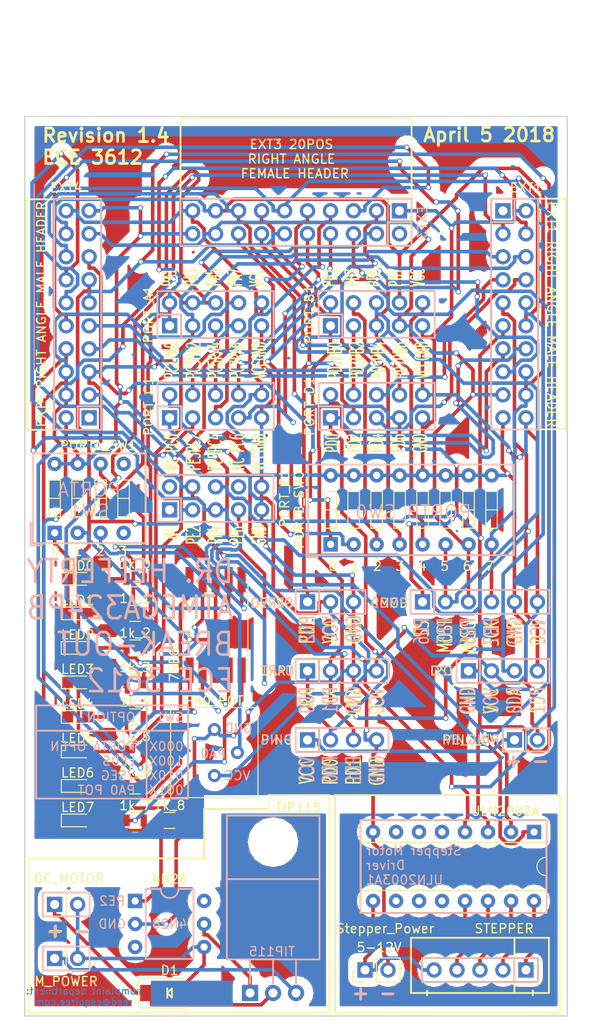
<source format=kicad_pcb>
(kicad_pcb (version 4) (host pcbnew 4.0.7)
  (layers (0 F.Cu signal) (31 B.Cu signal) (34 B.Paste user hide) (35 F.Paste user hide) (36 B.SilkS user) (37 F.SilkS user) (38 B.Mask user) (39 F.Mask user) (44 Edge.Cuts user))
  (net 0 "")
  (net 1 "Net-(EXT1-Pad1)")
  (net 2 GND)
  (net 3 PA0)
  (net 4 PA1)
  (net 5 PA2)
  (net 6 PA3)
  (net 7 PD5)
  (net 8 PD4)
  (net 9 PC1)
  (net 10 PC0)
  (net 11 PE5)
  (net 12 PE6)
  (net 13 PD0)
  (net 14 PD1)
  (net 15 PB4)
  (net 16 PB5)
  (net 17 PB6)
  (net 18 PB7)
  (net 19 Vcc)
  (net 20 "Net-(EXT3-Pad1)")
  (net 21 PC5)
  (net 22 PC7)
  (net 23 PE4)
  (net 24 PC2)
  (net 25 PC4)
  (net 26 PC3)
  (net 27 PC6)
  (net 28 PB1)
  (net 29 PD2)
  (net 30 PD3)
  (net 31 PD6)
  (net 32 "Net-(EXT4-Pad1)")
  (net 33 PA4)
  (net 34 PA5)
  (net 35 PA6)
  (net 36 PA7)
  (net 37 PB3)
  (net 38 PB2)
  (net 39 PD7)
  (net 40 PE2)
  (net 41 PE3)
  (net 42 PB0)
  (net 43 "Net-(PORT_E1-Pad1)")
  (net 44 "Net-(PORT_E1-Pad2)")
  (net 45 "Net-(PORT_E1-Pad8)")
  (net 46 "Net-(STEPPER1-Pad1)")
  (net 47 "Net-(STEPPER1-Pad2)")
  (net 48 "Net-(STEPPER1-Pad3)")
  (net 49 "Net-(STEPPER1-Pad4)")
  (net 50 "Net-(ULN2003A1-Pad10)")
  (net 51 "Net-(ULN2003A1-Pad11)")
  (net 52 "Net-(ULN2003A1-Pad12)")
  (net 53 "Net-(ULN2003A1-Pad5)")
  (net 54 "Net-(ULN2003A1-Pad6)")
  (net 55 "Net-(ULN2003A1-Pad7)")
  (net 56 "Net-(1k_0-Pad1)")
  (net 57 "Net-(1k_1-Pad1)")
  (net 58 "Net-(1k_2-Pad1)")
  (net 59 "Net-(1k_3-Pad1)")
  (net 60 "Net-(1k_4-Pad1)")
  (net 61 "Net-(1k_5-Pad1)")
  (net 62 "Net-(1k_6-Pad1)")
  (net 63 "Net-(D1-Pad1)")
  (net 64 "Net-(4N28-Pad4)")
  (net 65 "Net-(4N28-Pad5)")
  (net 66 "Net-(4N28-Pad3)")
  (net 67 "Net-(4N28-Pad6)")
  (net 68 "Net-(LED0-Pad1)")
  (net 69 "Net-(M_POWER1-Pad1)")
  (net 70 "Net-(1k_7-Pad1)")
  (net 71 "Net-(1k_8-Pad1)")
  (net 72 "Net-(STEPPER1-Pad5)")
  (net 73 "Net-(PA0_POT1-Pad2)")
  (net 74 "Net-(PING_1-Pad1)")
  (net 75 "Net-(7SEG1-Pad3)")
  (net 76 "Net-(PORTA_SW1-Pad5)")
  (net 77 "Net-(PORTA_SW1-Pad4)")
  (module Potentiometers:Potentiometer_Trimmer_Suntan_TSR-3386P_Horizontal (layer F.Cu) (at 147.193 120.777)
    (fp_text reference PA0_POT (at 0 -8.255) (layer F.SilkS))
    (fp_text value POT)
    (pad 3 thru_hole circle (at 0 -5.08) (size 1.44 1.44) (drill 0.8) (layers *.Cu *.Mask) (net 2 GND))
    (pad 2 thru_hole circle (at 2.54 -2.54) (size 1.44 1.44) (drill 0.8) (layers *.Cu *.Mask) (net 73 "Net-(PA0_POT1-Pad2)"))
    (pad 1 thru_hole circle (at 0 0) (size 1.44 1.44) (drill 0.8) (layers *.Cu *.Mask) (net 19 Vcc))
  )
  (module Pin_Headers:Pin_Header_Straight_2x10_Pitch2.54mm (layer F.Cu) (at 179.07 58.42)
    (fp_text reference EXT1 (at 2.54 -2.54) (layer F.SilkS))
    (fp_text value Conn_02x10_Odd_Even)
    (pad 1 thru_hole rect (at 0 0) (size 1.7 1.7) (drill 1) (layers *.Cu *.Mask) (net 1 "Net-(EXT1-Pad1)"))
    (pad 2 thru_hole oval (at 2.54 0) (size 1.7 1.7) (drill 1) (layers *.Cu *.Mask) (net 2 GND))
    (pad 3 thru_hole oval (at 0 2.54) (size 1.7 1.7) (drill 1) (layers *.Cu *.Mask) (net 3 PA0))
    (pad 4 thru_hole oval (at 2.54 2.54) (size 1.7 1.7) (drill 1) (layers *.Cu *.Mask) (net 4 PA1))
    (pad 5 thru_hole oval (at 0 5.08) (size 1.7 1.7) (drill 1) (layers *.Cu *.Mask) (net 5 PA2))
    (pad 6 thru_hole oval (at 2.54 5.08) (size 1.7 1.7) (drill 1) (layers *.Cu *.Mask) (net 6 PA3))
    (pad 7 thru_hole oval (at 0 7.62) (size 1.7 1.7) (drill 1) (layers *.Cu *.Mask) (net 7 PD5))
    (pad 8 thru_hole oval (at 2.54 7.62) (size 1.7 1.7) (drill 1) (layers *.Cu *.Mask) (net 8 PD4))
    (pad 9 thru_hole oval (at 0 10.16) (size 1.7 1.7) (drill 1) (layers *.Cu *.Mask) (net 9 PC1))
    (pad 10 thru_hole oval (at 2.54 10.16) (size 1.7 1.7) (drill 1) (layers *.Cu *.Mask) (net 10 PC0))
    (pad 11 thru_hole oval (at 0 12.7) (size 1.7 1.7) (drill 1) (layers *.Cu *.Mask) (net 11 PE5))
    (pad 12 thru_hole oval (at 2.54 12.7) (size 1.7 1.7) (drill 1) (layers *.Cu *.Mask) (net 12 PE6))
    (pad 13 thru_hole oval (at 0 15.24) (size 1.7 1.7) (drill 1) (layers *.Cu *.Mask) (net 13 PD0))
    (pad 14 thru_hole oval (at 2.54 15.24) (size 1.7 1.7) (drill 1) (layers *.Cu *.Mask) (net 14 PD1))
    (pad 15 thru_hole oval (at 0 17.78) (size 1.7 1.7) (drill 1) (layers *.Cu *.Mask) (net 15 PB4))
    (pad 16 thru_hole oval (at 2.54 17.78) (size 1.7 1.7) (drill 1) (layers *.Cu *.Mask) (net 16 PB5))
    (pad 17 thru_hole oval (at 0 20.32) (size 1.7 1.7) (drill 1) (layers *.Cu *.Mask) (net 17 PB6))
    (pad 18 thru_hole oval (at 2.54 20.32) (size 1.7 1.7) (drill 1) (layers *.Cu *.Mask) (net 18 PB7))
    (pad 19 thru_hole oval (at 0 22.86) (size 1.7 1.7) (drill 1) (layers *.Cu *.Mask) (net 2 GND))
    (pad 20 thru_hole oval (at 2.54 22.86) (size 1.7 1.7) (drill 1) (layers *.Cu *.Mask) (net 19 Vcc))
  )
  (module Pin_Headers:Pin_Header_Straight_2x10_Pitch2.54mm (layer F.Cu) (at 133.35 81.28 180)
    (fp_text reference EXT4 (at 2.54 25.4 180) (layer F.SilkS))
    (fp_text value Conn_02x10_Odd_Even)
    (pad 1 thru_hole rect (at 0 0 180) (size 1.7 1.7) (drill 1) (layers *.Cu *.Mask) (net 32 "Net-(EXT4-Pad1)"))
    (pad 2 thru_hole oval (at 2.54 0 180) (size 1.7 1.7) (drill 1) (layers *.Cu *.Mask) (net 2 GND))
    (pad 3 thru_hole oval (at 0 2.54 180) (size 1.7 1.7) (drill 1) (layers *.Cu *.Mask) (net 33 PA4))
    (pad 4 thru_hole oval (at 2.54 2.54 180) (size 1.7 1.7) (drill 1) (layers *.Cu *.Mask) (net 34 PA5))
    (pad 5 thru_hole oval (at 0 5.08 180) (size 1.7 1.7) (drill 1) (layers *.Cu *.Mask) (net 35 PA6))
    (pad 6 thru_hole oval (at 2.54 5.08 180) (size 1.7 1.7) (drill 1) (layers *.Cu *.Mask) (net 36 PA7))
    (pad 7 thru_hole oval (at 0 7.62 180) (size 1.7 1.7) (drill 1) (layers *.Cu *.Mask) (net 37 PB3))
    (pad 8 thru_hole oval (at 2.54 7.62 180) (size 1.7 1.7) (drill 1) (layers *.Cu *.Mask) (net 23 PE4))
    (pad 9 thru_hole oval (at 0 10.16 180) (size 1.7 1.7) (drill 1) (layers *.Cu *.Mask) (net 38 PB2))
    (pad 10 thru_hole oval (at 2.54 10.16 180) (size 1.7 1.7) (drill 1) (layers *.Cu *.Mask) (net 39 PD7))
    (pad 11 thru_hole oval (at 0 12.7 180) (size 1.7 1.7) (drill 1) (layers *.Cu *.Mask) (net 11 PE5))
    (pad 12 thru_hole oval (at 2.54 12.7 180) (size 1.7 1.7) (drill 1) (layers *.Cu *.Mask) (net 12 PE6))
    (pad 13 thru_hole oval (at 0 15.24 180) (size 1.7 1.7) (drill 1) (layers *.Cu *.Mask) (net 40 PE2))
    (pad 14 thru_hole oval (at 2.54 15.24 180) (size 1.7 1.7) (drill 1) (layers *.Cu *.Mask) (net 41 PE3))
    (pad 15 thru_hole oval (at 0 17.78 180) (size 1.7 1.7) (drill 1) (layers *.Cu *.Mask) (net 42 PB0))
    (pad 16 thru_hole oval (at 2.54 17.78 180) (size 1.7 1.7) (drill 1) (layers *.Cu *.Mask) (net 16 PB5))
    (pad 17 thru_hole oval (at 0 20.32 180) (size 1.7 1.7) (drill 1) (layers *.Cu *.Mask) (net 17 PB6))
    (pad 18 thru_hole oval (at 2.54 20.32 180) (size 1.7 1.7) (drill 1) (layers *.Cu *.Mask) (net 18 PB7))
    (pad 19 thru_hole oval (at 0 22.86 180) (size 1.7 1.7) (drill 1) (layers *.Cu *.Mask) (net 2 GND))
    (pad 20 thru_hole oval (at 2.54 22.86 180) (size 1.7 1.7) (drill 1) (layers *.Cu *.Mask) (net 19 Vcc))
  )
  (module Pin_Headers:Pin_Header_Straight_2x05_Pitch2.54mm (layer F.Cu) (at 142.24 71.12 90)
    (fp_text reference PORT_A1 (at 1.27 -2.33 90) (layer F.SilkS))
    (fp_text value Conn_02x05_Odd_Even)
    (pad 1 thru_hole rect (at 0 0 90) (size 1.7 1.7) (drill 1) (layers *.Cu *.Mask) (net 3 PA0))
    (pad 2 thru_hole oval (at 2.54 0 90) (size 1.7 1.7) (drill 1) (layers *.Cu *.Mask) (net 4 PA1))
    (pad 3 thru_hole oval (at 0 2.54 90) (size 1.7 1.7) (drill 1) (layers *.Cu *.Mask) (net 5 PA2))
    (pad 4 thru_hole oval (at 2.54 2.54 90) (size 1.7 1.7) (drill 1) (layers *.Cu *.Mask) (net 6 PA3))
    (pad 5 thru_hole oval (at 0 5.08 90) (size 1.7 1.7) (drill 1) (layers *.Cu *.Mask) (net 33 PA4))
    (pad 6 thru_hole oval (at 2.54 5.08 90) (size 1.7 1.7) (drill 1) (layers *.Cu *.Mask) (net 34 PA5))
    (pad 7 thru_hole oval (at 0 7.62 90) (size 1.7 1.7) (drill 1) (layers *.Cu *.Mask) (net 35 PA6))
    (pad 8 thru_hole oval (at 2.54 7.62 90) (size 1.7 1.7) (drill 1) (layers *.Cu *.Mask) (net 36 PA7))
    (pad 9 thru_hole oval (at 0 10.16 90) (size 1.7 1.7) (drill 1) (layers *.Cu *.Mask) (net 2 GND))
    (pad 10 thru_hole oval (at 2.54 10.16 90) (size 1.7 1.7) (drill 1) (layers *.Cu *.Mask) (net 19 Vcc))
  )
  (module Pin_Headers:Pin_Header_Straight_2x05_Pitch2.54mm (layer F.Cu) (at 160.02 71.12 90)
    (fp_text reference PORT_B1 (at 1.27 -2.33 90) (layer F.SilkS))
    (fp_text value Conn_02x05_Odd_Even)
    (pad 1 thru_hole rect (at 0 0 90) (size 1.7 1.7) (drill 1) (layers *.Cu *.Mask) (net 42 PB0))
    (pad 2 thru_hole oval (at 2.54 0 90) (size 1.7 1.7) (drill 1) (layers *.Cu *.Mask) (net 28 PB1))
    (pad 3 thru_hole oval (at 0 2.54 90) (size 1.7 1.7) (drill 1) (layers *.Cu *.Mask) (net 38 PB2))
    (pad 4 thru_hole oval (at 2.54 2.54 90) (size 1.7 1.7) (drill 1) (layers *.Cu *.Mask) (net 37 PB3))
    (pad 5 thru_hole oval (at 0 5.08 90) (size 1.7 1.7) (drill 1) (layers *.Cu *.Mask) (net 15 PB4))
    (pad 6 thru_hole oval (at 2.54 5.08 90) (size 1.7 1.7) (drill 1) (layers *.Cu *.Mask) (net 16 PB5))
    (pad 7 thru_hole oval (at 0 7.62 90) (size 1.7 1.7) (drill 1) (layers *.Cu *.Mask) (net 17 PB6))
    (pad 8 thru_hole oval (at 2.54 7.62 90) (size 1.7 1.7) (drill 1) (layers *.Cu *.Mask) (net 18 PB7))
    (pad 9 thru_hole oval (at 0 10.16 90) (size 1.7 1.7) (drill 1) (layers *.Cu *.Mask) (net 2 GND))
    (pad 10 thru_hole oval (at 2.54 10.16 90) (size 1.7 1.7) (drill 1) (layers *.Cu *.Mask) (net 19 Vcc))
  )
  (module Pin_Headers:Pin_Header_Straight_2x05_Pitch2.54mm (layer F.Cu) (at 142.24 81.28 90)
    (fp_text reference PORT_C1 (at 1.27 -2.33 90) (layer F.SilkS))
    (fp_text value Conn_02x05_Odd_Even)
    (pad 1 thru_hole rect (at 0 0 90) (size 1.7 1.7) (drill 1) (layers *.Cu *.Mask) (net 10 PC0))
    (pad 2 thru_hole oval (at 2.54 0 90) (size 1.7 1.7) (drill 1) (layers *.Cu *.Mask) (net 9 PC1))
    (pad 3 thru_hole oval (at 0 2.54 90) (size 1.7 1.7) (drill 1) (layers *.Cu *.Mask) (net 24 PC2))
    (pad 4 thru_hole oval (at 2.54 2.54 90) (size 1.7 1.7) (drill 1) (layers *.Cu *.Mask) (net 26 PC3))
    (pad 5 thru_hole oval (at 0 5.08 90) (size 1.7 1.7) (drill 1) (layers *.Cu *.Mask) (net 25 PC4))
    (pad 6 thru_hole oval (at 2.54 5.08 90) (size 1.7 1.7) (drill 1) (layers *.Cu *.Mask) (net 21 PC5))
    (pad 7 thru_hole oval (at 0 7.62 90) (size 1.7 1.7) (drill 1) (layers *.Cu *.Mask) (net 27 PC6))
    (pad 8 thru_hole oval (at 2.54 7.62 90) (size 1.7 1.7) (drill 1) (layers *.Cu *.Mask) (net 22 PC7))
    (pad 9 thru_hole oval (at 0 10.16 90) (size 1.7 1.7) (drill 1) (layers *.Cu *.Mask) (net 2 GND))
    (pad 10 thru_hole oval (at 2.54 10.16 90) (size 1.7 1.7) (drill 1) (layers *.Cu *.Mask) (net 19 Vcc))
  )
  (module Pin_Headers:Pin_Header_Straight_2x05_Pitch2.54mm (layer F.Cu) (at 160.02 81.28 90)
    (fp_text reference PORT_D1 (at 1.27 -2.33 90) (layer F.SilkS))
    (fp_text value Conn_02x05_Odd_Even)
    (pad 1 thru_hole rect (at 0 0 90) (size 1.7 1.7) (drill 1) (layers *.Cu *.Mask) (net 13 PD0))
    (pad 2 thru_hole oval (at 2.54 0 90) (size 1.7 1.7) (drill 1) (layers *.Cu *.Mask) (net 14 PD1))
    (pad 3 thru_hole oval (at 0 2.54 90) (size 1.7 1.7) (drill 1) (layers *.Cu *.Mask) (net 29 PD2))
    (pad 4 thru_hole oval (at 2.54 2.54 90) (size 1.7 1.7) (drill 1) (layers *.Cu *.Mask) (net 30 PD3))
    (pad 5 thru_hole oval (at 0 5.08 90) (size 1.7 1.7) (drill 1) (layers *.Cu *.Mask) (net 8 PD4))
    (pad 6 thru_hole oval (at 2.54 5.08 90) (size 1.7 1.7) (drill 1) (layers *.Cu *.Mask) (net 7 PD5))
    (pad 7 thru_hole oval (at 0 7.62 90) (size 1.7 1.7) (drill 1) (layers *.Cu *.Mask) (net 31 PD6))
    (pad 8 thru_hole oval (at 2.54 7.62 90) (size 1.7 1.7) (drill 1) (layers *.Cu *.Mask) (net 39 PD7))
    (pad 9 thru_hole oval (at 0 10.16 90) (size 1.7 1.7) (drill 1) (layers *.Cu *.Mask) (net 2 GND))
    (pad 10 thru_hole oval (at 2.54 10.16 90) (size 1.7 1.7) (drill 1) (layers *.Cu *.Mask) (net 19 Vcc))
  )
  (module Pin_Headers:Pin_Header_Straight_2x05_Pitch2.54mm (layer F.Cu) (at 142.24 91.44 90)
    (fp_text reference PORT_E1 (at 1.27 12.7 90) (layer F.SilkS))
    (fp_text value Conn_02x05_Odd_Even)
    (pad 1 thru_hole rect (at 0 0 90) (size 1.7 1.7) (drill 1) (layers *.Cu *.Mask) (net 43 "Net-(PORT_E1-Pad1)"))
    (pad 2 thru_hole oval (at 2.54 0 90) (size 1.7 1.7) (drill 1) (layers *.Cu *.Mask) (net 44 "Net-(PORT_E1-Pad2)"))
    (pad 3 thru_hole oval (at 0 2.54 90) (size 1.7 1.7) (drill 1) (layers *.Cu *.Mask) (net 40 PE2))
    (pad 4 thru_hole oval (at 2.54 2.54 90) (size 1.7 1.7) (drill 1) (layers *.Cu *.Mask) (net 41 PE3))
    (pad 5 thru_hole oval (at 0 5.08 90) (size 1.7 1.7) (drill 1) (layers *.Cu *.Mask) (net 23 PE4))
    (pad 6 thru_hole oval (at 2.54 5.08 90) (size 1.7 1.7) (drill 1) (layers *.Cu *.Mask) (net 11 PE5))
    (pad 7 thru_hole oval (at 0 7.62 90) (size 1.7 1.7) (drill 1) (layers *.Cu *.Mask) (net 12 PE6))
    (pad 8 thru_hole oval (at 2.54 7.62 90) (size 1.7 1.7) (drill 1) (layers *.Cu *.Mask) (net 45 "Net-(PORT_E1-Pad8)"))
    (pad 9 thru_hole oval (at 0 10.16 90) (size 1.7 1.7) (drill 1) (layers *.Cu *.Mask) (net 2 GND))
    (pad 10 thru_hole oval (at 2.54 10.16 90) (size 1.7 1.7) (drill 1) (layers *.Cu *.Mask) (net 19 Vcc))
  )
  (module Pin_Headers:Pin_Header_Straight_1x06_Pitch2.54mm (layer F.Cu) (at 170.18 101.6 90)
    (fp_text reference PMOD (at -0.127 -3.683 180) (layer F.SilkS))
    (fp_text value Conn_01x06)
    (pad 1 thru_hole rect (at 0 0 90) (size 1.7 1.7) (drill 1) (layers *.Cu *.Mask) (net 31 PD6))
    (pad 2 thru_hole oval (at 0 2.54 90) (size 1.7 1.7) (drill 1) (layers *.Cu *.Mask) (net 16 PB5))
    (pad 3 thru_hole oval (at 0 5.08 90) (size 1.7 1.7) (drill 1) (layers *.Cu *.Mask) (net 17 PB6))
    (pad 4 thru_hole oval (at 0 7.62 90) (size 1.7 1.7) (drill 1) (layers *.Cu *.Mask) (net 18 PB7))
    (pad 5 thru_hole oval (at 0 10.16 90) (size 1.7 1.7) (drill 1) (layers *.Cu *.Mask) (net 2 GND))
    (pad 6 thru_hole oval (at 0 12.7 90) (size 1.7 1.7) (drill 1) (layers *.Cu *.Mask) (net 19 Vcc))
  )
  (module Pin_Headers:Pin_Header_Straight_1x04_Pitch2.54mm (layer F.Cu) (at 157.48 109.22 90)
    (fp_text reference UART (at 0 -3.429 180) (layer F.SilkS))
    (fp_text value Conn_01x04)
    (pad 1 thru_hole rect (at 0 0 90) (size 1.7 1.7) (drill 1) (layers *.Cu *.Mask) (net 13 PD0))
    (pad 2 thru_hole oval (at 0 2.54 90) (size 1.7 1.7) (drill 1) (layers *.Cu *.Mask) (net 14 PD1))
    (pad 3 thru_hole oval (at 0 5.08 90) (size 1.7 1.7) (drill 1) (layers *.Cu *.Mask) (net 2 GND))
    (pad 4 thru_hole oval (at 0 7.62 90) (size 1.7 1.7) (drill 1) (layers *.Cu *.Mask) (net 19 Vcc))
  )
  (module Pin_Headers:Pin_Header_Straight_1x04_Pitch2.54mm (layer F.Cu) (at 157.48 116.84 90)
    (fp_text reference PING (at 0 -3.429 180) (layer F.SilkS))
    (fp_text value Conn_01x04)
    (pad 1 thru_hole rect (at 0 0 90) (size 1.7 1.7) (drill 1) (layers *.Cu *.Mask) (net 74 "Net-(PING_1-Pad1)"))
    (pad 2 thru_hole oval (at 0 2.54 90) (size 1.7 1.7) (drill 1) (layers *.Cu *.Mask) (net 13 PD0))
    (pad 3 thru_hole oval (at 0 5.08 90) (size 1.7 1.7) (drill 1) (layers *.Cu *.Mask) (net 14 PD1))
    (pad 4 thru_hole oval (at 0 7.62 90) (size 1.7 1.7) (drill 1) (layers *.Cu *.Mask) (net 2 GND))
  )
  (module Pin_Headers:Pin_Header_Straight_1x05_Pitch2.54mm (layer F.Cu) (at 181.61 142.24 270)
    (fp_text reference STEPPER (at -4.572 2.413 360) (layer F.SilkS))
    (fp_text value Conn_01x05)
    (pad 1 thru_hole rect (at 0 0 270) (size 1.7 1.7) (drill 1) (layers *.Cu *.Mask) (net 46 "Net-(STEPPER1-Pad1)"))
    (pad 2 thru_hole oval (at 0 2.54 270) (size 1.7 1.7) (drill 1) (layers *.Cu *.Mask) (net 47 "Net-(STEPPER1-Pad2)"))
    (pad 3 thru_hole oval (at 0 5.08 270) (size 1.7 1.7) (drill 1) (layers *.Cu *.Mask) (net 48 "Net-(STEPPER1-Pad3)"))
    (pad 4 thru_hole oval (at 0 7.62 270) (size 1.7 1.7) (drill 1) (layers *.Cu *.Mask) (net 49 "Net-(STEPPER1-Pad4)"))
    (pad 5 thru_hole oval (at 0 10.16 270) (size 1.7 1.7) (drill 1) (layers *.Cu *.Mask) (net 72 "Net-(STEPPER1-Pad5)"))
  )
  (module Housings_DIP:DIP-16_W7.62mm_Socket (layer F.Cu) (at 182.499 127 270)
    (fp_text reference ULN2003A (at -2.286 3.175 360) (layer F.SilkS))
    (fp_text value ULN2003A)
    (pad 1 thru_hole rect (at 0 0 270) (size 1.6 1.6) (drill 0.8) (layers *.Cu *.Mask) (net 41 PE3))
    (pad 9 thru_hole oval (at 7.62 17.78 270) (size 1.6 1.6) (drill 0.8) (layers *.Cu *.Mask) (net 72 "Net-(STEPPER1-Pad5)"))
    (pad 2 thru_hole oval (at 0 2.54 270) (size 1.6 1.6) (drill 0.8) (layers *.Cu *.Mask) (net 23 PE4))
    (pad 10 thru_hole oval (at 7.62 15.24 270) (size 1.6 1.6) (drill 0.8) (layers *.Cu *.Mask) (net 50 "Net-(ULN2003A1-Pad10)"))
    (pad 3 thru_hole oval (at 0 5.08 270) (size 1.6 1.6) (drill 0.8) (layers *.Cu *.Mask) (net 11 PE5))
    (pad 11 thru_hole oval (at 7.62 12.7 270) (size 1.6 1.6) (drill 0.8) (layers *.Cu *.Mask) (net 51 "Net-(ULN2003A1-Pad11)"))
    (pad 4 thru_hole oval (at 0 7.62 270) (size 1.6 1.6) (drill 0.8) (layers *.Cu *.Mask) (net 12 PE6))
    (pad 12 thru_hole oval (at 7.62 10.16 270) (size 1.6 1.6) (drill 0.8) (layers *.Cu *.Mask) (net 52 "Net-(ULN2003A1-Pad12)"))
    (pad 5 thru_hole oval (at 0 10.16 270) (size 1.6 1.6) (drill 0.8) (layers *.Cu *.Mask) (net 53 "Net-(ULN2003A1-Pad5)"))
    (pad 13 thru_hole oval (at 7.62 7.62 270) (size 1.6 1.6) (drill 0.8) (layers *.Cu *.Mask) (net 49 "Net-(STEPPER1-Pad4)"))
    (pad 6 thru_hole oval (at 0 12.7 270) (size 1.6 1.6) (drill 0.8) (layers *.Cu *.Mask) (net 54 "Net-(ULN2003A1-Pad6)"))
    (pad 14 thru_hole oval (at 7.62 5.08 270) (size 1.6 1.6) (drill 0.8) (layers *.Cu *.Mask) (net 48 "Net-(STEPPER1-Pad3)"))
    (pad 7 thru_hole oval (at 0 15.24 270) (size 1.6 1.6) (drill 0.8) (layers *.Cu *.Mask) (net 55 "Net-(ULN2003A1-Pad7)"))
    (pad 15 thru_hole oval (at 7.62 2.54 270) (size 1.6 1.6) (drill 0.8) (layers *.Cu *.Mask) (net 47 "Net-(STEPPER1-Pad2)"))
    (pad 8 thru_hole oval (at 0 17.78 270) (size 1.6 1.6) (drill 0.8) (layers *.Cu *.Mask) (net 2 GND))
    (pad 16 thru_hole oval (at 7.62 0 270) (size 1.6 1.6) (drill 0.8) (layers *.Cu *.Mask) (net 46 "Net-(STEPPER1-Pad1)"))
  )
  (module Pin_Headers:Pin_Header_Straight_1x04_Pitch2.54mm (layer F.Cu) (at 175.26 109.22 90)
    (fp_text reference I2C (at 0 -3.048 180) (layer F.SilkS))
    (fp_text value Conn_01x04)
    (pad 1 thru_hole rect (at 0 0 90) (size 1.7 1.7) (drill 1) (layers *.Cu *.Mask) (net 2 GND))
    (pad 2 thru_hole oval (at 0 2.54 90) (size 1.7 1.7) (drill 1) (layers *.Cu *.Mask) (net 19 Vcc))
    (pad 3 thru_hole oval (at 0 5.08 90) (size 1.7 1.7) (drill 1) (layers *.Cu *.Mask) (net 10 PC0))
    (pad 4 thru_hole oval (at 0 7.62 90) (size 1.7 1.7) (drill 1) (layers *.Cu *.Mask) (net 9 PC1))
  )
  (module Pin_Headers:Pin_Header_Straight_1x02_Pitch2.54mm (layer F.Cu) (at 129.54 135.001 90)
    (fp_text reference DC_MOTOR (at 2.8575 1.5875 180) (layer F.SilkS))
    (fp_text value Conn_01x02)
    (pad 1 thru_hole rect (at 0 0 90) (size 1.7 1.7) (drill 1) (layers *.Cu *.Mask) (net 63 "Net-(D1-Pad1)"))
    (pad 2 thru_hole oval (at 0 2.54 90) (size 1.7 1.7) (drill 1) (layers *.Cu *.Mask) (net 64 "Net-(4N28-Pad4)"))
  )
  (module Housings_DIP:DIP-6_W7.62mm (layer F.Cu) (at 138.43 134.62)
    (fp_text reference 4N28 (at 3.81 -2.413 180) (layer F.SilkS))
    (fp_text value CNY17-3)
    (pad 1 thru_hole rect (at 0 0) (size 1.6 1.6) (drill 0.8) (layers *.Cu *.Mask) (net 71 "Net-(1k_8-Pad1)"))
    (pad 4 thru_hole oval (at 7.62 5.08) (size 1.6 1.6) (drill 0.8) (layers *.Cu *.Mask) (net 64 "Net-(4N28-Pad4)"))
    (pad 2 thru_hole oval (at 0 2.54) (size 1.6 1.6) (drill 0.8) (layers *.Cu *.Mask) (net 2 GND))
    (pad 5 thru_hole oval (at 7.62 2.54) (size 1.6 1.6) (drill 0.8) (layers *.Cu *.Mask) (net 65 "Net-(4N28-Pad5)"))
    (pad 3 thru_hole oval (at 0 5.08) (size 1.6 1.6) (drill 0.8) (layers *.Cu *.Mask) (net 66 "Net-(4N28-Pad3)"))
    (pad 6 thru_hole oval (at 7.62 0) (size 1.6 1.6) (drill 0.8) (layers *.Cu *.Mask) (net 67 "Net-(4N28-Pad6)"))
  )
  (module Pin_Headers:Pin_Header_Straight_1x03_Pitch2.54mm (layer F.Cu) (at 157.48 101.6 90)
    (fp_text reference SERVO (at -0.127 -3.937 180) (layer F.SilkS))
    (fp_text value Conn_01x03)
    (pad 1 thru_hole rect (at 0 0 90) (size 1.7 1.7) (drill 1) (layers *.Cu *.Mask) (net 29 PD2))
    (pad 2 thru_hole oval (at 0 2.54 90) (size 1.7 1.7) (drill 1) (layers *.Cu *.Mask) (net 19 Vcc))
    (pad 3 thru_hole oval (at 0 5.08 90) (size 1.7 1.7) (drill 1) (layers *.Cu *.Mask) (net 2 GND))
  )
  (module Displays_7-Segment:KCSC02-105 (layer F.Cu) (at 147.32 104.14 90)
    (fp_text reference 7SEG (at -4.39 -4.56 90) (layer F.SilkS))
    (fp_text value 7SEGMENT_CC)
    (pad 1 smd rect (at -5 -2.88 90) (size 2.8 0.9) (layers F.Cu F.Paste F.Mask) (net 60 "Net-(1k_4-Pad1)"))
    (pad 2 smd rect (at -5 -1.44 90) (size 2.8 0.9) (layers F.Cu F.Paste F.Mask) (net 59 "Net-(1k_3-Pad1)"))
    (pad 3 smd rect (at -5 0 90) (size 2.8 0.9) (layers F.Cu F.Paste F.Mask) (net 75 "Net-(7SEG1-Pad3)"))
    (pad 4 smd rect (at -5 1.44 90) (size 2.8 0.9) (layers F.Cu F.Paste F.Mask) (net 58 "Net-(1k_2-Pad1)"))
    (pad 5 smd rect (at -5 2.88 90) (size 2.8 0.9) (layers F.Cu F.Paste F.Mask) (net 70 "Net-(1k_7-Pad1)"))
    (pad 6 smd rect (at 5 2.88 90) (size 2.8 0.9) (layers F.Cu F.Paste F.Mask) (net 57 "Net-(1k_1-Pad1)"))
    (pad 7 smd rect (at 5 1.44 90) (size 2.8 0.9) (layers F.Cu F.Paste F.Mask) (net 56 "Net-(1k_0-Pad1)"))
    (pad 8 smd rect (at 5 0 90) (size 2.8 0.9) (layers F.Cu F.Paste F.Mask) (net 75 "Net-(7SEG1-Pad3)"))
    (pad 9 smd rect (at 5 -1.44 90) (size 2.8 0.9) (layers F.Cu F.Paste F.Mask) (net 61 "Net-(1k_5-Pad1)"))
    (pad 10 smd rect (at 5 -2.88 90) (size 2.8 0.9) (layers F.Cu F.Paste F.Mask) (net 62 "Net-(1k_6-Pad1)"))
  )
  (module Resistors_SMD:R_0805 (layer F.Cu) (at 138.43 99.06)
    (fp_text reference 1k_0 (at 0 -1.65) (layer F.SilkS))
    (fp_text value R)
    (pad 1 smd rect (at -0.95 0) (size 0.7 1.3) (layers F.Cu F.Paste F.Mask) (net 56 "Net-(1k_0-Pad1)"))
    (pad 2 smd rect (at 0.95 0) (size 0.7 1.3) (layers F.Cu F.Paste F.Mask) (net 3 PA0))
  )
  (module Resistors_SMD:R_0805 (layer F.Cu) (at 138.43 102.87)
    (fp_text reference 1k_1 (at 0 -1.65) (layer F.SilkS))
    (fp_text value R)
    (pad 1 smd rect (at -0.95 0) (size 0.7 1.3) (layers F.Cu F.Paste F.Mask) (net 57 "Net-(1k_1-Pad1)"))
    (pad 2 smd rect (at 0.95 0) (size 0.7 1.3) (layers F.Cu F.Paste F.Mask) (net 4 PA1))
  )
  (module Resistors_SMD:R_0805 (layer F.Cu) (at 138.43 106.68)
    (fp_text reference 1k_2 (at 0 -1.65) (layer F.SilkS))
    (fp_text value R)
    (pad 1 smd rect (at -0.95 0) (size 0.7 1.3) (layers F.Cu F.Paste F.Mask) (net 58 "Net-(1k_2-Pad1)"))
    (pad 2 smd rect (at 0.95 0) (size 0.7 1.3) (layers F.Cu F.Paste F.Mask) (net 5 PA2))
  )
  (module Resistors_SMD:R_0805 (layer F.Cu) (at 138.43 110.49)
    (fp_text reference 1k_3 (at 0 -1.65) (layer F.SilkS))
    (fp_text value R)
    (pad 1 smd rect (at -0.95 0) (size 0.7 1.3) (layers F.Cu F.Paste F.Mask) (net 59 "Net-(1k_3-Pad1)"))
    (pad 2 smd rect (at 0.95 0) (size 0.7 1.3) (layers F.Cu F.Paste F.Mask) (net 6 PA3))
  )
  (module Resistors_SMD:R_0805 (layer F.Cu) (at 138.43 114.3)
    (fp_text reference 1k_4 (at 0 -1.65) (layer F.SilkS))
    (fp_text value R)
    (pad 1 smd rect (at -0.95 0) (size 0.7 1.3) (layers F.Cu F.Paste F.Mask) (net 60 "Net-(1k_4-Pad1)"))
    (pad 2 smd rect (at 0.95 0) (size 0.7 1.3) (layers F.Cu F.Paste F.Mask) (net 33 PA4))
  )
  (module Resistors_SMD:R_0805 (layer F.Cu) (at 138.43 118.11)
    (fp_text reference 1k_5 (at 0 -1.65) (layer F.SilkS))
    (fp_text value R)
    (pad 1 smd rect (at -0.95 0) (size 0.7 1.3) (layers F.Cu F.Paste F.Mask) (net 61 "Net-(1k_5-Pad1)"))
    (pad 2 smd rect (at 0.95 0) (size 0.7 1.3) (layers F.Cu F.Paste F.Mask) (net 34 PA5))
  )
  (module Resistors_SMD:R_0805 (layer F.Cu) (at 138.43 121.92)
    (fp_text reference 1k_6 (at 0 -1.65) (layer F.SilkS))
    (fp_text value R)
    (pad 1 smd rect (at -0.95 0) (size 0.7 1.3) (layers F.Cu F.Paste F.Mask) (net 62 "Net-(1k_6-Pad1)"))
    (pad 2 smd rect (at 0.95 0) (size 0.7 1.3) (layers F.Cu F.Paste F.Mask) (net 35 PA6))
  )
  (module Resistors_SMD:R_0805 (layer F.Cu) (at 138.43 125.73)
    (fp_text reference 1k_7 (at 0 -1.65) (layer F.SilkS))
    (fp_text value R)
    (pad 1 smd rect (at -0.95 0) (size 0.7 1.3) (layers F.Cu F.Paste F.Mask) (net 70 "Net-(1k_7-Pad1)"))
    (pad 2 smd rect (at 0.95 0) (size 0.7 1.3) (layers F.Cu F.Paste F.Mask) (net 36 PA7))
  )
  (module LEDs:LED_0805 (layer F.Cu) (at 132.08 99.06)
    (fp_text reference LED0 (at 0 -1.45) (layer F.SilkS))
    (fp_text value LED)
    (pad 2 smd rect (at 1.1 0 180) (size 1.2 1.2) (layers F.Cu F.Paste F.Mask) (net 56 "Net-(1k_0-Pad1)"))
    (pad 1 smd rect (at -1.1 0 180) (size 1.2 1.2) (layers F.Cu F.Paste F.Mask) (net 68 "Net-(LED0-Pad1)"))
  )
  (module LEDs:LED_0805 (layer F.Cu) (at 132.08 102.87)
    (fp_text reference LED1 (at 0 -1.45) (layer F.SilkS))
    (fp_text value LED)
    (pad 2 smd rect (at 1.1 0 180) (size 1.2 1.2) (layers F.Cu F.Paste F.Mask) (net 57 "Net-(1k_1-Pad1)"))
    (pad 1 smd rect (at -1.1 0 180) (size 1.2 1.2) (layers F.Cu F.Paste F.Mask) (net 68 "Net-(LED0-Pad1)"))
  )
  (module LEDs:LED_0805 (layer F.Cu) (at 132.08 106.68)
    (fp_text reference LED2 (at 0 -1.45) (layer F.SilkS))
    (fp_text value LED)
    (pad 2 smd rect (at 1.1 0 180) (size 1.2 1.2) (layers F.Cu F.Paste F.Mask) (net 58 "Net-(1k_2-Pad1)"))
    (pad 1 smd rect (at -1.1 0 180) (size 1.2 1.2) (layers F.Cu F.Paste F.Mask) (net 68 "Net-(LED0-Pad1)"))
  )
  (module LEDs:LED_0805 (layer F.Cu) (at 132.08 110.49)
    (fp_text reference LED3 (at 0 -1.45) (layer F.SilkS))
    (fp_text value LED)
    (pad 2 smd rect (at 1.1 0 180) (size 1.2 1.2) (layers F.Cu F.Paste F.Mask) (net 59 "Net-(1k_3-Pad1)"))
    (pad 1 smd rect (at -1.1 0 180) (size 1.2 1.2) (layers F.Cu F.Paste F.Mask) (net 68 "Net-(LED0-Pad1)"))
  )
  (module LEDs:LED_0805 (layer F.Cu) (at 132.08 114.3)
    (fp_text reference LED4 (at 0 -1.45) (layer F.SilkS))
    (fp_text value LED)
    (pad 2 smd rect (at 1.1 0 180) (size 1.2 1.2) (layers F.Cu F.Paste F.Mask) (net 60 "Net-(1k_4-Pad1)"))
    (pad 1 smd rect (at -1.1 0 180) (size 1.2 1.2) (layers F.Cu F.Paste F.Mask) (net 68 "Net-(LED0-Pad1)"))
  )
  (module LEDs:LED_0805 (layer F.Cu) (at 132.08 118.11)
    (fp_text reference LED5 (at 0 -1.45) (layer F.SilkS))
    (fp_text value LED)
    (pad 2 smd rect (at 1.1 0 180) (size 1.2 1.2) (layers F.Cu F.Paste F.Mask) (net 61 "Net-(1k_5-Pad1)"))
    (pad 1 smd rect (at -1.1 0 180) (size 1.2 1.2) (layers F.Cu F.Paste F.Mask) (net 68 "Net-(LED0-Pad1)"))
  )
  (module LEDs:LED_0805 (layer F.Cu) (at 132.08 121.92)
    (fp_text reference LED6 (at 0 -1.45) (layer F.SilkS))
    (fp_text value LED)
    (pad 2 smd rect (at 1.1 0 180) (size 1.2 1.2) (layers F.Cu F.Paste F.Mask) (net 62 "Net-(1k_6-Pad1)"))
    (pad 1 smd rect (at -1.1 0 180) (size 1.2 1.2) (layers F.Cu F.Paste F.Mask) (net 68 "Net-(LED0-Pad1)"))
  )
  (module LEDs:LED_0805 (layer F.Cu) (at 132.08 125.73)
    (fp_text reference LED7 (at 0 -1.45) (layer F.SilkS))
    (fp_text value LED)
    (pad 2 smd rect (at 1.1 0 180) (size 1.2 1.2) (layers F.Cu F.Paste F.Mask) (net 70 "Net-(1k_7-Pad1)"))
    (pad 1 smd rect (at -1.1 0 180) (size 1.2 1.2) (layers F.Cu F.Paste F.Mask) (net 68 "Net-(LED0-Pad1)"))
  )
  (module Pin_Headers:Pin_Header_Straight_1x02_Pitch2.54mm (layer F.Cu) (at 129.54 140.97 90)
    (fp_text reference M_POWER (at -2.54 1.27 180) (layer F.SilkS))
    (fp_text value Conn_01x02)
    (pad 1 thru_hole rect (at 0 0 90) (size 1.7 1.7) (drill 1) (layers *.Cu *.Mask) (net 69 "Net-(M_POWER1-Pad1)"))
    (pad 2 thru_hole oval (at 0 2.54 90) (size 1.7 1.7) (drill 1) (layers *.Cu *.Mask) (net 64 "Net-(4N28-Pad4)"))
  )
  (module TO_SOT_Packages_THT:TO-220-3_Horizontal (layer F.Cu) (at 151.13 144.78)
    (fp_text reference TIP115 (at 5.334 -20.447) (layer F.SilkS))
    (fp_text value TIP115)
    (pad 0 np_thru_hole oval (at 2.54 -16.66) (size 3.5 3.5) (drill 3.5) (layers *.Cu *.Mask))
    (pad 1 thru_hole rect (at 0 0) (size 1.8 1.8) (drill 1) (layers *.Cu *.Mask) (net 65 "Net-(4N28-Pad5)"))
    (pad 2 thru_hole oval (at 2.54 0) (size 1.8 1.8) (drill 1) (layers *.Cu *.Mask) (net 63 "Net-(D1-Pad1)"))
    (pad 3 thru_hole oval (at 5.08 0) (size 1.8 1.8) (drill 1) (layers *.Cu *.Mask) (net 69 "Net-(M_POWER1-Pad1)"))
  )
  (module Resistors_SMD:R_0805 (layer F.Cu) (at 142.24 125.73)
    (fp_text reference 1k_8 (at 0 -1.65) (layer F.SilkS))
    (fp_text value R)
    (pad 1 smd rect (at -0.95 0) (size 0.7 1.3) (layers F.Cu F.Paste F.Mask) (net 71 "Net-(1k_8-Pad1)"))
    (pad 2 smd rect (at 0.95 0) (size 0.7 1.3) (layers F.Cu F.Paste F.Mask) (net 40 PE2))
  )
  (module Diodes_SMD:D_SMA (layer F.Cu) (at 142.24 144.78)
    (fp_text reference D1 (at 0 -2.5) (layer F.SilkS))
    (fp_text value D)
    (pad 1 smd rect (at -2 0) (size 2.5 1.8) (layers F.Cu F.Paste F.Mask) (net 63 "Net-(D1-Pad1)"))
    (pad 2 smd rect (at 2 0) (size 2.5 1.8) (layers F.Cu F.Paste F.Mask) (net 64 "Net-(4N28-Pad4)"))
  )
  (module Buttons_Switches_THT:SW_DIP_x8_W7.62mm_Slide (layer F.Cu) (at 160.033 95.25 90)
    (fp_text reference PORTB_SW0 (at 3.81 -3.48 90) (layer F.SilkS))
    (fp_text value SW_DIP_x08)
    (pad 1 thru_hole rect (at 0 0 90) (size 1.6 1.6) (drill 0.8) (layers *.Cu *.Mask) (net 42 PB0))
    (pad 9 thru_hole oval (at 7.62 17.78 90) (size 1.6 1.6) (drill 0.8) (layers *.Cu *.Mask) (net 2 GND))
    (pad 2 thru_hole oval (at 0 2.54 90) (size 1.6 1.6) (drill 0.8) (layers *.Cu *.Mask) (net 28 PB1))
    (pad 10 thru_hole oval (at 7.62 15.24 90) (size 1.6 1.6) (drill 0.8) (layers *.Cu *.Mask) (net 2 GND))
    (pad 3 thru_hole oval (at 0 5.08 90) (size 1.6 1.6) (drill 0.8) (layers *.Cu *.Mask) (net 38 PB2))
    (pad 11 thru_hole oval (at 7.62 12.7 90) (size 1.6 1.6) (drill 0.8) (layers *.Cu *.Mask) (net 2 GND))
    (pad 4 thru_hole oval (at 0 7.62 90) (size 1.6 1.6) (drill 0.8) (layers *.Cu *.Mask) (net 37 PB3))
    (pad 12 thru_hole oval (at 7.62 10.16 90) (size 1.6 1.6) (drill 0.8) (layers *.Cu *.Mask) (net 2 GND))
    (pad 5 thru_hole oval (at 0 10.16 90) (size 1.6 1.6) (drill 0.8) (layers *.Cu *.Mask) (net 15 PB4))
    (pad 13 thru_hole oval (at 7.62 7.62 90) (size 1.6 1.6) (drill 0.8) (layers *.Cu *.Mask) (net 2 GND))
    (pad 6 thru_hole oval (at 0 12.7 90) (size 1.6 1.6) (drill 0.8) (layers *.Cu *.Mask) (net 16 PB5))
    (pad 14 thru_hole oval (at 7.62 5.08 90) (size 1.6 1.6) (drill 0.8) (layers *.Cu *.Mask) (net 2 GND))
    (pad 7 thru_hole oval (at 0 15.24 90) (size 1.6 1.6) (drill 0.8) (layers *.Cu *.Mask) (net 17 PB6))
    (pad 15 thru_hole oval (at 7.62 2.54 90) (size 1.6 1.6) (drill 0.8) (layers *.Cu *.Mask) (net 2 GND))
    (pad 8 thru_hole oval (at 0 17.78 90) (size 1.6 1.6) (drill 0.8) (layers *.Cu *.Mask) (net 18 PB7))
    (pad 16 thru_hole oval (at 7.62 0 90) (size 1.6 1.6) (drill 0.8) (layers *.Cu *.Mask) (net 2 GND))
  )
  (module Pin_Headers:Pin_Header_Straight_1x02_Pitch2.54mm (layer F.Cu) (at 163.83 142.24 90)
    (fp_text reference Stepper_Power (at 4.572 2.2225 180) (layer F.SilkS))
    (fp_text value Conn_01x02)
    (pad 1 thru_hole rect (at 0 0 90) (size 1.7 1.7) (drill 1) (layers *.Cu *.Mask) (net 72 "Net-(STEPPER1-Pad5)"))
    (pad 2 thru_hole oval (at 0 2.54 90) (size 1.7 1.7) (drill 1) (layers *.Cu *.Mask) (net 2 GND))
  )
  (module Pin_Headers:Pin_Header_Straight_1x02_Pitch2.54mm (layer F.Cu) (at 180.34 116.84 90)
    (fp_text reference PING_5V (at 0 -4.953 180) (layer F.SilkS))
    (fp_text value Conn_01x02)
    (pad 1 thru_hole rect (at 0 0 90) (size 1.7 1.7) (drill 1) (layers *.Cu *.Mask) (net 74 "Net-(PING_1-Pad1)"))
    (pad 2 thru_hole oval (at 0 2.54 90) (size 1.7 1.7) (drill 1) (layers *.Cu *.Mask) (net 2 GND))
  )
  (module Buttons_Switches_THT:SW_DIP_x4_W7.62mm_Slide (layer F.Cu) (at 129.54 93.98 90)
    (fp_text reference PORTA_SW1 (at 9.652 4.826 180) (layer F.SilkS))
    (fp_text value SW_DIP_x04)
    (pad 1 thru_hole rect (at 0 0 90) (size 1.6 1.6) (drill 0.8) (layers *.Cu *.Mask) (net 68 "Net-(LED0-Pad1)"))
    (pad 5 thru_hole oval (at 7.62 7.62 90) (size 1.6 1.6) (drill 0.8) (layers *.Cu *.Mask) (net 76 "Net-(PORTA_SW1-Pad5)"))
    (pad 2 thru_hole oval (at 0 2.54 90) (size 1.6 1.6) (drill 0.8) (layers *.Cu *.Mask) (net 75 "Net-(7SEG1-Pad3)"))
    (pad 6 thru_hole oval (at 7.62 5.08 90) (size 1.6 1.6) (drill 0.8) (layers *.Cu *.Mask) (net 3 PA0))
    (pad 3 thru_hole oval (at 0 5.08 90) (size 1.6 1.6) (drill 0.8) (layers *.Cu *.Mask) (net 73 "Net-(PA0_POT1-Pad2)"))
    (pad 7 thru_hole oval (at 7.62 2.54 90) (size 1.6 1.6) (drill 0.8) (layers *.Cu *.Mask) (net 2 GND))
    (pad 4 thru_hole oval (at 0 7.62 90) (size 1.6 1.6) (drill 0.8) (layers *.Cu *.Mask) (net 77 "Net-(PORTA_SW1-Pad4)"))
    (pad 8 thru_hole oval (at 7.62 0 90) (size 1.6 1.6) (drill 0.8) (layers *.Cu *.Mask) (net 2 GND))
  )
  (module KICAD_GRAPHICS:UPSIDEDOWNPin_Header_Straight_2x10_Pitch2.54mm (layer F.Cu) (at 167.64 58.42 270)
    (fp_text reference EXT3 (at 1.27 -2.54 270) (layer B.SilkS) (effects (justify mirror)))
    (fp_text value Conn_02x10_Odd_Even)
    (pad 1 thru_hole rect (at 0 0 270) (size 1.7 1.7) (drill 1) (layers *.Cu *.Mask) (net 20 "Net-(EXT3-Pad1)"))
    (pad 2 thru_hole oval (at 2.54 0 270) (size 1.7 1.7) (drill 1) (layers *.Cu *.Mask) (net 2 GND))
    (pad 3 thru_hole oval (at 0 2.54 270) (size 1.7 1.7) (drill 1) (layers *.Cu *.Mask) (net 21 PC5))
    (pad 4 thru_hole oval (at 2.54 2.54 270) (size 1.7 1.7) (drill 1) (layers *.Cu *.Mask) (net 22 PC7))
    (pad 5 thru_hole oval (at 0 5.08 270) (size 1.7 1.7) (drill 1) (layers *.Cu *.Mask) (net 23 PE4))
    (pad 6 thru_hole oval (at 2.54 5.08 270) (size 1.7 1.7) (drill 1) (layers *.Cu *.Mask) (net 24 PC2))
    (pad 7 thru_hole oval (at 0 7.62 270) (size 1.7 1.7) (drill 1) (layers *.Cu *.Mask) (net 25 PC4))
    (pad 8 thru_hole oval (at 2.54 7.62 270) (size 1.7 1.7) (drill 1) (layers *.Cu *.Mask) (net 26 PC3))
    (pad 9 thru_hole oval (at 0 10.16 270) (size 1.7 1.7) (drill 1) (layers *.Cu *.Mask) (net 27 PC6))
    (pad 10 thru_hole oval (at 2.54 10.16 270) (size 1.7 1.7) (drill 1) (layers *.Cu *.Mask) (net 28 PB1))
    (pad 11 thru_hole oval (at 0 12.7 270) (size 1.7 1.7) (drill 1) (layers *.Cu *.Mask) (net 11 PE5))
    (pad 12 thru_hole oval (at 2.54 12.7 270) (size 1.7 1.7) (drill 1) (layers *.Cu *.Mask) (net 12 PE6))
    (pad 13 thru_hole oval (at 0 15.24 270) (size 1.7 1.7) (drill 1) (layers *.Cu *.Mask) (net 29 PD2))
    (pad 14 thru_hole oval (at 2.54 15.24 270) (size 1.7 1.7) (drill 1) (layers *.Cu *.Mask) (net 30 PD3))
    (pad 15 thru_hole oval (at 0 17.78 270) (size 1.7 1.7) (drill 1) (layers *.Cu *.Mask) (net 31 PD6))
    (pad 16 thru_hole oval (at 2.54 17.78 270) (size 1.7 1.7) (drill 1) (layers *.Cu *.Mask) (net 16 PB5))
    (pad 17 thru_hole oval (at 0 20.32 270) (size 1.7 1.7) (drill 1) (layers *.Cu *.Mask) (net 17 PB6))
    (pad 18 thru_hole oval (at 2.54 20.32 270) (size 1.7 1.7) (drill 1) (layers *.Cu *.Mask) (net 18 PB7))
    (pad 19 thru_hole oval (at 0 22.86 270) (size 1.7 1.7) (drill 1) (layers *.Cu *.Mask) (net 2 GND))
    (pad 20 thru_hole oval (at 2.54 22.86 270) (size 1.7 1.7) (drill 1) (layers *.Cu *.Mask) (net 19 Vcc))
  )
  (gr_text "complaint department:\nreed@esquiree.com" (at 132.7785 145.161) (layer B.Cu) (effects (font (size 0.75 0.75) (thickness 0.12)) (justify mirror)))
  (gr_line (start 168.9735 59.69) (end 168.9735 59.6265) (angle 90) (layer B.SilkS) (width 0.2))
  (gr_line (start 166.37 59.69) (end 168.9735 59.69) (angle 90) (layer B.SilkS) (width 0.2))
  (gr_line (start 166.37 62.2935) (end 166.37 59.69) (angle 90) (layer B.SilkS) (width 0.2))
  (gr_line (start 168.9735 57.0865) (end 168.9735 57.15) (angle 90) (layer B.SilkS) (width 0.2))
  (gr_line (start 168.9735 62.2935) (end 168.9735 57.0865) (angle 90) (layer B.SilkS) (width 0.2))
  (gr_line (start 143.4465 62.2935) (end 168.9735 62.2935) (angle 90) (layer B.SilkS) (width 0.2))
  (gr_line (start 143.4465 57.0865) (end 143.4465 62.2935) (angle 90) (layer B.SilkS) (width 0.2))
  (gr_line (start 168.9735 57.0865) (end 143.4465 57.0865) (angle 90) (layer B.SilkS) (width 0.2))
  (gr_text "EXT4 RIGHT ANGLE MALE HEADER" (at 128.0795 69.85 90) (layer F.SilkS) (effects (font (size 1 1))))
  (gr_line (start 129.4765 82.6135) (end 129.4765 57.15) (angle 90) (layer F.SilkS) (width 0.2))
  (gr_line (start 126.4285 57.15) (end 126.4285 82.6135) (angle 90) (layer F.SilkS) (width 0.2))
  (gr_line (start 129.4765 57.15) (end 126.4285 57.15) (angle 90) (layer F.SilkS) (width 0.2))
  (gr_line (start 129.4765 82.6135) (end 126.4285 82.6135) (angle 90) (layer F.SilkS) (width 0.2))
  (gr_text "EXT1 RIGHT ANGLE MALE HEADER" (at 184.4675 69.85 270) (layer F.SilkS) (effects (font (size 1 1))))
  (gr_line (start 182.9435 82.55) (end 182.9435 57.0865) (angle 90) (layer F.SilkS) (width 0.2))
  (gr_line (start 185.9915 82.55) (end 185.9915 57.0865) (angle 90) (layer F.SilkS) (width 0.2))
  (gr_line (start 182.88 82.55) (end 185.9915 82.55) (angle 90) (layer F.SilkS) (width 0.2))
  (gr_line (start 182.9435 57.0865) (end 185.9915 57.0865) (angle 90) (layer F.SilkS) (width 0.2))
  (gr_text "EXT3 20POS \nRIGHT ANGLE \nFEMALE HEADER" (at 156.083 52.705) (layer F.SilkS) (effects (font (size 1 1))))
  (gr_line (start 143.4465 62.2935) (end 143.4465 62.23) (angle 90) (layer F.SilkS) (width 0.2))
  (gr_line (start 168.9735 62.2935) (end 143.4465 62.2935) (angle 90) (layer F.SilkS) (width 0.2))
  (gr_line (start 143.4465 62.2935) (end 143.4465 57.0865) (angle 90) (layer F.SilkS) (width 0.2))
  (gr_line (start 168.9735 48.133) (end 168.91 48.133) (angle 90) (layer F.SilkS) (width 0.2))
  (gr_line (start 168.9735 62.2935) (end 168.9735 48.133) (angle 90) (layer F.SilkS) (width 0.2))
  (gr_line (start 143.4465 48.133) (end 168.91 48.133) (angle 90) (layer F.SilkS) (width 0.2))
  (gr_line (start 143.4465 57.0865) (end 143.4465 48.133) (angle 90) (layer F.SilkS) (width 0.2))
  (gr_text UART (at 154.178 109.22) (layer B.SilkS) (effects (font (size 1 1)) (justify mirror)))
  (gr_text PING (at 154.051 116.84) (layer B.SilkS) (effects (font (size 1 1)) (justify mirror)))
  (gr_text SERVO (at 153.543 101.727) (layer B.SilkS) (effects (font (size 1 1)) (justify mirror)))
  (gr_text PMOD (at 166.497 101.727) (layer B.SilkS) (effects (font (size 1 1)) (justify mirror)))
  (gr_text I2C (at 172.339 109.22) (layer B.SilkS) (effects (font (size 1 1)) (justify mirror)))
  (gr_text PING_5V (at 175.641 116.84) (layer B.SilkS) (effects (font (size 1 1)) (justify mirror)))
  (gr_text "- +" (at 181.737 119.126) (layer B.SilkS) (effects (font (size 1.5 1.5) (thickness 0.3)) (justify mirror)))
  (gr_text "+ -" (at 181.737 119.126) (layer F.SilkS) (effects (font (size 1.5 1.5) (thickness 0.3))))
  (gr_text "PORTA\nSW1" (at 133.35 90.424) (layer B.SilkS) (effects (font (size 1.5 1.5)) (justify mirror)))
  (gr_line (start 127.508 123.317) (end 127.508 121.92) (angle 90) (layer B.SilkS) (width 0.2))
  (gr_line (start 139.7 123.317) (end 127.508 123.317) (angle 90) (layer B.SilkS) (width 0.2))
  (gr_line (start 139.7 123.317) (end 139.7 121.92) (angle 90) (layer B.SilkS) (width 0.2))
  (gr_line (start 144.272 123.317) (end 139.7 123.317) (angle 90) (layer B.SilkS) (width 0.2))
  (gr_line (start 144.272 121.92) (end 144.272 123.317) (angle 90) (layer B.SilkS) (width 0.2))
  (gr_line (start 144.272 115.824) (end 127.508 115.824) (angle 90) (layer B.SilkS) (width 0.2))
  (gr_text "SW1   OPTION\n\n000X  PORTA OPEN\n100X  LEDS\n010X  7SEG\n001X  PA0 POT\n" (at 143.891 118.364) (layer B.SilkS) (effects (font (size 1 1)) (justify left mirror)))
  (gr_line (start 139.7 113.03) (end 139.7 121.92) (angle 90) (layer B.SilkS) (width 0.2))
  (gr_line (start 139.573 95.123) (end 127.127 95.123) (angle 90) (layer B.SilkS) (width 0.2))
  (gr_line (start 139.573 85.217) (end 139.573 95.123) (angle 90) (layer B.SilkS) (width 0.2))
  (gr_line (start 127.127 85.217) (end 139.573 85.217) (angle 90) (layer B.SilkS) (width 0.2))
  (gr_line (start 127.127 95.123) (end 127.127 85.217) (angle 90) (layer B.SilkS) (width 0.2))
  (gr_line (start 126.873 95.377) (end 126.873 92.837) (angle 90) (layer B.SilkS) (width 0.2))
  (gr_line (start 128.143 95.377) (end 126.873 95.377) (angle 90) (layer B.SilkS) (width 0.2))
  (gr_line (start 184.15 115.57) (end 184.15 118.11) (angle 90) (layer B.SilkS) (width 0.2))
  (gr_line (start 179.07 115.57) (end 184.15 115.57) (angle 90) (layer B.SilkS) (width 0.2))
  (gr_line (start 179.07 118.11) (end 179.07 115.57) (angle 90) (layer B.SilkS) (width 0.2))
  (gr_line (start 184.15 118.11) (end 179.07 118.11) (angle 90) (layer B.SilkS) (width 0.2))
  (gr_text "0  1  2  3" (at 133.35 96.012) (layer F.SilkS) (effects (font (size 1 1))))
  (gr_text TIP115 (at 153.543 140.208) (layer B.SilkS) (effects (font (size 1 1)) (justify mirror)))
  (gr_text 4N28 (at 142.24 137.16) (layer B.SilkS) (effects (font (size 1 1)) (justify mirror)))
  (gr_text "- +" (at 131.064 137.922) (layer B.SilkS) (effects (font (size 1.5 1.5) (thickness 0.3)) (justify mirror)))
  (gr_text VCC (at 149.733 120.777) (layer B.SilkS) (effects (font (size 1 1)) (justify mirror)))
  (gr_text PA0 (at 147.066 118.364) (layer B.SilkS) (effects (font (size 1 1)) (justify mirror)))
  (gr_text GND (at 149.86 115.57) (layer B.SilkS) (effects (font (size 1 1)) (justify mirror)))
  (gr_text "Stepper Motor\nDriver\nULN2003A1" (at 163.83 130.683) (layer B.SilkS) (effects (font (size 1 1)) (justify right mirror)))
  (gr_line (start 141.986 145.288) (end 141.986 144.272) (angle 90) (layer F.SilkS) (width 0.2))
  (gr_line (start 141.986 144.78) (end 141.986 145.288) (angle 90) (layer F.SilkS) (width 0.2))
  (gr_line (start 142.494 144.272) (end 141.986 144.78) (angle 90) (layer F.SilkS) (width 0.2))
  (gr_line (start 142.494 145.288) (end 142.494 144.272) (angle 90) (layer F.SilkS) (width 0.2))
  (gr_line (start 141.986 144.78) (end 142.494 145.288) (angle 90) (layer F.SilkS) (width 0.2))
  (gr_text GND (at 135.89 137.16) (layer B.SilkS) (effects (font (size 1 1)) (justify mirror)))
  (gr_text PE2 (at 135.89 134.62) (layer B.SilkS) (effects (font (size 1 1)) (justify mirror)))
  (gr_line (start 127.508 113.03) (end 127.508 121.92) (angle 90) (layer B.SilkS) (width 0.2))
  (gr_line (start 144.272 113.03) (end 127.508 113.03) (angle 90) (layer B.SilkS) (width 0.2))
  (gr_line (start 144.272 121.92) (end 144.272 113.03) (angle 90) (layer B.SilkS) (width 0.2))
  (gr_text PORTB_SW0 (at 169.164 91.694) (layer B.SilkS) (effects (font (size 1.5 1.5)) (justify mirror)))
  (gr_text "PD6\nPB5\nPB6\nPB7\nGND\nVCC\n" (at 176.53 106.426 90) (layer B.SilkS) (effects (font (size 1.6 1) (thickness 0.175)) (justify right mirror)))
  (gr_text "GND\nVCC\nPC0\nPC1\n" (at 179.07 114.046 90) (layer B.SilkS) (effects (font (size 1.6 1) (thickness 0.175)) (justify right mirror)))
  (gr_text "VCC\nPD0\nPD1\nGND\n" (at 161.29 121.666 90) (layer B.SilkS) (effects (font (size 1.6 1) (thickness 0.175)) (justify right mirror)))
  (gr_text "PD0\nPD1\nGND\nVCC" (at 161.29 114.046 90) (layer B.SilkS) (effects (font (size 1.6 1) (thickness 0.175)) (justify right mirror)))
  (gr_text "PD2\nVCC\nGND" (at 160.02 106.172 90) (layer B.SilkS) (effects (font (size 1.6 1) (thickness 0.175)) (justify right mirror)))
  (gr_text "- +" (at 164.846 144.78) (layer B.SilkS) (effects (font (size 1.5 1.5) (thickness 0.3)) (justify mirror)))
  (gr_line (start 170.688 144.526) (end 170.688 144.78) (angle 90) (layer F.SilkS) (width 0.2))
  (gr_line (start 170.688 145.034) (end 170.688 144.526) (angle 90) (layer F.SilkS) (width 0.2))
  (gr_line (start 182.372 144.526) (end 182.372 144.78) (angle 90) (layer F.SilkS) (width 0.2))
  (gr_line (start 182.372 145.034) (end 182.372 144.526) (angle 90) (layer F.SilkS) (width 0.2))
  (gr_line (start 185.42 146.304) (end 185.42 146.05) (angle 90) (layer F.SilkS) (width 0.2))
  (gr_line (start 185.42 146.939) (end 185.42 146.304) (angle 90) (layer F.SilkS) (width 0.2))
  (gr_line (start 160.528 146.939) (end 185.42 146.939) (angle 90) (layer F.SilkS) (width 0.2))
  (gr_line (start 160.528 146.304) (end 160.528 146.939) (angle 90) (layer F.SilkS) (width 0.2))
  (gr_line (start 126.746 146.939) (end 126.746 146.812) (angle 90) (layer F.SilkS) (width 0.2))
  (gr_line (start 159.893 146.939) (end 126.746 146.939) (angle 90) (layer F.SilkS) (width 0.2))
  (gr_line (start 159.893 122.936) (end 159.893 146.939) (angle 90) (layer F.SilkS) (width 0.2))
  (gr_line (start 153.162 122.936) (end 159.893 122.936) (angle 90) (layer F.SilkS) (width 0.2))
  (gr_line (start 153.162 124.46) (end 153.162 122.936) (angle 90) (layer F.SilkS) (width 0.2))
  (gr_line (start 146.05 124.46) (end 153.162 124.46) (angle 90) (layer F.SilkS) (width 0.2))
  (gr_line (start 146.05 129.921) (end 146.05 124.46) (angle 90) (layer F.SilkS) (width 0.2))
  (gr_line (start 126.746 129.921) (end 146.05 129.921) (angle 90) (layer F.SilkS) (width 0.2))
  (gr_line (start 126.746 146.812) (end 126.746 129.921) (angle 90) (layer F.SilkS) (width 0.2))
  (gr_text "0  1  2  3  4  5  6  7" (at 168.91 97.663) (layer F.SilkS) (effects (font (size 1 1))))
  (gr_line (start 180.34 140.9065) (end 180.34 144.78) (angle 90) (layer F.SilkS) (width 0.2))
  (gr_line (start 180.34 138.684) (end 180.4035 138.684) (angle 90) (layer F.SilkS) (width 0.2))
  (gr_line (start 180.34 140.9065) (end 180.34 138.684) (angle 90) (layer F.SilkS) (width 0.2))
  (gr_line (start 168.91 144.78) (end 184.15 144.78) (angle 90) (layer F.SilkS) (width 0.2))
  (gr_line (start 168.91 144.272) (end 168.91 144.78) (angle 90) (layer F.SilkS) (width 0.2))
  (gr_line (start 168.91 138.684) (end 168.91 144.272) (angle 90) (layer F.SilkS) (width 0.2))
  (gr_line (start 184.15 138.684) (end 168.91 138.684) (angle 90) (layer F.SilkS) (width 0.2))
  (gr_line (start 184.15 144.78) (end 184.15 138.684) (angle 90) (layer F.SilkS) (width 0.2))
  (gr_text "+ -" (at 164.846 144.78) (layer F.SilkS) (effects (font (size 1.5 1.5) (thickness 0.3))))
  (gr_line (start 160.528 146.304) (end 160.528 145.796) (angle 90) (layer F.SilkS) (width 0.2))
  (gr_line (start 185.42 122.936) (end 185.42 146.304) (angle 90) (layer F.SilkS) (width 0.2))
  (gr_line (start 160.528 122.936) (end 185.42 122.936) (angle 90) (layer F.SilkS) (width 0.2))
  (gr_line (start 160.528 145.796) (end 160.528 122.936) (angle 90) (layer F.SilkS) (width 0.2))
  (gr_text "\n5-12V" (at 162.814 138.938) (layer F.SilkS) (effects (font (size 1 1)) (justify left)))
  (gr_line (start 176.5173 110.5154) (end 176.5173 107.9754) (angle 90) (layer B.SilkS) (width 0.2))
  (gr_line (start 158.75 110.5281) (end 158.75 107.95) (angle 90) (layer B.SilkS) (width 0.2))
  (gr_line (start 158.75 118.1481) (end 158.75 115.5954) (angle 90) (layer B.SilkS) (width 0.2))
  (gr_line (start 171.45 102.8954) (end 171.45 100.3681) (angle 90) (layer B.SilkS) (width 0.2))
  (gr_line (start 158.75 100.3173) (end 158.7627 100.3173) (angle 90) (layer B.SilkS) (width 0.2))
  (gr_line (start 158.75 102.8954) (end 158.75 100.3173) (angle 90) (layer B.SilkS) (width 0.2))
  (gr_line (start 180.3146 143.5608) (end 180.4035 143.5608) (angle 90) (layer B.SilkS) (width 0.2))
  (gr_line (start 180.3146 140.9192) (end 180.3146 143.5608) (angle 90) (layer B.SilkS) (width 0.2))
  (gr_line (start 183.896 125.6792) (end 163.322 125.6792) (angle 90) (layer B.SilkS) (width 0.2))
  (gr_line (start 183.896 135.9408) (end 183.896 125.6792) (angle 90) (layer B.SilkS) (width 0.2))
  (gr_line (start 163.322 135.9408) (end 183.896 135.9408) (angle 90) (layer B.SilkS) (width 0.2))
  (gr_line (start 163.322 125.6792) (end 163.322 135.9408) (angle 90) (layer B.SilkS) (width 0.2))
  (gr_line (start 168.9354 59.69) (end 168.9354 59.7662) (angle 90) (layer F.SilkS) (width 0.2))
  (gr_line (start 166.3446 59.69) (end 168.9354 59.69) (angle 90) (layer F.SilkS) (width 0.2))
  (gr_line (start 166.3446 62.2808) (end 166.3446 59.69) (angle 90) (layer F.SilkS) (width 0.2))
  (gr_line (start 168.9608 57.0992) (end 143.4592 57.0992) (angle 90) (layer F.SilkS) (width 0.2))
  (gr_line (start 177.7619 57.0865) (end 177.7619 82.5627) (angle 90) (layer B.SilkS) (width 0.2))
  (gr_line (start 177.7619 82.5627) (end 182.9435 82.5627) (angle 90) (layer B.SilkS) (width 0.2))
  (gr_line (start 182.9435 82.5627) (end 182.9435 57.0865) (angle 90) (layer B.SilkS) (width 0.2))
  (gr_line (start 182.9435 57.0865) (end 177.7619 57.0865) (angle 90) (layer B.SilkS) (width 0.2))
  (gr_line (start 180.3527 57.1119) (end 180.3527 59.6773) (angle 90) (layer B.SilkS) (width 0.2))
  (gr_line (start 180.3527 59.6773) (end 177.7619 59.6773) (angle 90) (layer B.SilkS) (width 0.2))
  (gr_line (start 132.08 80.01) (end 134.6708 80.01) (angle 90) (layer B.SilkS) (width 0.2))
  (gr_line (start 132.08 82.5754) (end 132.08 80.01) (angle 90) (layer B.SilkS) (width 0.2))
  (gr_line (start 140.9192 80.01) (end 140.9192 79.9846) (angle 90) (layer B.SilkS) (width 0.2))
  (gr_line (start 143.5354 80.01) (end 140.9192 80.01) (angle 90) (layer B.SilkS) (width 0.2))
  (gr_line (start 143.5354 82.5754) (end 143.5354 80.01) (angle 90) (layer B.SilkS) (width 0.2))
  (gr_line (start 153.7462 82.6008) (end 153.7462 82.5246) (angle 90) (layer B.SilkS) (width 0.2))
  (gr_line (start 140.9192 82.6008) (end 153.7462 82.6008) (angle 90) (layer B.SilkS) (width 0.2))
  (gr_line (start 140.9192 77.4192) (end 140.9192 82.6008) (angle 90) (layer B.SilkS) (width 0.2))
  (gr_line (start 153.7462 77.4192) (end 140.9192 77.4192) (angle 90) (layer B.SilkS) (width 0.2))
  (gr_line (start 153.7462 82.6008) (end 153.7462 77.4192) (angle 90) (layer B.SilkS) (width 0.2))
  (gr_line (start 158.6992 69.85) (end 158.6992 69.8246) (angle 90) (layer B.SilkS) (width 0.2))
  (gr_line (start 161.3154 69.85) (end 158.6992 69.85) (angle 90) (layer B.SilkS) (width 0.2))
  (gr_line (start 161.3154 72.4154) (end 161.3154 69.85) (angle 90) (layer B.SilkS) (width 0.2))
  (gr_line (start 171.5262 72.4408) (end 171.5262 72.3646) (angle 90) (layer B.SilkS) (width 0.2))
  (gr_line (start 158.6992 72.4408) (end 171.5262 72.4408) (angle 90) (layer B.SilkS) (width 0.2))
  (gr_line (start 158.6992 67.2592) (end 158.6992 72.4408) (angle 90) (layer B.SilkS) (width 0.2))
  (gr_line (start 171.5262 67.2592) (end 158.6992 67.2592) (angle 90) (layer B.SilkS) (width 0.2))
  (gr_line (start 171.5262 72.4408) (end 171.5262 67.2592) (angle 90) (layer B.SilkS) (width 0.2))
  (gr_line (start 140.8938 69.8754) (end 140.8938 69.85) (angle 90) (layer B.SilkS) (width 0.2))
  (gr_line (start 143.51 69.8754) (end 140.8938 69.8754) (angle 90) (layer B.SilkS) (width 0.2))
  (gr_line (start 143.51 72.4408) (end 143.51 69.8754) (angle 90) (layer B.SilkS) (width 0.2))
  (gr_line (start 153.7208 72.4662) (end 153.7208 72.39) (angle 90) (layer B.SilkS) (width 0.2))
  (gr_line (start 140.8938 72.4662) (end 153.7208 72.4662) (angle 90) (layer B.SilkS) (width 0.2))
  (gr_line (start 140.8938 67.2846) (end 140.8938 72.4662) (angle 90) (layer B.SilkS) (width 0.2))
  (gr_line (start 153.7208 67.2846) (end 140.8938 67.2846) (angle 90) (layer B.SilkS) (width 0.2))
  (gr_line (start 153.7208 72.4662) (end 153.7208 67.2846) (angle 90) (layer B.SilkS) (width 0.2))
  (gr_line (start 171.5262 82.6008) (end 171.5262 77.4192) (angle 90) (layer B.SilkS) (width 0.2))
  (gr_line (start 171.5262 77.4192) (end 158.6992 77.4192) (angle 90) (layer B.SilkS) (width 0.2))
  (gr_line (start 158.6992 77.4192) (end 158.6992 82.6008) (angle 90) (layer B.SilkS) (width 0.2))
  (gr_line (start 158.6992 82.6008) (end 171.5262 82.6008) (angle 90) (layer B.SilkS) (width 0.2))
  (gr_line (start 171.5262 82.6008) (end 171.5262 82.5246) (angle 90) (layer B.SilkS) (width 0.2))
  (gr_line (start 161.3154 82.5754) (end 161.3154 80.01) (angle 90) (layer B.SilkS) (width 0.2))
  (gr_line (start 161.3154 80.01) (end 158.6992 80.01) (angle 90) (layer B.SilkS) (width 0.2))
  (gr_line (start 158.6992 80.01) (end 158.6992 79.9846) (angle 90) (layer B.SilkS) (width 0.2))
  (gr_line (start 129.4892 82.6008) (end 134.6708 82.6008) (angle 90) (layer B.SilkS) (width 0.2))
  (gr_line (start 129.4892 57.1246) (end 129.4892 82.6008) (angle 90) (layer B.SilkS) (width 0.2))
  (gr_line (start 134.6708 57.1246) (end 129.4892 57.1246) (angle 90) (layer B.SilkS) (width 0.2))
  (gr_line (start 134.6708 82.6008) (end 134.6708 57.1246) (angle 90) (layer B.SilkS) (width 0.2))
  (gr_line (start 128.2192 139.6492) (end 128.4986 139.6492) (angle 90) (layer B.SilkS) (width 0.2))
  (gr_line (start 128.2192 142.2908) (end 128.2192 139.6492) (angle 90) (layer B.SilkS) (width 0.2))
  (gr_line (start 128.524 139.6492) (end 128.5748 139.6492) (angle 90) (layer B.SilkS) (width 0.2))
  (gr_line (start 133.4008 139.6492) (end 128.524 139.6492) (angle 90) (layer B.SilkS) (width 0.2))
  (gr_line (start 133.4008 142.2908) (end 133.4008 139.6492) (angle 90) (layer B.SilkS) (width 0.2))
  (gr_line (start 128.2192 142.2908) (end 133.4008 142.2908) (angle 90) (layer B.SilkS) (width 0.2))
  (gr_line (start 128.2192 133.6802) (end 128.5748 133.6802) (angle 90) (layer B.SilkS) (width 0.2))
  (gr_line (start 129.4892 133.7056) (end 129.4892 133.6802) (angle 90) (layer B.SilkS) (width 0.2))
  (gr_line (start 128.2192 136.3218) (end 128.2192 133.7056) (angle 90) (layer B.SilkS) (width 0.2))
  (gr_line (start 128.5494 133.6802) (end 128.5748 133.6802) (angle 90) (layer B.SilkS) (width 0.2))
  (gr_line (start 133.4008 133.6802) (end 128.5494 133.6802) (angle 90) (layer B.SilkS) (width 0.2))
  (gr_line (start 133.4008 136.3218) (end 133.4008 133.6802) (angle 90) (layer B.SilkS) (width 0.2))
  (gr_line (start 128.2192 136.3218) (end 133.4008 136.3218) (angle 90) (layer B.SilkS) (width 0.2))
  (gr_arc (start 142.24 133.2992) (end 143.2306 133.2738) (angle 90) (layer B.SilkS) (width 0.2))
  (gr_arc (start 142.24 133.2992) (end 142.1892 134.2898) (angle 90) (layer B.SilkS) (width 0.2))
  (gr_line (start 141.224 133.2992) (end 141.224 133.3246) (angle 90) (layer B.SilkS) (width 0.2))
  (gr_line (start 139.5984 133.2992) (end 141.224 133.2992) (angle 90) (layer B.SilkS) (width 0.2))
  (gr_line (start 139.5984 141.0208) (end 139.5984 133.2992) (angle 90) (layer B.SilkS) (width 0.2))
  (gr_line (start 143.256 133.2992) (end 143.256 133.3246) (angle 90) (layer B.SilkS) (width 0.2))
  (gr_line (start 144.8816 133.2992) (end 143.256 133.2992) (angle 90) (layer B.SilkS) (width 0.2))
  (gr_line (start 144.8816 141.0208) (end 144.8816 133.2992) (angle 90) (layer B.SilkS) (width 0.2))
  (gr_line (start 139.5984 141.0208) (end 144.8816 141.0208) (angle 90) (layer B.SilkS) (width 0.2))
  (gr_line (start 182.9308 143.5608) (end 182.4228 143.5608) (angle 90) (layer B.SilkS) (width 0.2))
  (gr_line (start 182.9308 140.9192) (end 182.9308 143.5608) (angle 90) (layer B.SilkS) (width 0.2))
  (gr_line (start 170.1292 140.9192) (end 182.9308 140.9192) (angle 90) (layer B.SilkS) (width 0.2))
  (gr_line (start 170.1292 143.5608) (end 170.1292 140.9192) (angle 90) (layer B.SilkS) (width 0.2))
  (gr_line (start 170.1292 143.5608) (end 182.4482 143.5608) (angle 90) (layer B.SilkS) (width 0.2))
  (gr_line (start 156.21 141.097) (end 156.2608 141.097) (angle 90) (layer B.SilkS) (width 0.2))
  (gr_line (start 156.21 143.6878) (end 156.21 141.097) (angle 90) (layer B.SilkS) (width 0.2))
  (gr_line (start 153.67 141.0716) (end 153.6954 141.0716) (angle 90) (layer B.SilkS) (width 0.2))
  (gr_line (start 153.67 143.7132) (end 153.67 141.0716) (angle 90) (layer B.SilkS) (width 0.2))
  (gr_line (start 151.13 143.7386) (end 151.13 141.0716) (angle 90) (layer B.SilkS) (width 0.2))
  (gr_line (start 148.5392 132.207) (end 158.7754 132.207) (angle 90) (layer B.SilkS) (width 0.2))
  (gr_line (start 148.5646 141.0716) (end 148.6408 141.0716) (angle 90) (layer B.SilkS) (width 0.2))
  (gr_line (start 148.5646 125.1966) (end 148.5646 141.0716) (angle 90) (layer B.SilkS) (width 0.2))
  (gr_line (start 158.8008 125.1966) (end 148.5646 125.1966) (angle 90) (layer B.SilkS) (width 0.2))
  (gr_line (start 158.8008 141.0716) (end 158.8008 125.1966) (angle 90) (layer B.SilkS) (width 0.2))
  (gr_line (start 148.5646 141.0716) (end 158.8008 141.0716) (angle 90) (layer B.SilkS) (width 0.2))
  (gr_line (start 168.8592 100.2792) (end 169.672 100.2792) (angle 90) (layer B.SilkS) (width 0.2))
  (gr_line (start 168.8592 102.9208) (end 168.8592 100.2792) (angle 90) (layer B.SilkS) (width 0.2))
  (gr_line (start 184.2008 100.2792) (end 169.6974 100.2792) (angle 90) (layer B.SilkS) (width 0.2))
  (gr_line (start 184.2008 102.9208) (end 184.2008 100.2792) (angle 90) (layer B.SilkS) (width 0.2))
  (gr_line (start 168.8592 102.9208) (end 184.2008 102.9208) (angle 90) (layer B.SilkS) (width 0.2))
  (gr_line (start 156.1592 100.2792) (end 156.5656 100.2792) (angle 90) (layer B.SilkS) (width 0.2))
  (gr_line (start 156.1592 102.9208) (end 156.1592 100.2792) (angle 90) (layer B.SilkS) (width 0.2))
  (gr_line (start 163.8808 100.2792) (end 156.591 100.2792) (angle 90) (layer B.SilkS) (width 0.2))
  (gr_line (start 163.8808 102.9208) (end 163.8808 100.2792) (angle 90) (layer B.SilkS) (width 0.2))
  (gr_line (start 156.1592 102.9208) (end 163.8808 102.9208) (angle 90) (layer B.SilkS) (width 0.2))
  (gr_line (start 156.1592 115.5192) (end 156.2608 115.5192) (angle 90) (layer B.SilkS) (width 0.2))
  (gr_line (start 166.4208 115.5192) (end 156.1592 115.5192) (angle 90) (layer B.SilkS) (width 0.2))
  (gr_line (start 156.1592 118.1608) (end 156.1592 115.5192) (angle 90) (layer B.SilkS) (width 0.2))
  (gr_line (start 166.4208 118.1608) (end 166.4208 115.5192) (angle 90) (layer B.SilkS) (width 0.2))
  (gr_line (start 156.1592 118.1608) (end 166.4208 118.1608) (angle 90) (layer B.SilkS) (width 0.2))
  (gr_line (start 156.1592 107.8992) (end 156.21 107.8992) (angle 90) (layer B.SilkS) (width 0.2))
  (gr_line (start 156.1592 110.5408) (end 156.1592 107.8992) (angle 90) (layer B.SilkS) (width 0.2))
  (gr_line (start 166.4208 110.5408) (end 156.1592 110.5408) (angle 90) (layer B.SilkS) (width 0.2))
  (gr_line (start 166.4208 107.8992) (end 166.4208 110.5408) (angle 90) (layer B.SilkS) (width 0.2))
  (gr_line (start 156.1592 107.8992) (end 166.4208 107.8992) (angle 90) (layer B.SilkS) (width 0.2))
  (gr_line (start 156.1592 107.95) (end 156.1592 107.8992) (angle 90) (layer B.SilkS) (width 0.2))
  (gr_line (start 173.9392 110.5408) (end 173.9646 110.5154) (angle 90) (layer B.SilkS) (width 0.2))
  (gr_line (start 173.9392 107.8992) (end 173.9392 110.5408) (angle 90) (layer B.SilkS) (width 0.2))
  (gr_line (start 176.53 107.8992) (end 173.9392 107.8992) (angle 90) (layer B.SilkS) (width 0.2))
  (gr_line (start 184.2008 107.8992) (end 176.53 107.8992) (angle 90) (layer B.SilkS) (width 0.2))
  (gr_line (start 184.2008 110.5408) (end 184.2008 107.8992) (angle 90) (layer B.SilkS) (width 0.2))
  (gr_line (start 173.9392 110.5408) (end 184.2008 110.5408) (angle 90) (layer B.SilkS) (width 0.2))
  (gr_line (start 157.353 96.647) (end 157.353 94.107) (angle 90) (layer B.SilkS) (width 0.2))
  (gr_line (start 158.623 96.647) (end 157.353 96.647) (angle 90) (layer B.SilkS) (width 0.2))
  (gr_line (start 140.8938 90.17) (end 140.8938 90.1446) (angle 90) (layer B.SilkS) (width 0.2))
  (gr_line (start 143.51 90.17) (end 140.8938 90.17) (angle 90) (layer B.SilkS) (width 0.2))
  (gr_line (start 143.51 92.7354) (end 143.51 90.17) (angle 90) (layer B.SilkS) (width 0.2))
  (gr_line (start 153.7208 92.7608) (end 153.7208 92.6846) (angle 90) (layer B.SilkS) (width 0.2))
  (gr_line (start 140.8938 92.7608) (end 153.7208 92.7608) (angle 90) (layer B.SilkS) (width 0.2))
  (gr_line (start 140.8938 87.5792) (end 140.8938 92.7608) (angle 90) (layer B.SilkS) (width 0.2))
  (gr_line (start 153.7208 87.5792) (end 140.8938 87.5792) (angle 90) (layer B.SilkS) (width 0.2))
  (gr_line (start 153.7208 92.7608) (end 153.7208 87.5792) (angle 90) (layer B.SilkS) (width 0.2))
  (gr_line (start 157.5562 96.4438) (end 157.5562 96.393) (angle 90) (layer B.SilkS) (width 0.2))
  (gr_line (start 180.2892 96.4438) (end 157.5562 96.4438) (angle 90) (layer B.SilkS) (width 0.2))
  (gr_line (start 180.2892 86.4362) (end 180.2892 96.4438) (angle 90) (layer B.SilkS) (width 0.2))
  (gr_line (start 157.5562 86.4362) (end 180.2892 86.4362) (angle 90) (layer B.SilkS) (width 0.2))
  (gr_line (start 157.5562 96.4184) (end 157.5562 86.4362) (angle 90) (layer B.SilkS) (width 0.2))
  (gr_text "DR. HELFERTY\nATMEGA324PB\nBREAK-OUT\nECE 3612" (at 149.479 104.267) (layer B.SilkS) (effects (font (size 2.5 2.2) (thickness 0.3)) (justify left mirror)))
  (gr_line (start 126.238 147.32) (end 126.746 147.32) (angle 90) (layer Edge.Cuts) (width 0.15))
  (gr_line (start 126.238 48.006) (end 126.238 147.32) (angle 90) (layer Edge.Cuts) (width 0.15))
  (gr_line (start 126.746 48.006) (end 126.238 48.006) (angle 90) (layer Edge.Cuts) (width 0.15))
  (gr_line (start 186.182 147.32) (end 185.674 147.32) (angle 90) (layer Edge.Cuts) (width 0.15))
  (gr_line (start 186.182 48.006) (end 186.182 147.32) (angle 90) (layer Edge.Cuts) (width 0.15))
  (gr_line (start 185.674 48.006) (end 186.182 48.006) (angle 90) (layer Edge.Cuts) (width 0.15))
  (gr_text "GND\nVCC\nSDA\nSCL" (at 179.07 112.522 90) (layer F.SilkS) (effects (font (size 1.6 1) (thickness 0.175))))
  (gr_text "PD2\nVCC\nGND" (at 160.02 104.775 90) (layer F.SilkS) (effects (font (size 1.6 1) (thickness 0.175))))
  (gr_text " NC\nPE2\nPE4\nPE6\nGND\n" (at 147.32 94.234 90) (layer F.SilkS) (effects (font (size 1.5 0.7) (thickness 0.175))))
  (gr_text "NC \nPE3\nPE5\nNC \nVCC" (at 147.32 86.106 90) (layer F.SilkS) (effects (font (size 1.5 0.7) (thickness 0.175))))
  (gr_text "PC0\nPC2\nPC4\nPC6\nGND\n" (at 147.32 84.074 90) (layer F.SilkS) (effects (font (size 1.5 0.7) (thickness 0.175))))
  (gr_text "PD0\nPD2\nPD4\nPD6\nGND\n" (at 165.1 84.074 90) (layer F.SilkS) (effects (font (size 1.5 0.7) (thickness 0.175))))
  (gr_text "PD1\nPD3\nPD5\nPD7\nVCC" (at 165.354 75.946 90) (layer F.SilkS) (effects (font (size 1.5 0.7) (thickness 0.175))))
  (gr_text "PB0\nPB2\nPB4\nPB6\nGND\n" (at 165.354 73.914 90) (layer F.SilkS) (effects (font (size 1.5 0.7) (thickness 0.175))))
  (gr_text "PB1\nPB3\nPB5\nPB7\nVCC" (at 164.846 65.786 90) (layer F.SilkS) (effects (font (size 1.5 0.7) (thickness 0.175))))
  (gr_text "PA1\nPA3\nPA5\nPA7\nVCC\n" (at 147.066 65.786 90) (layer F.SilkS) (effects (font (size 1.5 0.7) (thickness 0.175))))
  (gr_text "April 5 2018" (at 177.546 50.038) (layer F.SilkS) (effects (font (size 1.5 1.5) (thickness 0.3))))
  (gr_text "Revision 1.4\nECE 3612" (at 128.016 51.308) (layer F.SilkS) (effects (font (size 1.5 1.5) (thickness 0.3)) (justify left)))
  (gr_line (start 185.674 48.006) (end 126.746 48.006) (angle 90) (layer Edge.Cuts) (width 0.15))
  (gr_line (start 126.746 147.32) (end 185.674 147.32) (angle 90) (layer Edge.Cuts) (width 0.15))
  (gr_text "+ -" (at 131.1275 137.8585) (layer F.SilkS) (effects (font (size 1.5 1.5) (thickness 0.3))))
  (gr_text "PA0\nPA2\nPA4\nPA6\nGND\n" (at 147.32 73.914 90) (layer F.SilkS) (effects (font (size 1.5 0.7) (thickness 0.175))))
  (gr_text "PC1\nPC3\nPC5\nPC7\nVCC" (at 147.32 75.946 90) (layer F.SilkS) (effects (font (size 1.5 0.7) (thickness 0.175))))
  (gr_text "VCC\nPD0\nPD1\nGND" (at 161.29 118.745 90) (layer F.SilkS) (effects (font (size 1.6 1) (thickness 0.175)) (justify right)))
  (gr_text "RX\nTX\nGND\nVCC" (at 161.29 111.125 90) (layer F.SilkS) (effects (font (size 1.6 1) (thickness 0.175)) (justify right)))
  (gr_text "SS\nMOSI\nMISO\nSCK\nGND\nVCC" (at 176.53 103.505 90) (layer F.SilkS) (effects (font (size 1.6 1) (thickness 0.175)) (justify right)))
  (via (at 150.9235 113.7606) (size 0.6) (layers F.Cu B.Cu) (net 2))
  (via (at 149.2915 116.3705) (size 0.6) (layers F.Cu B.Cu) (net 2))
  (via (at 144.9879 116.6875) (size 0.6) (layers F.Cu B.Cu) (net 2))
  (via (at 141.89 137.1758) (size 0.6) (layers F.Cu B.Cu) (net 2))
  (via (at 182.2859 111.2527) (size 0.6) (layers F.Cu B.Cu) (net 2))
  (via (at 164.0017 115.7788) (size 0.6) (layers F.Cu B.Cu) (net 2))
  (via (at 179.5835 87.4185) (size 0.6) (layers F.Cu B.Cu) (net 2))
  (via (at 162.43 98.646) (size 0.6) (layers F.Cu B.Cu) (net 2))
  (via (at 152.8988 95.4682) (size 0.6) (layers F.Cu B.Cu) (net 2))
  (via (at 139.026 58.088) (size 0.6) (layers F.Cu B.Cu) (net 2))
  (via (at 136.8777 79.5206) (size 0.6) (layers F.Cu B.Cu) (net 2))
  (via (at 136.3066 84.1993) (size 0.6) (layers F.Cu B.Cu) (net 2))
  (via (at 136.781 77.8556) (size 0.6) (layers F.Cu B.Cu) (net 2))
  (via (at 173.394 60.3366) (size 0.6) (layers F.Cu B.Cu) (net 2))
  (segment (start 132.08 86.36) (end 129.54 86.36) (width 0.4) (layer B.Cu) (net 2))
  (segment (start 130.81 83.8897) (end 132.08 85.1597) (width 0.4) (layer F.Cu) (net 2))
  (segment (start 130.81 81.28) (end 130.81 83.8897) (width 0.4) (layer F.Cu) (net 2))
  (segment (start 132.08 86.36) (end 132.08 85.1597) (width 0.4) (layer F.Cu) (net 2))
  (segment (start 162.573 87.63) (end 160.033 87.63) (width 0.4) (layer B.Cu) (net 2))
  (segment (start 165.113 87.63) (end 162.573 87.63) (width 0.4) (layer B.Cu) (net 2))
  (segment (start 167.653 87.63) (end 165.113 87.63) (width 0.4) (layer B.Cu) (net 2))
  (segment (start 170.193 87.63) (end 167.653 87.63) (width 0.4) (layer B.Cu) (net 2))
  (segment (start 172.733 87.63) (end 170.193 87.63) (width 0.4) (layer B.Cu) (net 2))
  (segment (start 175.273 87.63) (end 172.733 87.63) (width 0.4) (layer B.Cu) (net 2))
  (segment (start 170.193 87.63) (end 170.193 86.4297) (width 0.4) (layer F.Cu) (net 2))
  (segment (start 154.2138 110.4703) (end 150.9235 113.7606) (width 0.4) (layer B.Cu) (net 2))
  (segment (start 160.6065 110.4703) (end 154.2138 110.4703) (width 0.4) (layer B.Cu) (net 2))
  (segment (start 161.3097 109.7671) (end 160.6065 110.4703) (width 0.4) (layer B.Cu) (net 2))
  (segment (start 161.3097 109.22) (end 161.3097 109.7671) (width 0.4) (layer B.Cu) (net 2))
  (segment (start 150.9235 114.7385) (end 149.2915 116.3705) (width 0.4) (layer F.Cu) (net 2))
  (segment (start 150.9235 113.7606) (end 150.9235 114.7385) (width 0.4) (layer F.Cu) (net 2))
  (segment (start 162.56 109.22) (end 161.3097 109.22) (width 0.4) (layer B.Cu) (net 2))
  (segment (start 142.9664 136.0994) (end 141.89 137.1758) (width 0.4) (layer F.Cu) (net 2))
  (segment (start 142.9664 128.0216) (end 142.9664 136.0994) (width 0.4) (layer F.Cu) (net 2))
  (segment (start 144.9879 126.0001) (end 142.9664 128.0216) (width 0.4) (layer F.Cu) (net 2))
  (segment (start 144.9879 116.6875) (end 144.9879 126.0001) (width 0.4) (layer F.Cu) (net 2))
  (segment (start 138.4458 137.1758) (end 138.43 137.16) (width 0.4) (layer B.Cu) (net 2))
  (segment (start 141.89 137.1758) (end 138.4458 137.1758) (width 0.4) (layer B.Cu) (net 2))
  (segment (start 147.8665 116.3705) (end 147.193 115.697) (width 0.4) (layer B.Cu) (net 2))
  (segment (start 149.2915 116.3705) (end 147.8665 116.3705) (width 0.4) (layer B.Cu) (net 2))
  (segment (start 180.34 101.6) (end 180.34 102.8503) (width 0.4) (layer F.Cu) (net 2))
  (segment (start 182.88 116.84) (end 182.88 115.5897) (width 0.4) (layer F.Cu) (net 2))
  (segment (start 165.9193 140.539) (end 166.37 140.9897) (width 0.4) (layer F.Cu) (net 2))
  (segment (start 165.9193 129.4006) (end 165.9193 140.539) (width 0.4) (layer F.Cu) (net 2))
  (segment (start 164.719 128.2003) (end 165.9193 129.4006) (width 0.4) (layer F.Cu) (net 2))
  (segment (start 164.719 127) (end 164.719 128.2003) (width 0.4) (layer F.Cu) (net 2))
  (segment (start 166.37 142.24) (end 166.37 140.9897) (width 0.4) (layer F.Cu) (net 2))
  (segment (start 164.719 118.4713) (end 164.719 127) (width 0.4) (layer F.Cu) (net 2))
  (segment (start 165.1 118.0903) (end 164.719 118.4713) (width 0.4) (layer F.Cu) (net 2))
  (segment (start 165.1 116.84) (end 165.1 118.0903) (width 0.4) (layer F.Cu) (net 2))
  (segment (start 176.5103 109.767) (end 176.5103 109.22) (width 0.4) (layer B.Cu) (net 2))
  (segment (start 177.996 111.2527) (end 176.5103 109.767) (width 0.4) (layer B.Cu) (net 2))
  (segment (start 182.2859 111.2527) (end 177.996 111.2527) (width 0.4) (layer B.Cu) (net 2))
  (segment (start 181.5903 110.5571) (end 182.2859 111.2527) (width 0.4) (layer F.Cu) (net 2))
  (segment (start 181.5903 104.1006) (end 181.5903 110.5571) (width 0.4) (layer F.Cu) (net 2))
  (segment (start 180.34 102.8503) (end 181.5903 104.1006) (width 0.4) (layer F.Cu) (net 2))
  (segment (start 175.26 109.22) (end 176.5103 109.22) (width 0.4) (layer B.Cu) (net 2))
  (segment (start 182.2859 114.9956) (end 182.88 115.5897) (width 0.4) (layer F.Cu) (net 2))
  (segment (start 182.2859 111.2527) (end 182.2859 114.9956) (width 0.4) (layer F.Cu) (net 2))
  (segment (start 163.8497 115.9308) (end 163.8497 116.84) (width 0.4) (layer B.Cu) (net 2))
  (segment (start 164.0017 115.7788) (end 163.8497 115.9308) (width 0.4) (layer B.Cu) (net 2))
  (segment (start 165.1 116.84) (end 163.8497 116.84) (width 0.4) (layer B.Cu) (net 2))
  (segment (start 162.56 109.22) (end 162.56 110.4703) (width 0.4) (layer F.Cu) (net 2))
  (segment (start 146.2025 116.6875) (end 147.193 115.697) (width 0.4) (layer B.Cu) (net 2))
  (segment (start 144.9879 116.6875) (end 146.2025 116.6875) (width 0.4) (layer B.Cu) (net 2))
  (segment (start 175.273 87.63) (end 177.813 87.63) (width 0.4) (layer B.Cu) (net 2))
  (segment (start 179.372 87.63) (end 179.5835 87.4185) (width 0.4) (layer B.Cu) (net 2))
  (segment (start 177.813 87.63) (end 179.372 87.63) (width 0.4) (layer B.Cu) (net 2))
  (segment (start 180.34 88.175) (end 180.34 101.6) (width 0.4) (layer F.Cu) (net 2))
  (segment (start 179.5835 87.4185) (end 180.34 88.175) (width 0.4) (layer F.Cu) (net 2))
  (segment (start 162.56 109.22) (end 162.56 101.6) (width 0.4) (layer F.Cu) (net 2))
  (segment (start 162.43 100.2197) (end 162.43 98.646) (width 0.4) (layer F.Cu) (net 2))
  (segment (start 162.56 100.3497) (end 162.43 100.2197) (width 0.4) (layer F.Cu) (net 2))
  (segment (start 162.56 101.6) (end 162.56 100.3497) (width 0.4) (layer F.Cu) (net 2))
  (segment (start 170.18 71.12) (end 170.18 72.3703) (width 0.4) (layer F.Cu) (net 2))
  (segment (start 170.193 86.4297) (end 170.193 82.5568) (width 0.4) (layer F.Cu) (net 2))
  (segment (start 170.18 82.5438) (end 170.193 82.5568) (width 0.4) (layer F.Cu) (net 2))
  (segment (start 170.18 81.28) (end 170.18 82.5438) (width 0.4) (layer F.Cu) (net 2))
  (segment (start 152.4 91.44) (end 152.4 90.1897) (width 0.4) (layer B.Cu) (net 2))
  (segment (start 134.9323 58.088) (end 134.6003 58.42) (width 0.4) (layer B.Cu) (net 2))
  (segment (start 139.026 58.088) (end 134.9323 58.088) (width 0.4) (layer B.Cu) (net 2))
  (segment (start 133.35 58.42) (end 134.6003 58.42) (width 0.4) (layer B.Cu) (net 2))
  (segment (start 132.08 86.36) (end 133.2803 86.36) (width 0.4) (layer B.Cu) (net 2))
  (segment (start 181.61 58.42) (end 180.3597 58.42) (width 0.4) (layer B.Cu) (net 2))
  (segment (start 160.033 87.63) (end 158.8327 87.63) (width 0.4) (layer B.Cu) (net 2))
  (segment (start 151.13 89.4667) (end 151.13 87.63) (width 0.4) (layer B.Cu) (net 2))
  (segment (start 151.853 90.1897) (end 151.13 89.4667) (width 0.4) (layer B.Cu) (net 2))
  (segment (start 152.4 90.1897) (end 151.853 90.1897) (width 0.4) (layer B.Cu) (net 2))
  (segment (start 164.0017 111.912) (end 164.0017 115.7788) (width 0.4) (layer F.Cu) (net 2))
  (segment (start 162.56 110.4703) (end 164.0017 111.912) (width 0.4) (layer F.Cu) (net 2))
  (segment (start 152.4 81.28) (end 152.4 82.5303) (width 0.4) (layer B.Cu) (net 2))
  (segment (start 152.8988 93.1891) (end 152.4 92.6903) (width 0.4) (layer F.Cu) (net 2))
  (segment (start 152.8988 95.4682) (end 152.8988 93.1891) (width 0.4) (layer F.Cu) (net 2))
  (segment (start 152.4 91.44) (end 152.4 92.6903) (width 0.4) (layer F.Cu) (net 2))
  (segment (start 158.8018 87.5991) (end 152.4 87.5991) (width 0.4) (layer B.Cu) (net 2))
  (segment (start 158.8327 87.63) (end 158.8018 87.5991) (width 0.4) (layer B.Cu) (net 2))
  (segment (start 152.3691 87.63) (end 152.4 87.5991) (width 0.4) (layer B.Cu) (net 2))
  (segment (start 151.13 87.63) (end 152.3691 87.63) (width 0.4) (layer B.Cu) (net 2))
  (segment (start 152.4 87.5991) (end 152.4 82.5303) (width 0.4) (layer B.Cu) (net 2))
  (segment (start 179.0047 86.8397) (end 179.5835 87.4185) (width 0.4) (layer F.Cu) (net 2))
  (segment (start 179.0047 82.5956) (end 179.0047 86.8397) (width 0.4) (layer F.Cu) (net 2))
  (segment (start 179.07 82.5303) (end 179.0047 82.5956) (width 0.4) (layer F.Cu) (net 2))
  (segment (start 135.4713 85.0346) (end 136.3066 84.1993) (width 0.4) (layer B.Cu) (net 2))
  (segment (start 134.2326 85.0346) (end 135.4713 85.0346) (width 0.4) (layer B.Cu) (net 2))
  (segment (start 133.2803 85.9869) (end 134.2326 85.0346) (width 0.4) (layer B.Cu) (net 2))
  (segment (start 133.2803 86.36) (end 133.2803 85.9869) (width 0.4) (layer B.Cu) (net 2))
  (segment (start 170.3169 82.5568) (end 170.193 82.5568) (width 0.4) (layer F.Cu) (net 2))
  (segment (start 171.1301 81.7436) (end 170.3169 82.5568) (width 0.4) (layer F.Cu) (net 2))
  (segment (start 171.3134 81.7436) (end 171.1301 81.7436) (width 0.4) (layer F.Cu) (net 2))
  (segment (start 171.4836 81.5734) (end 171.3134 81.7436) (width 0.4) (layer F.Cu) (net 2))
  (segment (start 171.4836 72.719) (end 171.4836 81.5734) (width 0.4) (layer F.Cu) (net 2))
  (segment (start 171.1349 72.3703) (end 171.4836 72.719) (width 0.4) (layer F.Cu) (net 2))
  (segment (start 171.1349 72.3703) (end 170.18 72.3703) (width 0.4) (layer F.Cu) (net 2))
  (segment (start 152.4 81.28) (end 152.4 80.0297) (width 0.4) (layer F.Cu) (net 2))
  (segment (start 136.3066 80.0917) (end 136.8777 79.5206) (width 0.4) (layer F.Cu) (net 2))
  (segment (start 136.3066 84.1993) (end 136.3066 80.0917) (width 0.4) (layer F.Cu) (net 2))
  (segment (start 145.6877 87.63) (end 151.13 87.63) (width 0.4) (layer B.Cu) (net 2))
  (segment (start 137.5783 79.5206) (end 145.6877 87.63) (width 0.4) (layer B.Cu) (net 2))
  (segment (start 136.8777 79.5206) (end 137.5783 79.5206) (width 0.4) (layer B.Cu) (net 2))
  (segment (start 152.9181 80.0297) (end 152.4 80.0297) (width 0.4) (layer F.Cu) (net 2))
  (segment (start 153.6903 79.2575) (end 152.9181 80.0297) (width 0.4) (layer F.Cu) (net 2))
  (segment (start 153.6903 76.7487) (end 153.6903 79.2575) (width 0.4) (layer F.Cu) (net 2))
  (segment (start 152.3852 75.4436) (end 153.6903 76.7487) (width 0.4) (layer F.Cu) (net 2))
  (segment (start 152.3852 72.3851) (end 152.3852 75.4436) (width 0.4) (layer F.Cu) (net 2))
  (segment (start 152.4 72.3703) (end 152.3852 72.3851) (width 0.4) (layer F.Cu) (net 2))
  (segment (start 152.4 71.12) (end 152.4 72.3703) (width 0.4) (layer F.Cu) (net 2))
  (segment (start 179.07 81.28) (end 179.07 82.5303) (width 0.4) (layer F.Cu) (net 2))
  (segment (start 136.781 79.4239) (end 136.781 77.8556) (width 0.4) (layer B.Cu) (net 2))
  (segment (start 136.8777 79.5206) (end 136.781 79.4239) (width 0.4) (layer B.Cu) (net 2))
  (segment (start 173.394 70.1112) (end 173.394 60.3366) (width 0.4) (layer F.Cu) (net 2))
  (segment (start 171.1349 72.3703) (end 173.394 70.1112) (width 0.4) (layer F.Cu) (net 2))
  (segment (start 180.3597 59.4359) (end 180.3597 58.42) (width 0.4) (layer B.Cu) (net 2))
  (segment (start 180.1252 59.6704) (end 180.3597 59.4359) (width 0.4) (layer B.Cu) (net 2))
  (segment (start 173.8985 59.6704) (end 180.1252 59.6704) (width 0.4) (layer B.Cu) (net 2))
  (segment (start 173.394 60.1749) (end 173.8985 59.6704) (width 0.4) (layer B.Cu) (net 2))
  (segment (start 173.394 60.3366) (end 173.394 60.1749) (width 0.4) (layer B.Cu) (net 2))
  (segment (start 173.394 60.1749) (end 171.6391 58.42) (width 0.4) (layer B.Cu) (net 2))
  (segment (start 156.0766 98.646) (end 152.8988 95.4682) (width 0.4) (layer B.Cu) (net 2))
  (segment (start 162.43 98.646) (end 156.0766 98.646) (width 0.4) (layer B.Cu) (net 2))
  (segment (start 144.78 58.42) (end 144.78 59.6703) (width 0.4) (layer F.Cu) (net 2))
  (segment (start 145.2981 59.6703) (end 144.78 59.6703) (width 0.4) (layer F.Cu) (net 2))
  (segment (start 146.05 60.4222) (end 145.2981 59.6703) (width 0.4) (layer F.Cu) (net 2))
  (segment (start 146.05 61.4756) (end 146.05 60.4222) (width 0.4) (layer F.Cu) (net 2))
  (segment (start 151.7996 67.2252) (end 146.05 61.4756) (width 0.4) (layer F.Cu) (net 2))
  (segment (start 151.7996 69.8303) (end 151.7996 67.2252) (width 0.4) (layer F.Cu) (net 2))
  (segment (start 144.78 58.42) (end 143.5297 58.42) (width 0.4) (layer B.Cu) (net 2))
  (segment (start 143.5297 58.42) (end 142.2597 59.69) (width 0.4) (layer B.Cu) (net 2))
  (segment (start 151.13 70.4999) (end 151.7996 69.8303) (width 0.4) (layer F.Cu) (net 2))
  (segment (start 151.13 76.2197) (end 151.13 70.4999) (width 0.4) (layer F.Cu) (net 2))
  (via (at 139.026 61.2149) (size 0.6) (layers F.Cu B.Cu) (net 2))
  (segment (start 139.026 61.2149) (end 139.026 58.088) (width 0.4) (layer F.Cu) (net 2))
  (segment (start 136.3807 63.8602) (end 139.026 61.2149) (width 0.4) (layer F.Cu) (net 2))
  (segment (start 136.3807 77.4553) (end 136.3807 63.8602) (width 0.4) (layer F.Cu) (net 2))
  (segment (start 136.781 77.8556) (end 136.3807 77.4553) (width 0.4) (layer F.Cu) (net 2))
  (segment (start 151.7996 69.8303) (end 152.4 69.8303) (width 0.4) (layer F.Cu) (net 2))
  (segment (start 142.2597 59.69) (end 132.7833 59.69) (width 0.4) (layer B.Cu) (net 2))
  (segment (start 152.4 77.4897) (end 151.13 76.2197) (width 0.4) (layer F.Cu) (net 2))
  (segment (start 132.7833 59.69) (end 132.0603 58.967) (width 0.4) (layer B.Cu) (net 2))
  (segment (start 132.0603 58.967) (end 132.0603 58.42) (width 0.4) (layer B.Cu) (net 2))
  (via (at 139.4415 70.7137) (size 0.6) (layers F.Cu B.Cu) (net 3))
  (via (at 142.6646 65.9648) (size 0.6) (layers F.Cu B.Cu) (net 3))
  (via (at 144.754 54.7459) (size 0.6) (layers F.Cu B.Cu) (net 3))
  (via (at 177.1164 54.4833) (size 0.6) (layers F.Cu B.Cu) (net 3))
  (segment (start 134.62 86.36) (end 134.62 87.5603) (width 0.4) (layer F.Cu) (net 3))
  (segment (start 139.38 92.3203) (end 136.3315 89.2718) (width 0.4) (layer F.Cu) (net 3))
  (segment (start 139.38 99.06) (end 139.38 92.3203) (width 0.4) (layer F.Cu) (net 3))
  (segment (start 136.3315 89.2718) (end 134.62 87.5603) (width 0.4) (layer F.Cu) (net 3))
  (segment (start 142.24 71.12) (end 142.24 69.8697) (width 0.4) (layer B.Cu) (net 3))
  (segment (start 142.6646 56.8353) (end 144.754 54.7459) (width 0.4) (layer F.Cu) (net 3))
  (segment (start 142.6646 65.9648) (end 142.6646 56.8353) (width 0.4) (layer F.Cu) (net 3))
  (segment (start 178.0027 59.7097) (end 179.07 59.7097) (width 0.4) (layer F.Cu) (net 3))
  (segment (start 177.1164 58.8234) (end 178.0027 59.7097) (width 0.4) (layer F.Cu) (net 3))
  (segment (start 177.1164 54.4833) (end 177.1164 58.8234) (width 0.4) (layer F.Cu) (net 3))
  (segment (start 179.07 60.96) (end 179.07 59.7097) (width 0.4) (layer F.Cu) (net 3))
  (segment (start 140.9775 67.6519) (end 142.6646 65.9648) (width 0.4) (layer B.Cu) (net 3))
  (segment (start 140.9775 69.8697) (end 140.9775 67.6519) (width 0.4) (layer B.Cu) (net 3))
  (segment (start 140.2855 69.8697) (end 140.9775 69.8697) (width 0.4) (layer B.Cu) (net 3))
  (segment (start 139.4415 70.7137) (end 140.2855 69.8697) (width 0.4) (layer B.Cu) (net 3))
  (segment (start 140.9775 69.8697) (end 142.24 69.8697) (width 0.4) (layer B.Cu) (net 3))
  (segment (start 139.2652 70.89) (end 139.4415 70.7137) (width 0.4) (layer F.Cu) (net 3))
  (segment (start 139.2652 86.3381) (end 139.2652 70.89) (width 0.4) (layer F.Cu) (net 3))
  (segment (start 136.3315 89.2718) (end 139.2652 86.3381) (width 0.4) (layer F.Cu) (net 3))
  (segment (start 145.0166 54.4833) (end 144.754 54.7459) (width 0.4) (layer B.Cu) (net 3))
  (segment (start 177.1164 54.4833) (end 145.0166 54.4833) (width 0.4) (layer B.Cu) (net 3))
  (via (at 141.0738 64.9301) (size 0.6) (layers F.Cu B.Cu) (net 4))
  (via (at 141.7865 54.6425) (size 0.6) (layers F.Cu B.Cu) (net 4))
  (via (at 178.9855 54.4833) (size 0.6) (layers F.Cu B.Cu) (net 4))
  (segment (start 139.38 102.87) (end 140.1303 102.87) (width 0.4) (layer F.Cu) (net 4))
  (segment (start 142.24 68.58) (end 142.24 69.8303) (width 0.4) (layer F.Cu) (net 4))
  (segment (start 142.6524 64.9301) (end 141.0738 64.9301) (width 0.4) (layer B.Cu) (net 4))
  (segment (start 143.365 65.6427) (end 142.6524 64.9301) (width 0.4) (layer B.Cu) (net 4))
  (segment (start 143.365 66.3322) (end 143.365 65.6427) (width 0.4) (layer B.Cu) (net 4))
  (segment (start 142.3675 67.3297) (end 143.365 66.3322) (width 0.4) (layer B.Cu) (net 4))
  (segment (start 142.24 67.3297) (end 142.3675 67.3297) (width 0.4) (layer B.Cu) (net 4))
  (segment (start 141.0738 55.3552) (end 141.7865 54.6425) (width 0.4) (layer F.Cu) (net 4))
  (segment (start 141.0738 64.9301) (end 141.0738 55.3552) (width 0.4) (layer F.Cu) (net 4))
  (segment (start 178.2306 53.7284) (end 178.9855 54.4833) (width 0.4) (layer B.Cu) (net 4))
  (segment (start 142.7006 53.7284) (end 178.2306 53.7284) (width 0.4) (layer B.Cu) (net 4))
  (segment (start 141.7865 54.6425) (end 142.7006 53.7284) (width 0.4) (layer B.Cu) (net 4))
  (segment (start 181.0919 59.7097) (end 181.61 59.7097) (width 0.4) (layer F.Cu) (net 4))
  (segment (start 180.3204 58.9382) (end 181.0919 59.7097) (width 0.4) (layer F.Cu) (net 4))
  (segment (start 180.3204 55.8182) (end 180.3204 58.9382) (width 0.4) (layer F.Cu) (net 4))
  (segment (start 178.9855 54.4833) (end 180.3204 55.8182) (width 0.4) (layer F.Cu) (net 4))
  (segment (start 181.61 60.96) (end 181.61 59.7097) (width 0.4) (layer F.Cu) (net 4))
  (segment (start 142.24 68.58) (end 142.24 67.3297) (width 0.4) (layer B.Cu) (net 4))
  (segment (start 140.1303 86.6765) (end 140.1303 102.87) (width 0.4) (layer F.Cu) (net 4))
  (segment (start 139.8655 86.4117) (end 140.1303 86.6765) (width 0.4) (layer F.Cu) (net 4))
  (segment (start 139.8655 75.3618) (end 139.8655 86.4117) (width 0.4) (layer F.Cu) (net 4))
  (segment (start 140.1418 75.0855) (end 139.8655 75.3618) (width 0.4) (layer F.Cu) (net 4))
  (segment (start 140.1418 70.9324) (end 140.1418 75.0855) (width 0.4) (layer F.Cu) (net 4))
  (segment (start 141.2439 69.8303) (end 140.1418 70.9324) (width 0.4) (layer F.Cu) (net 4))
  (segment (start 142.24 69.8303) (end 141.2439 69.8303) (width 0.4) (layer F.Cu) (net 4))
  (segment (start 144.78 71.12) (end 144.78 69.8697) (width 0.4) (layer B.Cu) (net 5))
  (segment (start 179.07 63.5) (end 177.8197 63.5) (width 0.4) (layer B.Cu) (net 5))
  (segment (start 144.233 69.8697) (end 144.78 69.8697) (width 0.4) (layer B.Cu) (net 5))
  (segment (start 143.51 69.1467) (end 144.233 69.8697) (width 0.4) (layer B.Cu) (net 5))
  (segment (start 143.51 68.064) (end 143.51 69.1467) (width 0.4) (layer B.Cu) (net 5))
  (segment (start 177.8197 63.5) (end 177.2455 62.9258) (width 0.4) (layer B.Cu) (net 5))
  (segment (start 139.38 106.68) (end 140.1303 106.68) (width 0.4) (layer F.Cu) (net 5))
  (segment (start 144.78 71.12) (end 144.78 72.3703) (width 0.4) (layer F.Cu) (net 5))
  (segment (start 140.7307 106.0796) (end 140.1303 106.68) (width 0.4) (layer F.Cu) (net 5))
  (segment (start 140.7307 85.167) (end 140.7307 106.0796) (width 0.4) (layer F.Cu) (net 5))
  (segment (start 143.4904 82.4073) (end 140.7307 85.167) (width 0.4) (layer F.Cu) (net 5))
  (segment (start 143.4904 73.6599) (end 143.4904 82.4073) (width 0.4) (layer F.Cu) (net 5))
  (segment (start 144.78 72.3703) (end 143.4904 73.6599) (width 0.4) (layer F.Cu) (net 5))
  (segment (start 148.074 63.5) (end 143.51 68.064) (width 0.4) (layer B.Cu) (net 5))
  (segment (start 155.965 63.2524) (end 155.7174 63.5) (width 0.4) (layer B.Cu) (net 5))
  (segment (start 163.9062 63.2524) (end 155.965 63.2524) (width 0.4) (layer B.Cu) (net 5))
  (segment (start 164.2328 62.9258) (end 163.9062 63.2524) (width 0.4) (layer B.Cu) (net 5))
  (segment (start 177.2455 62.9258) (end 164.2328 62.9258) (width 0.4) (layer B.Cu) (net 5))
  (segment (start 155.7174 63.5) (end 148.074 63.5) (width 0.4) (layer B.Cu) (net 5))
  (via (at 136.6076 87.9204) (size 0.6) (layers F.Cu B.Cu) (net 6))
  (via (at 139.8542 108.9602) (size 0.6) (layers F.Cu B.Cu) (net 6))
  (segment (start 139.8542 108.9655) (end 139.38 109.4397) (width 0.4) (layer F.Cu) (net 6))
  (segment (start 139.8542 108.9602) (end 139.8542 108.9655) (width 0.4) (layer F.Cu) (net 6))
  (segment (start 139.38 110.49) (end 139.38 109.4397) (width 0.4) (layer F.Cu) (net 6))
  (segment (start 144.78 68.58) (end 143.5297 68.58) (width 0.4) (layer F.Cu) (net 6))
  (segment (start 136.3794 87.9204) (end 136.6076 87.9204) (width 0.4) (layer B.Cu) (net 6))
  (segment (start 130.8221 93.4777) (end 136.3794 87.9204) (width 0.4) (layer B.Cu) (net 6))
  (segment (start 130.8221 101.2294) (end 130.8221 93.4777) (width 0.4) (layer B.Cu) (net 6))
  (segment (start 138.6432 109.0505) (end 130.8221 101.2294) (width 0.4) (layer B.Cu) (net 6))
  (segment (start 139.7639 109.0505) (end 138.6432 109.0505) (width 0.4) (layer B.Cu) (net 6))
  (segment (start 139.8542 108.9602) (end 139.7639 109.0505) (width 0.4) (layer B.Cu) (net 6))
  (segment (start 144.78 68.58) (end 146.0303 68.58) (width 0.4) (layer B.Cu) (net 6))
  (segment (start 181.61 63.5) (end 180.3597 63.5) (width 0.4) (layer B.Cu) (net 6))
  (segment (start 143.5297 68.033) (end 143.5297 68.58) (width 0.4) (layer F.Cu) (net 6))
  (segment (start 142.7648 67.2681) (end 143.5297 68.033) (width 0.4) (layer F.Cu) (net 6))
  (segment (start 141.7382 67.2681) (end 142.7648 67.2681) (width 0.4) (layer F.Cu) (net 6))
  (segment (start 138.4292 70.5771) (end 141.7382 67.2681) (width 0.4) (layer F.Cu) (net 6))
  (segment (start 138.4292 83.0997) (end 138.4292 70.5771) (width 0.4) (layer F.Cu) (net 6))
  (segment (start 135.9596 85.5693) (end 138.4292 83.0997) (width 0.4) (layer F.Cu) (net 6))
  (segment (start 135.9596 87.2724) (end 135.9596 85.5693) (width 0.4) (layer F.Cu) (net 6))
  (segment (start 136.6076 87.9204) (end 135.9596 87.2724) (width 0.4) (layer F.Cu) (net 6))
  (segment (start 146.0303 68.033) (end 146.0303 68.58) (width 0.4) (layer B.Cu) (net 6))
  (segment (start 180.3597 63.5) (end 180.3597 64.0181) (width 0.4) (layer B.Cu) (net 6))
  (segment (start 149.7792 64.2841) (end 146.0303 68.033) (width 0.4) (layer B.Cu) (net 6))
  (segment (start 155.7822 64.2841) (end 149.7792 64.2841) (width 0.4) (layer B.Cu) (net 6))
  (segment (start 156.1955 63.8708) (end 155.7822 64.2841) (width 0.4) (layer B.Cu) (net 6))
  (segment (start 164.1367 63.8708) (end 156.1955 63.8708) (width 0.4) (layer B.Cu) (net 6))
  (segment (start 180.3597 64.0181) (end 179.6077 64.7701) (width 0.4) (layer B.Cu) (net 6))
  (segment (start 164.4814 63.5261) (end 164.1367 63.8708) (width 0.4) (layer B.Cu) (net 6))
  (segment (start 165.24 63.5261) (end 164.4814 63.5261) (width 0.4) (layer B.Cu) (net 6))
  (segment (start 166.484 64.7701) (end 165.24 63.5261) (width 0.4) (layer B.Cu) (net 6))
  (segment (start 179.6077 64.7701) (end 166.484 64.7701) (width 0.4) (layer B.Cu) (net 6))
  (via (at 172.651 76.7872) (size 0.6) (layers F.Cu B.Cu) (net 7))
  (segment (start 167.7561 76.7872) (end 172.651 76.7872) (width 0.4) (layer B.Cu) (net 7))
  (segment (start 166.3503 78.193) (end 167.7561 76.7872) (width 0.4) (layer B.Cu) (net 7))
  (segment (start 166.3503 78.74) (end 166.3503 78.193) (width 0.4) (layer B.Cu) (net 7))
  (segment (start 179.07 66.04) (end 177.8197 66.04) (width 0.4) (layer F.Cu) (net 7))
  (segment (start 165.1 78.74) (end 166.3503 78.74) (width 0.4) (layer B.Cu) (net 7))
  (segment (start 176.9152 66.9445) (end 177.8197 66.04) (width 0.4) (layer F.Cu) (net 7))
  (segment (start 176.9152 68.1821) (end 176.9152 66.9445) (width 0.4) (layer F.Cu) (net 7))
  (segment (start 172.5975 72.4998) (end 176.9152 68.1821) (width 0.4) (layer F.Cu) (net 7))
  (segment (start 172.5975 76.7337) (end 172.5975 72.4998) (width 0.4) (layer F.Cu) (net 7))
  (segment (start 172.651 76.7872) (end 172.5975 76.7337) (width 0.4) (layer F.Cu) (net 7))
  (via (at 172.5739 79.5582) (size 0.6) (layers F.Cu B.Cu) (net 8))
  (segment (start 172.1221 80.01) (end 172.5739 79.5582) (width 0.4) (layer B.Cu) (net 8))
  (segment (start 169.6138 80.01) (end 172.1221 80.01) (width 0.4) (layer B.Cu) (net 8))
  (segment (start 168.9296 80.6942) (end 169.6138 80.01) (width 0.4) (layer B.Cu) (net 8))
  (segment (start 168.9296 81.7637) (end 168.9296 80.6942) (width 0.4) (layer B.Cu) (net 8))
  (segment (start 168.1443 82.549) (end 168.9296 81.7637) (width 0.4) (layer B.Cu) (net 8))
  (segment (start 166.369 82.549) (end 168.1443 82.549) (width 0.4) (layer B.Cu) (net 8))
  (segment (start 165.1 81.28) (end 166.369 82.549) (width 0.4) (layer B.Cu) (net 8))
  (segment (start 181.61 66.04) (end 180.3597 66.04) (width 0.4) (layer F.Cu) (net 8))
  (segment (start 180.3597 66.5581) (end 180.3597 66.04) (width 0.4) (layer F.Cu) (net 8))
  (segment (start 179.6078 67.31) (end 180.3597 66.5581) (width 0.4) (layer F.Cu) (net 8))
  (segment (start 178.5483 67.31) (end 179.6078 67.31) (width 0.4) (layer F.Cu) (net 8))
  (segment (start 177.5155 68.3428) (end 178.5483 67.31) (width 0.4) (layer F.Cu) (net 8))
  (segment (start 177.5155 68.4307) (end 177.5155 68.3428) (width 0.4) (layer F.Cu) (net 8))
  (segment (start 173.2012 72.745) (end 177.5155 68.4307) (width 0.4) (layer F.Cu) (net 8))
  (segment (start 173.2012 75.8941) (end 173.2012 72.745) (width 0.4) (layer F.Cu) (net 8))
  (segment (start 173.3967 76.0896) (end 173.2012 75.8941) (width 0.4) (layer F.Cu) (net 8))
  (segment (start 173.3967 78.7354) (end 173.3967 76.0896) (width 0.4) (layer F.Cu) (net 8))
  (segment (start 172.5739 79.5582) (end 173.3967 78.7354) (width 0.4) (layer F.Cu) (net 8))
  (via (at 148.6498 85.0286) (size 0.6) (layers F.Cu B.Cu) (net 9))
  (via (at 152.057 94.894) (size 0.6) (layers F.Cu B.Cu) (net 9))
  (via (at 181.8718 93.8095) (size 0.6) (layers F.Cu B.Cu) (net 9))
  (segment (start 179.07 68.58) (end 179.07 69.8303) (width 0.4) (layer F.Cu) (net 9))
  (segment (start 151.13 93.967) (end 152.057 94.894) (width 0.4) (layer F.Cu) (net 9))
  (segment (start 151.13 87.5088) (end 151.13 93.967) (width 0.4) (layer F.Cu) (net 9))
  (segment (start 148.6498 85.0286) (end 151.13 87.5088) (width 0.4) (layer F.Cu) (net 9))
  (segment (start 142.24 78.74) (end 142.24 79.9903) (width 0.4) (layer B.Cu) (net 9))
  (segment (start 179.5881 69.8303) (end 179.07 69.8303) (width 0.4) (layer F.Cu) (net 9))
  (segment (start 180.34 70.5822) (end 179.5881 69.8303) (width 0.4) (layer F.Cu) (net 9))
  (segment (start 180.34 84.015) (end 180.34 70.5822) (width 0.4) (layer F.Cu) (net 9))
  (segment (start 181.6572 85.3322) (end 180.34 84.015) (width 0.4) (layer F.Cu) (net 9))
  (segment (start 181.6572 93.8095) (end 181.6572 85.3322) (width 0.4) (layer F.Cu) (net 9))
  (segment (start 181.8718 93.8095) (end 181.6572 93.8095) (width 0.4) (layer F.Cu) (net 9))
  (segment (start 182.88 104.2551) (end 182.88 109.22) (width 0.4) (layer F.Cu) (net 9))
  (segment (start 181.61 102.9851) (end 182.88 104.2551) (width 0.4) (layer F.Cu) (net 9))
  (segment (start 181.61 93.8567) (end 181.61 102.9851) (width 0.4) (layer F.Cu) (net 9))
  (segment (start 181.6572 93.8095) (end 181.61 93.8567) (width 0.4) (layer F.Cu) (net 9))
  (segment (start 152.1832 94.7678) (end 152.057 94.894) (width 0.4) (layer B.Cu) (net 9))
  (segment (start 154.8755 94.7678) (end 152.1832 94.7678) (width 0.4) (layer B.Cu) (net 9))
  (segment (start 156.5699 96.4622) (end 154.8755 94.7678) (width 0.4) (layer B.Cu) (net 9))
  (segment (start 167.3687 96.4622) (end 156.5699 96.4622) (width 0.4) (layer B.Cu) (net 9))
  (segment (start 171.4304 100.5239) (end 167.3687 96.4622) (width 0.4) (layer B.Cu) (net 9))
  (segment (start 171.4304 102.1173) (end 171.4304 100.5239) (width 0.4) (layer B.Cu) (net 9))
  (segment (start 172.202 102.8889) (end 171.4304 102.1173) (width 0.4) (layer B.Cu) (net 9))
  (segment (start 175.7861 102.8889) (end 172.202 102.8889) (width 0.4) (layer B.Cu) (net 9))
  (segment (start 176.5299 102.1451) (end 175.7861 102.8889) (width 0.4) (layer B.Cu) (net 9))
  (segment (start 176.5299 99.1514) (end 176.5299 102.1451) (width 0.4) (layer B.Cu) (net 9))
  (segment (start 181.8718 93.8095) (end 176.5299 99.1514) (width 0.4) (layer B.Cu) (net 9))
  (segment (start 143.2559 79.9903) (end 142.24 79.9903) (width 0.4) (layer B.Cu) (net 9))
  (segment (start 143.4903 80.2247) (end 143.2559 79.9903) (width 0.4) (layer B.Cu) (net 9))
  (segment (start 143.4903 81.816) (end 143.4903 80.2247) (width 0.4) (layer B.Cu) (net 9))
  (segment (start 146.5658 84.8915) (end 143.4903 81.816) (width 0.4) (layer B.Cu) (net 9))
  (segment (start 148.5127 84.8915) (end 146.5658 84.8915) (width 0.4) (layer B.Cu) (net 9))
  (segment (start 148.6498 85.0286) (end 148.5127 84.8915) (width 0.4) (layer B.Cu) (net 9))
  (via (at 175.9375 106.8222) (size 0.6) (layers F.Cu B.Cu) (net 10))
  (via (at 172.7452 114.4409) (size 0.6) (layers F.Cu B.Cu) (net 10))
  (via (at 162.8775 114.2584) (size 0.6) (layers F.Cu B.Cu) (net 10))
  (via (at 161.5926 107.3365) (size 0.6) (layers F.Cu B.Cu) (net 10))
  (via (at 149.355 95.157) (size 0.6) (layers F.Cu B.Cu) (net 10))
  (via (at 147.3058 85.5918) (size 0.6) (layers F.Cu B.Cu) (net 10))
  (segment (start 180.34 109.22) (end 179.0897 109.22) (width 0.4) (layer B.Cu) (net 10))
  (segment (start 181.61 68.58) (end 181.61 69.8303) (width 0.4) (layer B.Cu) (net 10))
  (segment (start 172.7452 109.412) (end 172.7452 114.4409) (width 0.4) (layer F.Cu) (net 10))
  (segment (start 175.335 106.8222) (end 172.7452 109.412) (width 0.4) (layer F.Cu) (net 10))
  (segment (start 175.9375 106.8222) (end 175.335 106.8222) (width 0.4) (layer F.Cu) (net 10))
  (segment (start 163.06 114.4409) (end 162.8775 114.2584) (width 0.4) (layer B.Cu) (net 10))
  (segment (start 172.7452 114.4409) (end 163.06 114.4409) (width 0.4) (layer B.Cu) (net 10))
  (segment (start 161.2898 107.6393) (end 161.5926 107.3365) (width 0.4) (layer F.Cu) (net 10))
  (segment (start 161.2898 112.6707) (end 161.2898 107.6393) (width 0.4) (layer F.Cu) (net 10))
  (segment (start 162.8775 114.2584) (end 161.2898 112.6707) (width 0.4) (layer F.Cu) (net 10))
  (segment (start 147.6619 95.157) (end 149.355 95.157) (width 0.4) (layer B.Cu) (net 10))
  (segment (start 146.9176 95.9013) (end 147.6619 95.157) (width 0.4) (layer B.Cu) (net 10))
  (segment (start 146.9176 97.0207) (end 146.9176 95.9013) (width 0.4) (layer B.Cu) (net 10))
  (segment (start 147.6797 97.7828) (end 146.9176 97.0207) (width 0.4) (layer B.Cu) (net 10))
  (segment (start 148.6699 97.7828) (end 147.6797 97.7828) (width 0.4) (layer B.Cu) (net 10))
  (segment (start 158.2236 107.3365) (end 148.6699 97.7828) (width 0.4) (layer B.Cu) (net 10))
  (segment (start 161.5926 107.3365) (end 158.2236 107.3365) (width 0.4) (layer B.Cu) (net 10))
  (segment (start 148.59 86.876) (end 147.3058 85.5918) (width 0.4) (layer F.Cu) (net 10))
  (segment (start 148.59 94.392) (end 148.59 86.876) (width 0.4) (layer F.Cu) (net 10))
  (segment (start 149.355 95.157) (end 148.59 94.392) (width 0.4) (layer F.Cu) (net 10))
  (segment (start 145.3015 85.5918) (end 142.24 82.5303) (width 0.4) (layer B.Cu) (net 10))
  (segment (start 147.3058 85.5918) (end 145.3015 85.5918) (width 0.4) (layer B.Cu) (net 10))
  (segment (start 142.24 81.28) (end 142.24 82.5303) (width 0.4) (layer B.Cu) (net 10))
  (segment (start 179.0897 106.8222) (end 175.9375 106.8222) (width 0.4) (layer B.Cu) (net 10))
  (segment (start 179.0897 109.22) (end 179.0897 106.8222) (width 0.4) (layer B.Cu) (net 10))
  (segment (start 182.1281 69.8303) (end 181.61 69.8303) (width 0.4) (layer B.Cu) (net 10))
  (segment (start 183.5155 71.2177) (end 182.1281 69.8303) (width 0.4) (layer B.Cu) (net 10))
  (segment (start 183.5155 94.0957) (end 183.5155 71.2177) (width 0.4) (layer B.Cu) (net 10))
  (segment (start 179.0897 98.5215) (end 183.5155 94.0957) (width 0.4) (layer B.Cu) (net 10))
  (segment (start 179.0897 106.8222) (end 179.0897 98.5215) (width 0.4) (layer B.Cu) (net 10))
  (via (at 176.6502 94.5572) (size 0.6) (layers F.Cu B.Cu) (net 11))
  (segment (start 177.419 127) (end 177.419 125.7997) (width 0.4) (layer F.Cu) (net 11))
  (segment (start 179.07 71.12) (end 179.07 72.3703) (width 0.4) (layer F.Cu) (net 11))
  (segment (start 147.32 88.9) (end 148.5703 88.9) (width 0.4) (layer B.Cu) (net 11))
  (segment (start 176.5832 94.5572) (end 176.6502 94.5572) (width 0.4) (layer F.Cu) (net 11))
  (segment (start 133.35 68.58) (end 133.35 67.3297) (width 0.4) (layer B.Cu) (net 11))
  (segment (start 176.5367 94.5107) (end 176.5832 94.5572) (width 0.4) (layer F.Cu) (net 11))
  (segment (start 176.5367 74.3855) (end 176.5367 94.5107) (width 0.4) (layer F.Cu) (net 11))
  (segment (start 178.5519 72.3703) (end 176.5367 74.3855) (width 0.4) (layer F.Cu) (net 11))
  (segment (start 179.07 72.3703) (end 178.5519 72.3703) (width 0.4) (layer F.Cu) (net 11))
  (segment (start 148.5703 89.4181) (end 148.5703 88.9) (width 0.4) (layer B.Cu) (net 11))
  (segment (start 149.3222 90.17) (end 148.5703 89.4181) (width 0.4) (layer B.Cu) (net 11))
  (segment (start 150.3722 90.17) (end 149.3222 90.17) (width 0.4) (layer B.Cu) (net 11))
  (segment (start 151.1302 90.928) (end 150.3722 90.17) (width 0.4) (layer B.Cu) (net 11))
  (segment (start 151.1302 91.9705) (end 151.1302 90.928) (width 0.4) (layer B.Cu) (net 11))
  (segment (start 151.859 92.6993) (end 151.1302 91.9705) (width 0.4) (layer B.Cu) (net 11))
  (segment (start 167.9465 92.6993) (end 151.859 92.6993) (width 0.4) (layer B.Cu) (net 11))
  (segment (start 168.4515 92.1943) (end 167.9465 92.6993) (width 0.4) (layer B.Cu) (net 11))
  (segment (start 172.7115 92.1943) (end 168.4515 92.1943) (width 0.4) (layer B.Cu) (net 11))
  (segment (start 172.7115 92.1942) (end 172.7115 92.1943) (width 0.4) (layer B.Cu) (net 11))
  (segment (start 173.1911 91.7146) (end 172.7115 92.1942) (width 0.4) (layer B.Cu) (net 11))
  (segment (start 173.8076 91.7146) (end 173.1911 91.7146) (width 0.4) (layer B.Cu) (net 11))
  (segment (start 176.6502 94.5572) (end 173.8076 91.7146) (width 0.4) (layer B.Cu) (net 11))
  (segment (start 135.7971 67.3297) (end 133.35 67.3297) (width 0.4) (layer B.Cu) (net 11))
  (segment (start 176.5163 115.4121) (end 181.1782 115.4121) (width 0.4) (layer F.Cu) (net 11))
  (segment (start 176.3166 115.6118) (end 176.5163 115.4121) (width 0.4) (layer F.Cu) (net 11))
  (segment (start 176.3166 124.6973) (end 176.3166 115.6118) (width 0.4) (layer F.Cu) (net 11))
  (segment (start 177.419 125.7997) (end 176.3166 124.6973) (width 0.4) (layer F.Cu) (net 11))
  (segment (start 176.5163 94.6241) (end 176.5832 94.5572) (width 0.4) (layer F.Cu) (net 11))
  (segment (start 176.5163 106.4106) (end 176.5163 94.6241) (width 0.4) (layer F.Cu) (net 11))
  (segment (start 176.6378 106.5321) (end 176.5163 106.4106) (width 0.4) (layer F.Cu) (net 11))
  (segment (start 176.6378 107.1123) (end 176.6378 106.5321) (width 0.4) (layer F.Cu) (net 11))
  (segment (start 176.5163 107.2338) (end 176.6378 107.1123) (width 0.4) (layer F.Cu) (net 11))
  (segment (start 176.5163 115.4121) (end 176.5163 107.2338) (width 0.4) (layer F.Cu) (net 11))
  (via (at 183.5028 54.8266) (size 0.6) (layers F.Cu B.Cu) (net 11))
  (via (at 141.89 52.1803) (size 0.6) (layers F.Cu B.Cu) (net 11))
  (via (at 139.0747 64.0521) (size 0.6) (layers F.Cu B.Cu) (net 11))
  (segment (start 180.8565 52.1803) (end 141.89 52.1803) (width 0.4) (layer B.Cu) (net 11))
  (segment (start 183.5028 54.8266) (end 180.8565 52.1803) (width 0.4) (layer B.Cu) (net 11))
  (segment (start 140.3734 62.7534) (end 139.0747 64.0521) (width 0.4) (layer F.Cu) (net 11))
  (segment (start 140.3734 53.6969) (end 140.3734 62.7534) (width 0.4) (layer F.Cu) (net 11))
  (segment (start 141.89 52.1803) (end 140.3734 53.6969) (width 0.4) (layer F.Cu) (net 11))
  (segment (start 139.0747 64.0521) (end 135.7971 67.3297) (width 0.4) (layer B.Cu) (net 11))
  (segment (start 184.1617 55.4855) (end 183.5028 54.8266) (width 0.4) (layer F.Cu) (net 11))
  (segment (start 184.1617 117.4147) (end 184.1617 55.4855) (width 0.4) (layer F.Cu) (net 11))
  (segment (start 183.4669 118.1095) (end 184.1617 117.4147) (width 0.4) (layer F.Cu) (net 11))
  (segment (start 182.361 118.1095) (end 183.4669 118.1095) (width 0.4) (layer F.Cu) (net 11))
  (segment (start 181.5904 117.3389) (end 182.361 118.1095) (width 0.4) (layer F.Cu) (net 11))
  (segment (start 181.5904 115.8243) (end 181.5904 117.3389) (width 0.4) (layer F.Cu) (net 11))
  (segment (start 181.1782 115.4121) (end 181.5904 115.8243) (width 0.4) (layer F.Cu) (net 11))
  (segment (start 144.829 64.0521) (end 139.0747 64.0521) (width 0.4) (layer B.Cu) (net 11))
  (segment (start 146.6708 62.2103) (end 144.829 64.0521) (width 0.4) (layer B.Cu) (net 11))
  (segment (start 152.9865 62.2103) (end 146.6708 62.2103) (width 0.4) (layer B.Cu) (net 11))
  (segment (start 154.94 58.42) (end 154.3419 58.42) (width 0.4) (layer B.Cu) (net 11))
  (segment (start 154.3419 58.42) (end 153.6897 58.42) (width 0.4) (layer B.Cu) (net 11))
  (segment (start 153.6897 57.9019) (end 153.6897 58.42) (width 0.4) (layer B.Cu) (net 11))
  (segment (start 151.728 55.9402) (end 153.6897 57.9019) (width 0.4) (layer B.Cu) (net 11))
  (segment (start 129.7603 55.9402) (end 151.728 55.9402) (width 0.4) (layer B.Cu) (net 11))
  (segment (start 128.2937 57.4068) (end 129.7603 55.9402) (width 0.4) (layer B.Cu) (net 11))
  (segment (start 128.2937 62.7943) (end 128.2937 57.4068) (width 0.4) (layer B.Cu) (net 11))
  (segment (start 130.289 64.7896) (end 128.2937 62.7943) (width 0.4) (layer B.Cu) (net 11))
  (segment (start 131.3958 64.7896) (end 130.289 64.7896) (width 0.4) (layer B.Cu) (net 11))
  (segment (start 132.08 65.4738) (end 131.3958 64.7896) (width 0.4) (layer B.Cu) (net 11))
  (segment (start 132.08 66.5778) (end 132.08 65.4738) (width 0.4) (layer B.Cu) (net 11))
  (segment (start 131.3281 67.3297) (end 132.08 66.5778) (width 0.4) (layer B.Cu) (net 11))
  (segment (start 157.5976 55.1643) (end 154.3419 58.42) (width 0.4) (layer B.Cu) (net 11))
  (segment (start 171.117 55.1643) (end 157.5976 55.1643) (width 0.4) (layer B.Cu) (net 11))
  (segment (start 171.1363 55.1836) (end 171.117 55.1643) (width 0.4) (layer B.Cu) (net 11))
  (segment (start 153.6897 61.5071) (end 152.9865 62.2103) (width 0.4) (layer B.Cu) (net 11))
  (segment (start 180.4809 55.1836) (end 180.828 54.8365) (width 0.4) (layer B.Cu) (net 11))
  (segment (start 130.81 67.3297) (end 131.3281 67.3297) (width 0.4) (layer B.Cu) (net 11))
  (segment (start 184.7404 59.4431) (end 180.4809 55.1836) (width 0.4) (layer B.Cu) (net 11))
  (segment (start 184.7404 113.205) (end 184.7404 59.4431) (width 0.4) (layer B.Cu) (net 11))
  (segment (start 181.5904 116.355) (end 184.7404 113.205) (width 0.4) (layer B.Cu) (net 11))
  (segment (start 181.5904 118.101) (end 181.5904 116.355) (width 0.4) (layer B.Cu) (net 11))
  (segment (start 177.6845 122.0069) (end 181.5904 118.101) (width 0.4) (layer B.Cu) (net 11))
  (segment (start 173.394 122.0069) (end 177.6845 122.0069) (width 0.4) (layer B.Cu) (net 11))
  (segment (start 180.4809 55.1836) (end 171.1363 55.1836) (width 0.4) (layer B.Cu) (net 11))
  (segment (start 153.6897 60.96) (end 153.6897 61.5071) (width 0.4) (layer B.Cu) (net 11))
  (via (at 163.5149 107.8689) (size 0.6) (layers F.Cu B.Cu) (net 11))
  (via (at 180.828 54.8365) (size 0.6) (layers F.Cu B.Cu) (net 11))
  (via (at 173.394 122.0069) (size 0.6) (layers F.Cu B.Cu) (net 11))
  (segment (start 180.828 54.8365) (end 182.8996 56.9081) (width 0.4) (layer F.Cu) (net 11))
  (segment (start 173.394 120.321) (end 173.394 122.0069) (width 0.4) (layer F.Cu) (net 11))
  (segment (start 163.8496 110.7766) (end 173.394 120.321) (width 0.4) (layer F.Cu) (net 11))
  (segment (start 163.8496 108.2036) (end 163.8496 110.7766) (width 0.4) (layer F.Cu) (net 11))
  (segment (start 163.5149 107.8689) (end 163.8496 108.2036) (width 0.4) (layer F.Cu) (net 11))
  (segment (start 173.394 122.0069) (end 174.4477 122.0069) (width 0.4) (layer F.Cu) (net 11))
  (segment (start 182.8996 56.9081) (end 182.8996 69.0982) (width 0.4) (layer F.Cu) (net 11))
  (segment (start 174.4477 122.0069) (end 175.1663 122.7255) (width 0.4) (layer F.Cu) (net 11))
  (segment (start 182.1281 69.8697) (end 181.61 69.8697) (width 0.4) (layer F.Cu) (net 11))
  (segment (start 182.8996 69.0982) (end 182.1281 69.8697) (width 0.4) (layer F.Cu) (net 11))
  (segment (start 175.1663 122.7255) (end 175.1663 125.5124) (width 0.4) (layer F.Cu) (net 11))
  (segment (start 175.1663 125.5124) (end 174.879 125.7997) (width 0.4) (layer F.Cu) (net 11))
  (segment (start 154.94 60.96) (end 153.6897 60.96) (width 0.4) (layer B.Cu) (net 12))
  (via (at 152.7252 110.595) (size 0.6) (layers F.Cu B.Cu) (net 12))
  (segment (start 174.879 127) (end 174.879 125.7997) (width 0.4) (layer F.Cu) (net 12))
  (segment (start 181.61 71.12) (end 181.61 69.8697) (width 0.4) (layer F.Cu) (net 12))
  (segment (start 130.81 68.58) (end 130.81 67.3297) (width 0.4) (layer B.Cu) (net 12))
  (segment (start 149.86 91.44) (end 149.86 92.6903) (width 0.4) (layer F.Cu) (net 12))
  (segment (start 150.0553 92.8856) (end 149.86 92.6903) (width 0.4) (layer F.Cu) (net 12))
  (segment (start 150.0553 95.8377) (end 150.0553 92.8856) (width 0.4) (layer F.Cu) (net 12))
  (segment (start 152.7252 98.5076) (end 150.0553 95.8377) (width 0.4) (layer F.Cu) (net 12))
  (segment (start 152.7252 110.595) (end 152.7252 98.5076) (width 0.4) (layer F.Cu) (net 12))
  (segment (start 152.7252 103.5534) (end 152.7252 110.595) (width 0.4) (layer B.Cu) (net 12))
  (segment (start 147.5549 98.3831) (end 152.7252 103.5534) (width 0.4) (layer B.Cu) (net 12))
  (segment (start 147.431 98.3831) (end 147.5549 98.3831) (width 0.4) (layer B.Cu) (net 12))
  (segment (start 146.3173 97.2694) (end 147.431 98.3831) (width 0.4) (layer B.Cu) (net 12))
  (segment (start 146.3173 95.6518) (end 146.3173 97.2694) (width 0.4) (layer B.Cu) (net 12))
  (segment (start 147.5124 94.4567) (end 146.3173 95.6518) (width 0.4) (layer B.Cu) (net 12))
  (segment (start 149.6451 94.4567) (end 147.5124 94.4567) (width 0.4) (layer B.Cu) (net 12))
  (segment (start 150.0553 94.8669) (end 149.6451 94.4567) (width 0.4) (layer B.Cu) (net 12))
  (segment (start 150.0553 95.4471) (end 150.0553 94.8669) (width 0.4) (layer B.Cu) (net 12))
  (segment (start 149.6451 95.8573) (end 150.0553 95.4471) (width 0.4) (layer B.Cu) (net 12))
  (segment (start 149.065 95.8573) (end 149.6451 95.8573) (width 0.4) (layer B.Cu) (net 12))
  (segment (start 148.9895 95.7818) (end 149.065 95.8573) (width 0.4) (layer B.Cu) (net 12))
  (segment (start 147.8892 95.7818) (end 148.9895 95.7818) (width 0.4) (layer B.Cu) (net 12))
  (segment (start 147.518 96.153) (end 147.8892 95.7818) (width 0.4) (layer B.Cu) (net 12))
  (segment (start 147.518 96.7722) (end 147.518 96.153) (width 0.4) (layer B.Cu) (net 12))
  (segment (start 147.9283 97.1825) (end 147.518 96.7722) (width 0.4) (layer B.Cu) (net 12))
  (segment (start 149.7678 97.1825) (end 147.9283 97.1825) (width 0.4) (layer B.Cu) (net 12))
  (segment (start 159.2215 106.6362) (end 149.7678 97.1825) (width 0.4) (layer B.Cu) (net 12))
  (segment (start 162.2822 106.6362) (end 159.2215 106.6362) (width 0.4) (layer B.Cu) (net 12))
  (segment (start 163.5149 107.8689) (end 162.2822 106.6362) (width 0.4) (layer B.Cu) (net 12))
  (via (at 164.9514 107.0719) (size 0.6) (layers F.Cu B.Cu) (net 13))
  (via (at 177.237 84.9153) (size 0.6) (layers F.Cu B.Cu) (net 13))
  (segment (start 160.02 116.84) (end 160.02 115.5897) (width 0.4) (layer F.Cu) (net 13))
  (segment (start 157.48 113.0497) (end 157.48 109.22) (width 0.4) (layer F.Cu) (net 13))
  (segment (start 160.02 115.5897) (end 157.48 113.0497) (width 0.4) (layer F.Cu) (net 13))
  (segment (start 161.2703 83.7806) (end 160.02 82.5303) (width 0.4) (layer F.Cu) (net 13))
  (segment (start 161.2703 91.7342) (end 161.2703 83.7806) (width 0.4) (layer F.Cu) (net 13))
  (segment (start 163.9126 94.3765) (end 161.2703 91.7342) (width 0.4) (layer F.Cu) (net 13))
  (segment (start 163.9126 106.0331) (end 163.9126 94.3765) (width 0.4) (layer F.Cu) (net 13))
  (segment (start 164.9514 107.0719) (end 163.9126 106.0331) (width 0.4) (layer F.Cu) (net 13))
  (segment (start 160.02 81.28) (end 160.02 82.5303) (width 0.4) (layer F.Cu) (net 13))
  (segment (start 160.02 116.84) (end 160.02 115.5897) (width 0.4) (layer B.Cu) (net 13))
  (segment (start 177.237 76.1963) (end 177.237 84.9153) (width 0.4) (layer F.Cu) (net 13))
  (segment (start 178.523 74.9103) (end 177.237 76.1963) (width 0.4) (layer F.Cu) (net 13))
  (segment (start 179.07 74.9103) (end 178.523 74.9103) (width 0.4) (layer F.Cu) (net 13))
  (segment (start 179.07 73.66) (end 179.07 74.9103) (width 0.4) (layer F.Cu) (net 13))
  (segment (start 160.02 81.28) (end 161.2703 81.28) (width 0.4) (layer B.Cu) (net 13))
  (segment (start 161.2703 81.827) (end 161.2703 81.28) (width 0.4) (layer B.Cu) (net 13))
  (segment (start 162.6634 83.2201) (end 161.2703 81.827) (width 0.4) (layer B.Cu) (net 13))
  (segment (start 175.5418 83.2201) (end 162.6634 83.2201) (width 0.4) (layer B.Cu) (net 13))
  (segment (start 177.237 84.9153) (end 175.5418 83.2201) (width 0.4) (layer B.Cu) (net 13))
  (segment (start 160.556 115.5897) (end 160.02 115.5897) (width 0.4) (layer B.Cu) (net 13))
  (segment (start 160.556 115.5896) (end 160.556 115.5897) (width 0.4) (layer B.Cu) (net 13))
  (segment (start 166.3559 109.7897) (end 160.556 115.5896) (width 0.4) (layer B.Cu) (net 13))
  (segment (start 166.3559 108.4764) (end 166.3559 109.7897) (width 0.4) (layer B.Cu) (net 13))
  (segment (start 164.9514 107.0719) (end 166.3559 108.4764) (width 0.4) (layer B.Cu) (net 13))
  (via (at 161.9938 84.3914) (size 0.6) (layers F.Cu B.Cu) (net 14))
  (via (at 173.8732 79.6605) (size 0.6) (layers F.Cu B.Cu) (net 14))
  (via (at 174.1231 75.5235) (size 0.6) (layers F.Cu B.Cu) (net 14))
  (segment (start 160.02 113.0497) (end 160.02 109.22) (width 0.4) (layer F.Cu) (net 14))
  (segment (start 160.02 109.22) (end 160.02 107.9697) (width 0.4) (layer F.Cu) (net 14))
  (segment (start 160.02 79.3381) (end 160.02 78.74) (width 0.4) (layer F.Cu) (net 14))
  (segment (start 160.02 79.3381) (end 160.02 79.6642) (width 0.4) (layer F.Cu) (net 14))
  (segment (start 160.02 79.6642) (end 160.02 79.9903) (width 0.4) (layer F.Cu) (net 14))
  (segment (start 161.9938 82.9918) (end 161.9938 84.3914) (width 0.4) (layer F.Cu) (net 14))
  (segment (start 161.2704 82.2684) (end 161.9938 82.9918) (width 0.4) (layer F.Cu) (net 14))
  (segment (start 161.2704 80.2082) (end 161.2704 82.2684) (width 0.4) (layer F.Cu) (net 14))
  (segment (start 160.7264 79.6642) (end 161.2704 80.2082) (width 0.4) (layer F.Cu) (net 14))
  (segment (start 160.02 79.6642) (end 160.7264 79.6642) (width 0.4) (layer F.Cu) (net 14))
  (segment (start 177.9891 83.7764) (end 173.8732 79.6605) (width 0.4) (layer B.Cu) (net 14))
  (segment (start 177.9891 85.1885) (end 177.9891 83.7764) (width 0.4) (layer B.Cu) (net 14))
  (segment (start 177.5454 85.6322) (end 177.9891 85.1885) (width 0.4) (layer B.Cu) (net 14))
  (segment (start 176.864 85.6322) (end 177.5454 85.6322) (width 0.4) (layer B.Cu) (net 14))
  (segment (start 175.2768 84.045) (end 176.864 85.6322) (width 0.4) (layer B.Cu) (net 14))
  (segment (start 162.3402 84.045) (end 175.2768 84.045) (width 0.4) (layer B.Cu) (net 14))
  (segment (start 161.9938 84.3914) (end 162.3402 84.045) (width 0.4) (layer B.Cu) (net 14))
  (segment (start 174.1231 79.4106) (end 174.1231 75.5235) (width 0.4) (layer F.Cu) (net 14))
  (segment (start 173.8732 79.6605) (end 174.1231 79.4106) (width 0.4) (layer F.Cu) (net 14))
  (segment (start 174.7363 74.9103) (end 174.1231 75.5235) (width 0.4) (layer B.Cu) (net 14))
  (segment (start 179.6565 74.9103) (end 174.7363 74.9103) (width 0.4) (layer B.Cu) (net 14))
  (segment (start 180.3597 74.2071) (end 179.6565 74.9103) (width 0.4) (layer B.Cu) (net 14))
  (segment (start 180.3597 73.66) (end 180.3597 74.2071) (width 0.4) (layer B.Cu) (net 14))
  (segment (start 181.61 73.66) (end 180.3597 73.66) (width 0.4) (layer B.Cu) (net 14))
  (segment (start 160.02 107.9188) (end 160.02 107.9697) (width 0.4) (layer F.Cu) (net 14))
  (segment (start 161.29 106.6488) (end 160.02 107.9188) (width 0.4) (layer F.Cu) (net 14))
  (segment (start 161.29 99.2194) (end 161.29 106.6488) (width 0.4) (layer F.Cu) (net 14))
  (segment (start 158.7784 96.7078) (end 161.29 99.2194) (width 0.4) (layer F.Cu) (net 14))
  (segment (start 158.7784 84.5974) (end 158.7784 96.7078) (width 0.4) (layer F.Cu) (net 14))
  (segment (start 158.7142 84.5332) (end 158.7784 84.5974) (width 0.4) (layer F.Cu) (net 14))
  (segment (start 158.7142 80.2579) (end 158.7142 84.5332) (width 0.4) (layer F.Cu) (net 14))
  (segment (start 158.9818 79.9903) (end 158.7142 80.2579) (width 0.4) (layer F.Cu) (net 14))
  (segment (start 160.02 79.9903) (end 158.9818 79.9903) (width 0.4) (layer F.Cu) (net 14))
  (segment (start 162.56 116.84) (end 162.56 115.5897) (width 0.4) (layer F.Cu) (net 14))
  (segment (start 162.56 115.5897) (end 160.02 113.0497) (width 0.4) (layer F.Cu) (net 14))
  (via (at 165.4529 65.0631) (size 0.6) (layers F.Cu B.Cu) (net 15))
  (via (at 176.2747 66.2884) (size 0.6) (layers F.Cu B.Cu) (net 15))
  (via (at 176.2149 67.892) (size 0.6) (layers F.Cu B.Cu) (net 15))
  (segment (start 166.6782 66.2884) (end 176.2747 66.2884) (width 0.4) (layer B.Cu) (net 15))
  (segment (start 165.4529 65.0631) (end 166.6782 66.2884) (width 0.4) (layer B.Cu) (net 15))
  (segment (start 176.2747 67.8322) (end 176.2149 67.892) (width 0.4) (layer F.Cu) (net 15))
  (segment (start 176.2747 66.2884) (end 176.2747 67.8322) (width 0.4) (layer F.Cu) (net 15))
  (segment (start 176.2149 67.892) (end 176.2149 70.0941) (width 0.4) (layer B.Cu) (net 15))
  (segment (start 166.37 65.9802) (end 165.4529 65.0631) (width 0.4) (layer F.Cu) (net 15))
  (segment (start 166.37 69.1467) (end 166.37 65.9802) (width 0.4) (layer F.Cu) (net 15))
  (segment (start 165.647 69.8697) (end 166.37 69.1467) (width 0.4) (layer F.Cu) (net 15))
  (segment (start 165.1 69.8697) (end 165.647 69.8697) (width 0.4) (layer F.Cu) (net 15))
  (segment (start 165.1 71.595) (end 165.1 72.3703) (width 0.4) (layer F.Cu) (net 15))
  (segment (start 168.9297 76.2) (end 165.1 72.3703) (width 0.4) (layer F.Cu) (net 15))
  (segment (start 168.9297 91.4467) (end 168.9297 76.2) (width 0.4) (layer F.Cu) (net 15))
  (segment (start 170.193 92.71) (end 168.9297 91.4467) (width 0.4) (layer F.Cu) (net 15))
  (segment (start 170.193 95.25) (end 170.193 92.71) (width 0.4) (layer F.Cu) (net 15))
  (segment (start 180.3203 75.6819) (end 180.3203 76.2) (width 0.4) (layer B.Cu) (net 15))
  (segment (start 181.0918 74.9104) (end 180.3203 75.6819) (width 0.4) (layer B.Cu) (net 15))
  (segment (start 182.1506 74.9104) (end 181.0918 74.9104) (width 0.4) (layer B.Cu) (net 15))
  (segment (start 182.8955 74.1655) (end 182.1506 74.9104) (width 0.4) (layer B.Cu) (net 15))
  (segment (start 182.8955 73.1611) (end 182.8955 74.1655) (width 0.4) (layer B.Cu) (net 15))
  (segment (start 182.1244 72.39) (end 182.8955 73.1611) (width 0.4) (layer B.Cu) (net 15))
  (segment (start 178.5108 72.39) (end 182.1244 72.39) (width 0.4) (layer B.Cu) (net 15))
  (segment (start 176.2149 70.0941) (end 178.5108 72.39) (width 0.4) (layer B.Cu) (net 15))
  (segment (start 165.1 71.595) (end 165.1 71.12) (width 0.4) (layer F.Cu) (net 15))
  (segment (start 179.07 76.2) (end 180.3203 76.2) (width 0.4) (layer B.Cu) (net 15))
  (segment (start 165.1 71.12) (end 165.1 69.8697) (width 0.4) (layer F.Cu) (net 15))
  (segment (start 172.72 96.4633) (end 172.72 101.6) (width 0.4) (layer F.Cu) (net 16))
  (segment (start 172.733 96.4503) (end 172.72 96.4633) (width 0.4) (layer F.Cu) (net 16))
  (segment (start 172.72 101.6) (end 173.9703 101.6) (width 0.4) (layer B.Cu) (net 16))
  (segment (start 181.61 76.2) (end 181.61 77.4503) (width 0.4) (layer B.Cu) (net 16))
  (segment (start 130.2919 62.2497) (end 130.81 62.2497) (width 0.4) (layer B.Cu) (net 16))
  (segment (start 128.9513 60.9091) (end 130.2919 62.2497) (width 0.4) (layer B.Cu) (net 16))
  (segment (start 128.9513 57.6002) (end 128.9513 60.9091) (width 0.4) (layer B.Cu) (net 16))
  (segment (start 130.0076 56.5439) (end 128.9513 57.6002) (width 0.4) (layer B.Cu) (net 16))
  (segment (start 147.2806 56.5439) (end 130.0076 56.5439) (width 0.4) (layer B.Cu) (net 16))
  (segment (start 148.6097 57.873) (end 147.2806 56.5439) (width 0.4) (layer B.Cu) (net 16))
  (segment (start 148.6097 58.42) (end 148.6097 57.873) (width 0.4) (layer B.Cu) (net 16))
  (segment (start 130.81 63.5) (end 130.81 62.2497) (width 0.4) (layer B.Cu) (net 16))
  (segment (start 172.733 95.8501) (end 172.733 96.4503) (width 0.4) (layer F.Cu) (net 16))
  (segment (start 172.733 95.8501) (end 172.733 95.25) (width 0.4) (layer F.Cu) (net 16))
  (segment (start 182.1281 77.4503) (end 181.61 77.4503) (width 0.4) (layer B.Cu) (net 16))
  (segment (start 182.8996 78.2218) (end 182.1281 77.4503) (width 0.4) (layer B.Cu) (net 16))
  (segment (start 182.8996 91.7914) (end 182.8996 78.2218) (width 0.4) (layer B.Cu) (net 16))
  (segment (start 181.1715 93.5195) (end 182.8996 91.7914) (width 0.4) (layer B.Cu) (net 16))
  (segment (start 181.1715 93.5992) (end 181.1715 93.5195) (width 0.4) (layer B.Cu) (net 16))
  (segment (start 173.9703 100.8004) (end 181.1715 93.5992) (width 0.4) (layer B.Cu) (net 16))
  (segment (start 173.9703 101.6) (end 173.9703 100.8004) (width 0.4) (layer B.Cu) (net 16))
  (segment (start 165.1 68.58) (end 165.1 69.8303) (width 0.4) (layer B.Cu) (net 16))
  (segment (start 166.3896 70.6018) (end 166.3896 71.6749) (width 0.4) (layer B.Cu) (net 16))
  (segment (start 165.6181 69.8303) (end 166.3896 70.6018) (width 0.4) (layer B.Cu) (net 16))
  (segment (start 165.1 69.8303) (end 165.6181 69.8303) (width 0.4) (layer B.Cu) (net 16))
  (segment (start 169.5623 74.8476) (end 166.3896 71.6749) (width 0.4) (layer B.Cu) (net 16))
  (segment (start 172.118 74.8476) (end 169.5623 74.8476) (width 0.4) (layer B.Cu) (net 16))
  (segment (start 174.7207 77.4503) (end 172.118 74.8476) (width 0.4) (layer B.Cu) (net 16))
  (segment (start 181.61 77.4503) (end 174.7207 77.4503) (width 0.4) (layer B.Cu) (net 16))
  (segment (start 164.7908 73.2737) (end 156.9733 73.2737) (width 0.4) (layer B.Cu) (net 16))
  (segment (start 166.3896 71.6749) (end 164.7908 73.2737) (width 0.4) (layer B.Cu) (net 16))
  (segment (start 149.86 60.96) (end 149.86 62.2103) (width 0.4) (layer F.Cu) (net 16))
  (segment (start 150.1611 62.2103) (end 149.86 62.2103) (width 0.4) (layer F.Cu) (net 16))
  (segment (start 156.029 68.0782) (end 150.1611 62.2103) (width 0.4) (layer F.Cu) (net 16))
  (segment (start 156.029 78.6378) (end 156.029 68.0782) (width 0.4) (layer F.Cu) (net 16))
  (via (at 156.9733 73.2737) (size 0.6) (layers F.Cu B.Cu) (net 16))
  (segment (start 156.9733 73.2737) (end 156.9733 68.1736) (width 0.4) (layer F.Cu) (net 16))
  (via (at 156.029 78.6378) (size 0.6) (layers F.Cu B.Cu) (net 16))
  (segment (start 156.029 78.6378) (end 157.4012 80.01) (width 0.4) (layer B.Cu) (net 16))
  (segment (start 156.9733 68.1736) (end 151.13 62.3303) (width 0.4) (layer F.Cu) (net 16))
  (segment (start 157.4012 80.01) (end 165.6378 80.01) (width 0.4) (layer B.Cu) (net 16))
  (segment (start 151.13 62.3303) (end 151.13 60.4222) (width 0.4) (layer F.Cu) (net 16))
  (segment (start 166.3897 80.7619) (end 166.3897 81.28) (width 0.4) (layer B.Cu) (net 16))
  (segment (start 165.6378 80.01) (end 166.3897 80.7619) (width 0.4) (layer B.Cu) (net 16))
  (segment (start 151.13 60.4222) (end 150.3781 59.6703) (width 0.4) (layer F.Cu) (net 16))
  (segment (start 150.3781 59.6703) (end 149.86 59.6703) (width 0.4) (layer F.Cu) (net 16))
  (via (at 175.7588 78.7166) (size 0.6) (layers F.Cu B.Cu) (net 17))
  (via (at 173.9015 74.1228) (size 0.6) (layers F.Cu B.Cu) (net 17))
  (segment (start 175.26 96.4633) (end 175.26 101.6) (width 0.4) (layer F.Cu) (net 17))
  (segment (start 175.273 96.4503) (end 175.26 96.4633) (width 0.4) (layer F.Cu) (net 17))
  (segment (start 175.273 95.25) (end 175.273 95.8501) (width 0.4) (layer F.Cu) (net 17))
  (segment (start 175.273 95.8501) (end 175.273 96.4503) (width 0.4) (layer F.Cu) (net 17))
  (segment (start 177.7963 78.7166) (end 177.8197 78.74) (width 0.4) (layer B.Cu) (net 17))
  (segment (start 175.7588 78.7166) (end 177.7963 78.7166) (width 0.4) (layer B.Cu) (net 17))
  (segment (start 179.07 78.74) (end 177.8197 78.74) (width 0.4) (layer B.Cu) (net 17))
  (segment (start 133.35 60.96) (end 134.6003 60.96) (width 0.4) (layer B.Cu) (net 17))
  (segment (start 167.64 71.12) (end 168.8903 71.12) (width 0.4) (layer B.Cu) (net 17))
  (segment (start 167.64 71.12) (end 167.64 69.8697) (width 0.4) (layer F.Cu) (net 17))
  (segment (start 175.7588 78.7653) (end 175.7588 78.7166) (width 0.4) (layer F.Cu) (net 17))
  (segment (start 171.5075 83.0166) (end 175.7588 78.7653) (width 0.4) (layer F.Cu) (net 17))
  (segment (start 171.5075 92.0846) (end 171.5075 83.0166) (width 0.4) (layer F.Cu) (net 17))
  (segment (start 175.273 95.8501) (end 171.5075 92.0846) (width 0.4) (layer F.Cu) (net 17))
  (segment (start 175.7588 75.9801) (end 173.9015 74.1228) (width 0.4) (layer F.Cu) (net 17))
  (segment (start 175.7588 78.7166) (end 175.7588 75.9801) (width 0.4) (layer F.Cu) (net 17))
  (segment (start 168.8903 71.6562) (end 168.8903 71.12) (width 0.4) (layer B.Cu) (net 17))
  (segment (start 171.3569 74.1228) (end 168.8903 71.6562) (width 0.4) (layer B.Cu) (net 17))
  (segment (start 173.9015 74.1228) (end 171.3569 74.1228) (width 0.4) (layer B.Cu) (net 17))
  (segment (start 168.9296 69.0982) (end 168.9296 63.4757) (width 0.4) (layer F.Cu) (net 17))
  (segment (start 168.1581 69.8697) (end 168.9296 69.0982) (width 0.4) (layer F.Cu) (net 17))
  (segment (start 167.64 69.8697) (end 168.1581 69.8697) (width 0.4) (layer F.Cu) (net 17))
  (segment (start 147.32 58.42) (end 146.0697 58.42) (width 0.4) (layer B.Cu) (net 17))
  (segment (start 147.32 58.42) (end 148.5703 58.42) (width 0.4) (layer F.Cu) (net 17))
  (segment (start 148.5703 57.9019) (end 148.5703 58.42) (width 0.4) (layer F.Cu) (net 17))
  (segment (start 149.3375 57.1347) (end 148.5703 57.9019) (width 0.4) (layer F.Cu) (net 17))
  (segment (start 165.6261 57.1347) (end 149.3375 57.1347) (width 0.4) (layer F.Cu) (net 17))
  (segment (start 166.37 57.8786) (end 165.6261 57.1347) (width 0.4) (layer F.Cu) (net 17))
  (segment (start 166.37 62.0029) (end 166.37 57.8786) (width 0.4) (layer F.Cu) (net 17))
  (via (at 170.8436 61.5617) (size 0.6) (layers F.Cu B.Cu) (net 17))
  (segment (start 134.6003 60.96) (end 135.8581 62.2178) (width 0.4) (layer B.Cu) (net 17))
  (segment (start 168.9296 63.4757) (end 170.8436 61.5617) (width 0.4) (layer F.Cu) (net 17))
  (segment (start 168.9915 59.7096) (end 170.8436 61.5617) (width 0.4) (layer B.Cu) (net 17))
  (segment (start 147.9723 59.7096) (end 168.9915 59.7096) (width 0.4) (layer B.Cu) (net 17))
  (segment (start 167.64 63.2729) (end 166.37 62.0029) (width 0.4) (layer F.Cu) (net 17))
  (segment (start 167.64 67.3297) (end 167.64 63.2729) (width 0.4) (layer F.Cu) (net 17))
  (segment (start 173.9467 56.9662) (end 167.64 63.2729) (width 0.4) (layer F.Cu) (net 17))
  (segment (start 173.9467 56.6235) (end 173.9467 56.9662) (width 0.4) (layer F.Cu) (net 17))
  (segment (start 176.8324 53.7378) (end 173.9467 56.6235) (width 0.4) (layer F.Cu) (net 17))
  (segment (start 180.7681 53.7378) (end 176.8324 53.7378) (width 0.4) (layer F.Cu) (net 17))
  (segment (start 183.5048 56.4745) (end 180.7681 53.7378) (width 0.4) (layer F.Cu) (net 17))
  (segment (start 183.5048 76.1419) (end 183.5048 56.4745) (width 0.4) (layer F.Cu) (net 17))
  (segment (start 182.157 77.4897) (end 183.5048 76.1419) (width 0.4) (layer F.Cu) (net 17))
  (segment (start 181.61 77.4897) (end 182.157 77.4897) (width 0.4) (layer F.Cu) (net 17))
  (segment (start 146.0697 58.42) (end 146.0697 57.873) (width 0.4) (layer B.Cu) (net 17))
  (segment (start 135.8581 62.2178) (end 145.33 62.2178) (width 0.4) (layer B.Cu) (net 17))
  (segment (start 146.0697 57.873) (end 145.3486 57.1519) (width 0.4) (layer B.Cu) (net 17))
  (segment (start 146.0697 61.4781) (end 146.0697 60.96) (width 0.4) (layer B.Cu) (net 17))
  (segment (start 145.33 62.2178) (end 146.0697 61.4781) (width 0.4) (layer B.Cu) (net 17))
  (segment (start 145.3486 57.1519) (end 130.2917 57.1519) (width 0.4) (layer B.Cu) (net 17))
  (segment (start 130.2917 57.1519) (end 129.5576 57.886) (width 0.4) (layer B.Cu) (net 17))
  (segment (start 129.5576 57.886) (end 129.5576 58.9754) (width 0.4) (layer B.Cu) (net 17))
  (segment (start 130.2919 59.7097) (end 130.81 59.7097) (width 0.4) (layer B.Cu) (net 17))
  (segment (start 129.5576 58.9754) (end 130.2919 59.7097) (width 0.4) (layer B.Cu) (net 17))
  (segment (start 147.32 60.96) (end 146.7219 60.96) (width 0.4) (layer B.Cu) (net 18))
  (segment (start 146.7219 60.96) (end 146.0697 60.96) (width 0.4) (layer B.Cu) (net 18))
  (segment (start 146.7219 60.96) (end 147.9723 59.7096) (width 0.4) (layer B.Cu) (net 18))
  (segment (start 177.8 96.4633) (end 177.8 101.6) (width 0.4) (layer F.Cu) (net 18))
  (segment (start 177.813 96.4503) (end 177.8 96.4633) (width 0.4) (layer F.Cu) (net 18))
  (segment (start 177.813 95.25) (end 177.813 96.4503) (width 0.4) (layer F.Cu) (net 18))
  (segment (start 177.813 95.25) (end 177.813 94.0497) (width 0.4) (layer B.Cu) (net 18))
  (segment (start 181.61 78.74) (end 181.61 79.9903) (width 0.4) (layer B.Cu) (net 18))
  (segment (start 130.81 60.96) (end 130.81 59.7097) (width 0.4) (layer B.Cu) (net 18))
  (segment (start 167.64 68.58) (end 167.64 67.3297) (width 0.4) (layer F.Cu) (net 18))
  (segment (start 181.61 78.74) (end 181.61 77.4897) (width 0.4) (layer F.Cu) (net 18))
  (segment (start 181.0919 79.9903) (end 181.61 79.9903) (width 0.4) (layer B.Cu) (net 18))
  (segment (start 180.34 80.7422) (end 181.0919 79.9903) (width 0.4) (layer B.Cu) (net 18))
  (segment (start 180.34 84.5378) (end 180.34 80.7422) (width 0.4) (layer B.Cu) (net 18))
  (segment (start 180.4053 84.6031) (end 180.34 84.5378) (width 0.4) (layer B.Cu) (net 18))
  (segment (start 180.4053 85.1833) (end 180.4053 84.6031) (width 0.4) (layer B.Cu) (net 18))
  (segment (start 180.2043 85.3843) (end 180.4053 85.1833) (width 0.4) (layer B.Cu) (net 18))
  (segment (start 180.2043 85.86) (end 180.2043 85.3843) (width 0.4) (layer B.Cu) (net 18))
  (segment (start 180.34 85.9957) (end 180.2043 85.86) (width 0.4) (layer B.Cu) (net 18))
  (segment (start 180.34 91.5227) (end 180.34 85.9957) (width 0.4) (layer B.Cu) (net 18))
  (segment (start 177.813 94.0497) (end 180.34 91.5227) (width 0.4) (layer B.Cu) (net 18))
  (segment (start 139.2809 60.96) (end 139.026 61.2149) (width 0.4) (layer B.Cu) (net 19))
  (segment (start 144.78 60.96) (end 139.2809 60.96) (width 0.4) (layer B.Cu) (net 19))
  (via (at 168.1659 104.4486) (size 0.6) (layers F.Cu B.Cu) (net 19))
  (via (at 180.9569 85.6223) (size 0.6) (layers F.Cu B.Cu) (net 19))
  (via (at 179.705 84.8932) (size 0.6) (layers F.Cu B.Cu) (net 19))
  (via (at 151.622 83.8124) (size 0.6) (layers F.Cu B.Cu) (net 19))
  (segment (start 163.8497 109.7381) (end 163.8497 109.22) (width 0.4) (layer B.Cu) (net 19))
  (segment (start 161.8474 111.7404) (end 163.8497 109.7381) (width 0.4) (layer B.Cu) (net 19))
  (segment (start 158.1134 111.7404) (end 161.8474 111.7404) (width 0.4) (layer B.Cu) (net 19))
  (segment (start 149.0768 120.777) (end 158.1134 111.7404) (width 0.4) (layer B.Cu) (net 19))
  (segment (start 147.193 120.777) (end 149.0768 120.777) (width 0.4) (layer B.Cu) (net 19))
  (segment (start 165.1 109.22) (end 163.8497 109.22) (width 0.4) (layer B.Cu) (net 19))
  (segment (start 160.02 101.6) (end 160.02 102.8503) (width 0.4) (layer B.Cu) (net 19))
  (segment (start 181.61 104.1203) (end 182.88 102.8503) (width 0.4) (layer B.Cu) (net 19))
  (segment (start 181.61 109.7457) (end 181.61 104.1203) (width 0.4) (layer B.Cu) (net 19))
  (segment (start 180.8155 110.5402) (end 181.61 109.7457) (width 0.4) (layer B.Cu) (net 19))
  (segment (start 179.1202 110.5402) (end 180.8155 110.5402) (width 0.4) (layer B.Cu) (net 19))
  (segment (start 177.8 109.22) (end 179.1202 110.5402) (width 0.4) (layer B.Cu) (net 19))
  (segment (start 182.88 101.6) (end 182.88 102.8503) (width 0.4) (layer B.Cu) (net 19))
  (segment (start 160.02 101.6) (end 158.7697 101.6) (width 0.4) (layer F.Cu) (net 19))
  (segment (start 182.88 83.8003) (end 181.61 82.5303) (width 0.4) (layer F.Cu) (net 19))
  (segment (start 182.88 101.6) (end 182.88 83.8003) (width 0.4) (layer F.Cu) (net 19))
  (segment (start 181.61 81.28) (end 181.61 82.5303) (width 0.4) (layer F.Cu) (net 19))
  (segment (start 152.4 89.4981) (end 152.4 90.1503) (width 0.4) (layer F.Cu) (net 19))
  (segment (start 170.18 68.58) (end 170.18 69.8303) (width 0.4) (layer F.Cu) (net 19))
  (segment (start 152.4 78.74) (end 152.4 77.4897) (width 0.4) (layer F.Cu) (net 19))
  (segment (start 152.4 68.58) (end 152.4 69.8303) (width 0.4) (layer F.Cu) (net 19))
  (segment (start 130.81 58.42) (end 132.0603 58.42) (width 0.4) (layer B.Cu) (net 19))
  (segment (start 168.1659 104.9038) (end 168.1659 104.4486) (width 0.4) (layer F.Cu) (net 19))
  (segment (start 165.1 107.9697) (end 168.1659 104.9038) (width 0.4) (layer F.Cu) (net 19))
  (segment (start 165.1 109.22) (end 165.1 107.9697) (width 0.4) (layer F.Cu) (net 19))
  (segment (start 164.2152 107.0455) (end 160.02 102.8503) (width 0.4) (layer B.Cu) (net 19))
  (segment (start 164.2152 108.159) (end 164.2152 107.0455) (width 0.4) (layer B.Cu) (net 19))
  (segment (start 163.8497 108.5245) (end 164.2152 108.159) (width 0.4) (layer B.Cu) (net 19))
  (segment (start 163.8497 109.22) (end 163.8497 108.5245) (width 0.4) (layer B.Cu) (net 19))
  (segment (start 180.4341 85.6223) (end 180.9569 85.6223) (width 0.4) (layer F.Cu) (net 19))
  (segment (start 179.705 84.8932) (end 180.4341 85.6223) (width 0.4) (layer F.Cu) (net 19))
  (segment (start 181.61 84.9692) (end 181.61 81.28) (width 0.4) (layer B.Cu) (net 19))
  (segment (start 180.9569 85.6223) (end 181.61 84.9692) (width 0.4) (layer B.Cu) (net 19))
  (segment (start 170.18 78.74) (end 171.4303 78.74) (width 0.4) (layer B.Cu) (net 19))
  (segment (start 152.4 89.4981) (end 152.4 88.9) (width 0.4) (layer F.Cu) (net 19))
  (segment (start 152.4 84.5904) (end 151.622 83.8124) (width 0.4) (layer F.Cu) (net 19))
  (segment (start 152.4 88.9) (end 152.4 84.5904) (width 0.4) (layer F.Cu) (net 19))
  (segment (start 151.1497 79.2581) (end 151.1497 78.74) (width 0.4) (layer B.Cu) (net 19))
  (segment (start 150.3782 80.0296) (end 151.1497 79.2581) (width 0.4) (layer B.Cu) (net 19))
  (segment (start 149.3347 80.0296) (end 150.3782 80.0296) (width 0.4) (layer B.Cu) (net 19))
  (segment (start 148.6096 80.7547) (end 149.3347 80.0296) (width 0.4) (layer B.Cu) (net 19))
  (segment (start 148.6096 81.8296) (end 148.6096 80.7547) (width 0.4) (layer B.Cu) (net 19))
  (segment (start 150.5924 83.8124) (end 148.6096 81.8296) (width 0.4) (layer B.Cu) (net 19))
  (segment (start 151.622 83.8124) (end 150.5924 83.8124) (width 0.4) (layer B.Cu) (net 19))
  (segment (start 152.4 78.74) (end 151.1497 78.74) (width 0.4) (layer B.Cu) (net 19))
  (segment (start 173.9431 78.74) (end 171.4303 78.74) (width 0.4) (layer B.Cu) (net 19))
  (segment (start 179.705 84.5019) (end 173.9431 78.74) (width 0.4) (layer B.Cu) (net 19))
  (segment (start 179.705 84.8932) (end 179.705 84.5019) (width 0.4) (layer B.Cu) (net 19))
  (segment (start 158.7697 102.6159) (end 158.7697 101.6) (width 0.4) (layer F.Cu) (net 19))
  (segment (start 158.5352 102.8504) (end 158.7697 102.6159) (width 0.4) (layer F.Cu) (net 19))
  (segment (start 156.3859 102.8504) (end 158.5352 102.8504) (width 0.4) (layer F.Cu) (net 19))
  (segment (start 153.6895 100.154) (end 156.3859 102.8504) (width 0.4) (layer F.Cu) (net 19))
  (segment (start 153.6895 90.9217) (end 153.6895 100.154) (width 0.4) (layer F.Cu) (net 19))
  (segment (start 152.9181 90.1503) (end 153.6895 90.9217) (width 0.4) (layer F.Cu) (net 19))
  (segment (start 152.4 90.1503) (end 152.9181 90.1503) (width 0.4) (layer F.Cu) (net 19))
  (segment (start 176.1025 107.5225) (end 177.8 109.22) (width 0.4) (layer B.Cu) (net 19))
  (segment (start 171.2398 107.5225) (end 176.1025 107.5225) (width 0.4) (layer B.Cu) (net 19))
  (segment (start 168.1659 104.4486) (end 171.2398 107.5225) (width 0.4) (layer B.Cu) (net 19))
  (segment (start 169.6619 69.8303) (end 170.18 69.8303) (width 0.4) (layer F.Cu) (net 19))
  (segment (start 168.91 70.5822) (end 169.6619 69.8303) (width 0.4) (layer F.Cu) (net 19))
  (segment (start 168.91 72.6331) (end 168.91 70.5822) (width 0.4) (layer F.Cu) (net 19))
  (segment (start 170.18 73.9031) (end 168.91 72.6331) (width 0.4) (layer F.Cu) (net 19))
  (segment (start 170.18 78.74) (end 170.18 73.9031) (width 0.4) (layer F.Cu) (net 19))
  (segment (start 171.6391 58.42) (end 167.64 58.42) (width 0.4) (layer B.Cu) (net 20))
  (via (at 145.7434 64.128) (size 0.6) (layers F.Cu B.Cu) (net 21))
  (segment (start 145.7434 64.128) (end 148.59 66.9746) (width 0.4) (layer F.Cu) (net 21))
  (segment (start 147.32 75.281) (end 147.32 78.74) (width 0.4) (layer F.Cu) (net 21))
  (segment (start 148.59 74.011) (end 147.32 75.281) (width 0.4) (layer F.Cu) (net 21))
  (segment (start 148.59 66.9746) (end 148.59 74.011) (width 0.4) (layer F.Cu) (net 21))
  (segment (start 163.83 60.3933) (end 163.83 63.1065) (width 0.4) (layer F.Cu) (net 21))
  (segment (start 164.553 59.6703) (end 163.83 60.3933) (width 0.4) (layer F.Cu) (net 21))
  (segment (start 165.1 59.6703) (end 164.553 59.6703) (width 0.4) (layer F.Cu) (net 21))
  (segment (start 165.1 58.42) (end 165.1 59.6703) (width 0.4) (layer F.Cu) (net 21))
  (via (at 164.9499 64.2264) (size 0.6) (layers F.Cu B.Cu) (net 21))
  (segment (start 163.83 63.1065) (end 164.9499 64.2264) (width 0.4) (layer F.Cu) (net 21))
  (segment (start 162.2108 64.582) (end 151.5911 75.2017) (width 0.4) (layer B.Cu) (net 21))
  (segment (start 164.5943 64.582) (end 162.2108 64.582) (width 0.4) (layer B.Cu) (net 21))
  (segment (start 164.9499 64.2264) (end 164.5943 64.582) (width 0.4) (layer B.Cu) (net 21))
  (segment (start 146.9718 62.8996) (end 145.7434 64.128) (width 0.4) (layer B.Cu) (net 21))
  (segment (start 155.9639 62.4046) (end 155.4689 62.8996) (width 0.4) (layer B.Cu) (net 21))
  (segment (start 162.9522 62.4046) (end 155.9639 62.4046) (width 0.4) (layer B.Cu) (net 21))
  (segment (start 155.4689 62.8996) (end 146.9718 62.8996) (width 0.4) (layer B.Cu) (net 21))
  (segment (start 163.8497 61.5071) (end 162.9522 62.4046) (width 0.4) (layer B.Cu) (net 22))
  (segment (start 165.1 60.96) (end 163.8497 60.96) (width 0.4) (layer B.Cu) (net 22))
  (segment (start 163.8497 60.96) (end 163.8497 61.5071) (width 0.4) (layer B.Cu) (net 22))
  (via (at 150.1107 75.2017) (size 0.6) (layers F.Cu B.Cu) (net 22))
  (segment (start 151.5911 75.2017) (end 150.1107 75.2017) (width 0.4) (layer B.Cu) (net 22))
  (segment (start 149.86 75.4524) (end 149.86 78.74) (width 0.4) (layer F.Cu) (net 22))
  (segment (start 150.1107 75.2017) (end 149.86 75.4524) (width 0.4) (layer F.Cu) (net 22))
  (via (at 177.0549 116.1552) (size 0.6) (layers F.Cu B.Cu) (net 23))
  (via (at 127.1845 84.8875) (size 0.6) (layers F.Cu B.Cu) (net 23))
  (segment (start 147.9182 91.44) (end 148.5703 91.44) (width 0.4) (layer B.Cu) (net 23))
  (segment (start 147.9182 91.44) (end 147.32 91.44) (width 0.4) (layer B.Cu) (net 23))
  (segment (start 130.2919 74.9103) (end 130.81 74.9103) (width 0.4) (layer F.Cu) (net 23))
  (segment (start 127.1845 78.0177) (end 130.2919 74.9103) (width 0.4) (layer F.Cu) (net 23))
  (segment (start 127.1845 84.8875) (end 127.1845 78.0177) (width 0.4) (layer F.Cu) (net 23))
  (segment (start 130.81 73.66) (end 130.81 74.9103) (width 0.4) (layer F.Cu) (net 23))
  (segment (start 147.32 91.44) (end 146.0697 91.44) (width 0.4) (layer B.Cu) (net 23))
  (segment (start 167.4656 106.5659) (end 177.0549 116.1552) (width 0.4) (layer B.Cu) (net 23))
  (segment (start 167.4656 104.6525) (end 167.4656 106.5659) (width 0.4) (layer B.Cu) (net 23))
  (segment (start 162.5309 99.7178) (end 167.4656 104.6525) (width 0.4) (layer B.Cu) (net 23))
  (segment (start 155.8905 99.7178) (end 162.5309 99.7178) (width 0.4) (layer B.Cu) (net 23))
  (segment (start 148.5703 92.3976) (end 155.8905 99.7178) (width 0.4) (layer B.Cu) (net 23))
  (segment (start 148.5703 91.44) (end 148.5703 92.3976) (width 0.4) (layer B.Cu) (net 23))
  (segment (start 128.573 83.499) (end 127.1845 84.8875) (width 0.4) (layer B.Cu) (net 23))
  (segment (start 136.6343 83.499) (end 128.573 83.499) (width 0.4) (layer B.Cu) (net 23))
  (segment (start 138.6855 85.5502) (end 136.6343 83.499) (width 0.4) (layer B.Cu) (net 23))
  (segment (start 138.6855 87.172) (end 138.6855 85.5502) (width 0.4) (layer B.Cu) (net 23))
  (segment (start 141.7032 90.1897) (end 138.6855 87.172) (width 0.4) (layer B.Cu) (net 23))
  (segment (start 145.3665 90.1897) (end 141.7032 90.1897) (width 0.4) (layer B.Cu) (net 23))
  (segment (start 146.0697 90.8929) (end 145.3665 90.1897) (width 0.4) (layer B.Cu) (net 23))
  (segment (start 146.0697 91.44) (end 146.0697 90.8929) (width 0.4) (layer B.Cu) (net 23))
  (segment (start 179.4916 125.3323) (end 179.959 125.7997) (width 0.4) (layer F.Cu) (net 23))
  (segment (start 179.4916 118.4623) (end 179.4916 125.3323) (width 0.4) (layer F.Cu) (net 23))
  (segment (start 177.1845 116.1552) (end 179.4916 118.4623) (width 0.4) (layer F.Cu) (net 23))
  (segment (start 177.0549 116.1552) (end 177.1845 116.1552) (width 0.4) (layer F.Cu) (net 23))
  (segment (start 179.959 127) (end 179.959 125.7997) (width 0.4) (layer F.Cu) (net 23))
  (segment (start 178.3864 116.1552) (end 177.0549 116.1552) (width 0.4) (layer B.Cu) (net 23))
  (segment (start 184.1342 110.4074) (end 178.3864 116.1552) (width 0.4) (layer B.Cu) (net 23))
  (segment (start 184.1342 69.3074) (end 184.1342 110.4074) (width 0.4) (layer B.Cu) (net 23))
  (segment (start 182.1368 67.31) (end 184.1342 69.3074) (width 0.4) (layer B.Cu) (net 23))
  (segment (start 176.6233 67.31) (end 182.1368 67.31) (width 0.4) (layer B.Cu) (net 23))
  (segment (start 176.505 67.1917) (end 176.6233 67.31) (width 0.4) (layer B.Cu) (net 23))
  (segment (start 175.6837 67.1917) (end 176.505 67.1917) (width 0.4) (layer B.Cu) (net 23))
  (segment (start 173.0254 69.85) (end 175.6837 67.1917) (width 0.4) (layer B.Cu) (net 23))
  (segment (start 167.0468 69.85) (end 173.0254 69.85) (width 0.4) (layer B.Cu) (net 23))
  (segment (start 166.3896 69.1928) (end 167.0468 69.85) (width 0.4) (layer B.Cu) (net 23))
  (segment (start 166.3896 68.0972) (end 166.3896 69.1928) (width 0.4) (layer B.Cu) (net 23))
  (segment (start 164.9395 66.6471) (end 166.3896 68.0972) (width 0.4) (layer B.Cu) (net 23))
  (segment (start 164.8632 66.6471) (end 164.9395 66.6471) (width 0.4) (layer B.Cu) (net 23))
  (via (at 163.5067 65.2906) (size 0.6) (layers F.Cu B.Cu) (net 23))
  (segment (start 163.5067 65.2906) (end 162.56 64.3439) (width 0.4) (layer F.Cu) (net 23))
  (segment (start 163.5067 65.2906) (end 164.8632 66.6471) (width 0.4) (layer B.Cu) (net 23))
  (via (at 168.4442 51.4063) (size 0.6) (layers F.Cu B.Cu) (net 23))
  (via (at 170.8269 55.8646) (size 0.6) (layers F.Cu B.Cu) (net 23))
  (segment (start 133.1311 51.4063) (end 168.4442 51.4063) (width 0.4) (layer B.Cu) (net 23))
  (segment (start 127.6691 56.8683) (end 133.1311 51.4063) (width 0.4) (layer B.Cu) (net 23))
  (segment (start 170.8269 53.789) (end 170.8269 55.8646) (width 0.4) (layer F.Cu) (net 23))
  (segment (start 168.4442 51.4063) (end 170.8269 53.789) (width 0.4) (layer F.Cu) (net 23))
  (segment (start 163.8103 57.9019) (end 163.8103 58.42) (width 0.4) (layer B.Cu) (net 23))
  (segment (start 165.8476 55.8646) (end 163.8103 57.9019) (width 0.4) (layer B.Cu) (net 23))
  (segment (start 170.8269 55.8646) (end 165.8476 55.8646) (width 0.4) (layer B.Cu) (net 23))
  (segment (start 162.56 58.42) (end 163.8103 58.42) (width 0.4) (layer B.Cu) (net 23))
  (segment (start 162.56 64.3439) (end 162.56 62.2103) (width 0.4) (layer F.Cu) (net 23))
  (segment (start 162.56 60.96) (end 162.56 62.2103) (width 0.4) (layer F.Cu) (net 24))
  (via (at 141.4907 85.3973) (size 0.6) (layers F.Cu B.Cu) (net 24))
  (segment (start 144.3577 82.5303) (end 141.4907 85.3973) (width 0.4) (layer F.Cu) (net 24))
  (segment (start 144.78 82.5303) (end 144.3577 82.5303) (width 0.4) (layer F.Cu) (net 24))
  (segment (start 135.0134 80.01) (end 130.2688 80.01) (width 0.4) (layer B.Cu) (net 24))
  (segment (start 140.4007 85.3973) (end 135.0134 80.01) (width 0.4) (layer B.Cu) (net 24))
  (segment (start 141.4907 85.3973) (end 140.4007 85.3973) (width 0.4) (layer B.Cu) (net 24))
  (segment (start 144.78 81.28) (end 144.78 82.5303) (width 0.4) (layer F.Cu) (net 24))
  (segment (start 127.6691 77.4103) (end 127.6691 56.8683) (width 0.4) (layer B.Cu) (net 24))
  (segment (start 130.2688 80.01) (end 127.6691 77.4103) (width 0.4) (layer B.Cu) (net 24))
  (segment (start 147.8671 80.0297) (end 148.5703 79.3265) (width 0.4) (layer F.Cu) (net 25))
  (segment (start 147.32 80.0297) (end 147.8671 80.0297) (width 0.4) (layer F.Cu) (net 25))
  (segment (start 147.32 81.28) (end 147.32 80.0297) (width 0.4) (layer F.Cu) (net 25))
  (segment (start 159.473 59.6703) (end 158.75 60.3933) (width 0.4) (layer F.Cu) (net 25))
  (segment (start 160.02 59.6703) (end 159.473 59.6703) (width 0.4) (layer F.Cu) (net 25))
  (segment (start 160.02 58.42) (end 160.02 59.6703) (width 0.4) (layer F.Cu) (net 25))
  (segment (start 148.5703 75.4875) (end 150.0331 74.0247) (width 0.4) (layer F.Cu) (net 25))
  (segment (start 148.5703 79.3265) (end 148.5703 75.4875) (width 0.4) (layer F.Cu) (net 25))
  (segment (start 158.75 64.2492) (end 159.13 64.6292) (width 0.4) (layer F.Cu) (net 25))
  (segment (start 158.75 60.3933) (end 158.75 64.2492) (width 0.4) (layer F.Cu) (net 25))
  (via (at 159.13 64.6292) (size 0.6) (layers F.Cu B.Cu) (net 25))
  (segment (start 159.13 64.6292) (end 158.1722 64.6292) (width 0.4) (layer B.Cu) (net 25))
  (segment (start 158.1722 64.6292) (end 152.9318 69.8696) (width 0.4) (layer B.Cu) (net 25))
  (via (at 150.0331 74.0247) (size 0.6) (layers F.Cu B.Cu) (net 25))
  (segment (start 151.7384 74.0247) (end 150.0331 74.0247) (width 0.4) (layer B.Cu) (net 25))
  (segment (start 159.945 65.8181) (end 151.7384 74.0247) (width 0.4) (layer B.Cu) (net 25))
  (segment (start 152.9318 69.8696) (end 151.8142 69.8696) (width 0.4) (layer B.Cu) (net 25))
  (segment (start 159.945 64.7906) (end 159.945 65.8181) (width 0.4) (layer B.Cu) (net 25))
  (segment (start 151.8142 69.8696) (end 151.13 70.5538) (width 0.4) (layer B.Cu) (net 25))
  (via (at 159.945 64.7906) (size 0.6) (layers F.Cu B.Cu) (net 25))
  (segment (start 160.02 64.7156) (end 159.945 64.7906) (width 0.4) (layer F.Cu) (net 25))
  (segment (start 151.13 70.5538) (end 151.13 71.6607) (width 0.4) (layer B.Cu) (net 25))
  (segment (start 148.874 73.9167) (end 146.7892 73.9167) (width 0.4) (layer B.Cu) (net 25))
  (segment (start 151.13 71.6607) (end 148.874 73.9167) (width 0.4) (layer B.Cu) (net 25))
  (via (at 146.7892 73.9167) (size 0.6) (layers F.Cu B.Cu) (net 25))
  (segment (start 144.78 75.9259) (end 146.7892 73.9167) (width 0.4) (layer F.Cu) (net 25))
  (segment (start 160.02 60.96) (end 160.02 64.7156) (width 0.4) (layer F.Cu) (net 26))
  (segment (start 144.78 78.74) (end 144.78 75.9259) (width 0.4) (layer F.Cu) (net 26))
  (segment (start 154.1308 80.01) (end 155.8959 81.7751) (width 0.4) (layer B.Cu) (net 27))
  (segment (start 151.8333 80.01) (end 154.1308 80.01) (width 0.4) (layer B.Cu) (net 27))
  (segment (start 151.1103 80.733) (end 151.8333 80.01) (width 0.4) (layer B.Cu) (net 27))
  (segment (start 151.1103 81.28) (end 151.1103 80.733) (width 0.4) (layer B.Cu) (net 27))
  (segment (start 149.86 81.28) (end 151.1103 81.28) (width 0.4) (layer B.Cu) (net 27))
  (via (at 155.8959 81.7751) (size 0.6) (layers F.Cu B.Cu) (net 27))
  (segment (start 155.0086 80.8878) (end 155.0086 69.7525) (width 0.4) (layer F.Cu) (net 27))
  (segment (start 155.8959 81.7751) (end 155.0086 80.8878) (width 0.4) (layer F.Cu) (net 27))
  (segment (start 156.21 63.9054) (end 156.8757 64.5711) (width 0.4) (layer F.Cu) (net 27))
  (segment (start 156.21 60.3933) (end 156.21 63.9054) (width 0.4) (layer F.Cu) (net 27))
  (segment (start 156.933 59.6703) (end 156.21 60.3933) (width 0.4) (layer F.Cu) (net 27))
  (segment (start 157.48 59.6703) (end 156.933 59.6703) (width 0.4) (layer F.Cu) (net 27))
  (segment (start 157.48 58.42) (end 157.48 59.6703) (width 0.4) (layer F.Cu) (net 27))
  (via (at 155.0086 69.7525) (size 0.6) (layers F.Cu B.Cu) (net 27))
  (segment (start 155.0086 69.7525) (end 158.676 66.0851) (width 0.4) (layer B.Cu) (net 27))
  (via (at 156.8757 64.5711) (size 0.6) (layers F.Cu B.Cu) (net 27))
  (segment (start 158.676 66.0851) (end 158.676 66.0305) (width 0.4) (layer B.Cu) (net 27))
  (segment (start 155.4394 66.0074) (end 156.8757 64.5711) (width 0.4) (layer B.Cu) (net 27))
  (segment (start 152.9678 66.0074) (end 155.4394 66.0074) (width 0.4) (layer B.Cu) (net 27))
  (via (at 152.9678 66.0074) (size 0.6) (layers F.Cu B.Cu) (net 27))
  (segment (start 153.6655 66.7051) (end 152.9678 66.0074) (width 0.4) (layer F.Cu) (net 27))
  (segment (start 157.48 64.185) (end 157.48 60.96) (width 0.4) (layer F.Cu) (net 28))
  (via (at 158.676 66.0305) (size 0.6) (layers F.Cu B.Cu) (net 28))
  (segment (start 158.676 65.381) (end 157.48 64.185) (width 0.4) (layer F.Cu) (net 28))
  (segment (start 158.676 66.0305) (end 158.676 65.381) (width 0.4) (layer F.Cu) (net 28))
  (via (at 153.0855 75.0678) (size 0.6) (layers F.Cu B.Cu) (net 28))
  (via (at 155.5983 94.1654) (size 0.6) (layers F.Cu B.Cu) (net 28))
  (segment (start 161.3727 94.4012) (end 161.3727 95.25) (width 0.4) (layer B.Cu) (net 28))
  (segment (start 161.0211 94.0496) (end 161.3727 94.4012) (width 0.4) (layer B.Cu) (net 28))
  (segment (start 155.7141 94.0496) (end 161.0211 94.0496) (width 0.4) (layer B.Cu) (net 28))
  (segment (start 155.5983 94.1654) (end 155.7141 94.0496) (width 0.4) (layer B.Cu) (net 28))
  (segment (start 162.573 95.25) (end 161.3727 95.25) (width 0.4) (layer B.Cu) (net 28))
  (segment (start 160.02 68.58) (end 160.02 69.8303) (width 0.4) (layer B.Cu) (net 28))
  (segment (start 158.323 69.8303) (end 153.0855 75.0678) (width 0.4) (layer B.Cu) (net 28))
  (segment (start 160.02 69.8303) (end 158.323 69.8303) (width 0.4) (layer B.Cu) (net 28))
  (segment (start 153.6655 74.4878) (end 153.6655 66.7051) (width 0.4) (layer F.Cu) (net 28))
  (segment (start 153.0855 75.0678) (end 153.6655 74.4878) (width 0.4) (layer F.Cu) (net 28))
  (segment (start 154.2907 76.273) (end 153.0855 75.0678) (width 0.4) (layer F.Cu) (net 28))
  (segment (start 154.2907 92.8578) (end 154.2907 76.273) (width 0.4) (layer F.Cu) (net 28))
  (segment (start 155.5983 94.1654) (end 154.2907 92.8578) (width 0.4) (layer F.Cu) (net 28))
  (via (at 157.6199 75.2685) (size 0.6) (layers F.Cu B.Cu) (net 29))
  (via (at 160.1778 75.3345) (size 0.6) (layers F.Cu B.Cu) (net 29))
  (segment (start 157.48 101.6) (end 157.48 100.3497) (width 0.4) (layer F.Cu) (net 29))
  (segment (start 162.56 81.28) (end 162.56 80.0297) (width 0.4) (layer F.Cu) (net 29))
  (segment (start 162.0419 80.0297) (end 162.56 80.0297) (width 0.4) (layer F.Cu) (net 29))
  (segment (start 161.29 79.2778) (end 162.0419 80.0297) (width 0.4) (layer F.Cu) (net 29))
  (segment (start 161.29 76.4467) (end 161.29 79.2778) (width 0.4) (layer F.Cu) (net 29))
  (segment (start 160.1778 75.3345) (end 161.29 76.4467) (width 0.4) (layer F.Cu) (net 29))
  (segment (start 160.1118 75.2685) (end 160.1778 75.3345) (width 0.4) (layer B.Cu) (net 29))
  (segment (start 157.6199 75.2685) (end 160.1118 75.2685) (width 0.4) (layer B.Cu) (net 29))
  (segment (start 157.0777 99.9474) (end 157.48 100.3497) (width 0.4) (layer F.Cu) (net 29))
  (segment (start 157.0777 75.8107) (end 157.0777 99.9474) (width 0.4) (layer F.Cu) (net 29))
  (segment (start 157.6199 75.2685) (end 157.0777 75.8107) (width 0.4) (layer F.Cu) (net 29))
  (segment (start 157.6736 75.2148) (end 157.6736 67.4839) (width 0.4) (layer F.Cu) (net 29))
  (segment (start 157.6199 75.2685) (end 157.6736 75.2148) (width 0.4) (layer F.Cu) (net 29))
  (segment (start 152.4 58.42) (end 152.4 59.6703) (width 0.4) (layer F.Cu) (net 29))
  (segment (start 152.4 59.6703) (end 152.9181 59.6703) (width 0.4) (layer F.Cu) (net 29))
  (segment (start 157.6736 67.4839) (end 152.4 62.2103) (width 0.4) (layer F.Cu) (net 29))
  (segment (start 152.9181 59.6703) (end 153.67 60.4222) (width 0.4) (layer F.Cu) (net 29))
  (segment (start 153.67 60.4222) (end 153.67 62.3557) (width 0.4) (layer F.Cu) (net 29))
  (segment (start 153.67 62.3557) (end 158.3412 67.0269) (width 0.4) (layer F.Cu) (net 29))
  (segment (start 158.3412 67.0269) (end 158.3412 68.6912) (width 0.4) (layer F.Cu) (net 29))
  (segment (start 158.3412 68.6912) (end 159.5196 69.8696) (width 0.4) (layer F.Cu) (net 29))
  (segment (start 159.5196 69.8696) (end 161.0357 69.8696) (width 0.4) (layer F.Cu) (net 29))
  (segment (start 161.0357 69.8696) (end 161.2703 70.1042) (width 0.4) (layer F.Cu) (net 29))
  (segment (start 161.2703 70.1042) (end 161.2703 72.9698) (width 0.4) (layer F.Cu) (net 29))
  (segment (start 161.2703 72.9698) (end 162.56 74.2595) (width 0.4) (layer F.Cu) (net 29))
  (segment (start 152.4 60.96) (end 152.4 62.2103) (width 0.4) (layer F.Cu) (net 30))
  (segment (start 162.56 74.2595) (end 162.56 78.74) (width 0.4) (layer F.Cu) (net 30))
  (segment (start 149.86 58.42) (end 148.6097 58.42) (width 0.4) (layer B.Cu) (net 31))
  (segment (start 149.86 58.42) (end 149.86 59.6703) (width 0.4) (layer F.Cu) (net 31))
  (via (at 168.7 92.9817) (size 0.6) (layers F.Cu B.Cu) (net 31))
  (via (at 173.4811 92.4149) (size 0.6) (layers F.Cu B.Cu) (net 31))
  (via (at 173.9597 86.5241) (size 0.6) (layers F.Cu B.Cu) (net 31))
  (via (at 168.073 84.7454) (size 0.6) (layers F.Cu B.Cu) (net 31))
  (segment (start 167.64 81.28) (end 166.3897 81.28) (width 0.4) (layer B.Cu) (net 31))
  (segment (start 168.9297 93.2114) (end 168.7 92.9817) (width 0.4) (layer F.Cu) (net 31))
  (segment (start 168.9297 99.0994) (end 168.9297 93.2114) (width 0.4) (layer F.Cu) (net 31))
  (segment (start 170.18 100.3497) (end 168.9297 99.0994) (width 0.4) (layer F.Cu) (net 31))
  (segment (start 172.9143 92.9817) (end 173.4811 92.4149) (width 0.4) (layer B.Cu) (net 31))
  (segment (start 168.7 92.9817) (end 172.9143 92.9817) (width 0.4) (layer B.Cu) (net 31))
  (segment (start 173.9597 91.9363) (end 173.9597 86.5241) (width 0.4) (layer F.Cu) (net 31))
  (segment (start 173.4811 92.4149) (end 173.9597 91.9363) (width 0.4) (layer F.Cu) (net 31))
  (segment (start 172.181 84.7454) (end 168.073 84.7454) (width 0.4) (layer B.Cu) (net 31))
  (segment (start 173.9597 86.5241) (end 172.181 84.7454) (width 0.4) (layer B.Cu) (net 31))
  (segment (start 167.64 84.3124) (end 167.64 81.28) (width 0.4) (layer F.Cu) (net 31))
  (segment (start 168.073 84.7454) (end 167.64 84.3124) (width 0.4) (layer F.Cu) (net 31))
  (segment (start 170.18 101.6) (end 170.18 100.3497) (width 0.4) (layer F.Cu) (net 31))
  (via (at 142.8165 85.7492) (size 0.6) (layers F.Cu B.Cu) (net 33))
  (segment (start 139.38 114.3) (end 140.1303 114.3) (width 0.4) (layer F.Cu) (net 33))
  (segment (start 133.35 78.74) (end 134.6003 78.74) (width 0.4) (layer B.Cu) (net 33))
  (segment (start 147.32 71.12) (end 147.32 72.3703) (width 0.4) (layer F.Cu) (net 33))
  (segment (start 143.51 86.4427) (end 142.8165 85.7492) (width 0.4) (layer F.Cu) (net 33))
  (segment (start 143.51 93.4849) (end 143.51 86.4427) (width 0.4) (layer F.Cu) (net 33))
  (segment (start 141.5902 95.4047) (end 143.51 93.4849) (width 0.4) (layer F.Cu) (net 33))
  (segment (start 141.5902 106.0692) (end 141.5902 95.4047) (width 0.4) (layer F.Cu) (net 33))
  (segment (start 140.5615 107.0979) (end 141.5902 106.0692) (width 0.4) (layer F.Cu) (net 33))
  (segment (start 140.5615 113.8688) (end 140.5615 107.0979) (width 0.4) (layer F.Cu) (net 33))
  (segment (start 140.1303 114.3) (end 140.5615 113.8688) (width 0.4) (layer F.Cu) (net 33))
  (segment (start 146.05 82.5157) (end 142.8165 85.7492) (width 0.4) (layer F.Cu) (net 33))
  (segment (start 146.05 75.7019) (end 146.05 82.5157) (width 0.4) (layer F.Cu) (net 33))
  (segment (start 147.5173 74.2346) (end 146.05 75.7019) (width 0.4) (layer F.Cu) (net 33))
  (segment (start 147.5173 72.5676) (end 147.5173 74.2346) (width 0.4) (layer F.Cu) (net 33))
  (segment (start 147.32 72.3703) (end 147.5173 72.5676) (width 0.4) (layer F.Cu) (net 33))
  (segment (start 136.5764 80.7161) (end 134.6003 78.74) (width 0.4) (layer B.Cu) (net 33))
  (segment (start 137.7999 80.7161) (end 136.5764 80.7161) (width 0.4) (layer B.Cu) (net 33))
  (segment (start 142.8165 85.7327) (end 137.7999 80.7161) (width 0.4) (layer B.Cu) (net 33))
  (segment (start 142.8165 85.7492) (end 142.8165 85.7327) (width 0.4) (layer B.Cu) (net 33))
  (via (at 137.081 73.4089) (size 0.6) (layers F.Cu B.Cu) (net 34))
  (via (at 139.026 119.9189) (size 0.6) (layers F.Cu B.Cu) (net 34))
  (via (at 129.6814 92.4944) (size 0.6) (layers F.Cu B.Cu) (net 34))
  (segment (start 131.3281 77.4897) (end 130.81 77.4897) (width 0.4) (layer B.Cu) (net 34))
  (segment (start 132.08 76.7378) (end 131.3281 77.4897) (width 0.4) (layer B.Cu) (net 34))
  (segment (start 132.08 75.615) (end 132.08 76.7378) (width 0.4) (layer B.Cu) (net 34))
  (segment (start 132.7847 74.9103) (end 132.08 75.615) (width 0.4) (layer B.Cu) (net 34))
  (segment (start 135.5796 74.9103) (end 132.7847 74.9103) (width 0.4) (layer B.Cu) (net 34))
  (segment (start 137.081 73.4089) (end 135.5796 74.9103) (width 0.4) (layer B.Cu) (net 34))
  (segment (start 147.32 68.58) (end 146.0697 68.58) (width 0.4) (layer F.Cu) (net 34))
  (segment (start 130.81 78.74) (end 130.81 77.4897) (width 0.4) (layer B.Cu) (net 34))
  (segment (start 139.026 119.5143) (end 139.026 119.9189) (width 0.4) (layer F.Cu) (net 34))
  (segment (start 139.38 119.1603) (end 139.026 119.5143) (width 0.4) (layer F.Cu) (net 34))
  (segment (start 128.7569 92.4944) (end 129.6814 92.4944) (width 0.4) (layer B.Cu) (net 34))
  (segment (start 128.3396 92.9117) (end 128.7569 92.4944) (width 0.4) (layer B.Cu) (net 34))
  (segment (start 128.3396 109.2325) (end 128.3396 92.9117) (width 0.4) (layer B.Cu) (net 34))
  (segment (start 139.026 119.9189) (end 128.3396 109.2325) (width 0.4) (layer B.Cu) (net 34))
  (segment (start 130.2919 79.9903) (end 130.81 79.9903) (width 0.4) (layer F.Cu) (net 34))
  (segment (start 129.5204 80.7618) (end 130.2919 79.9903) (width 0.4) (layer F.Cu) (net 34))
  (segment (start 129.5204 83.5275) (end 129.5204 80.7618) (width 0.4) (layer F.Cu) (net 34))
  (segment (start 130.7405 84.7476) (end 129.5204 83.5275) (width 0.4) (layer F.Cu) (net 34))
  (segment (start 130.7405 91.4353) (end 130.7405 84.7476) (width 0.4) (layer F.Cu) (net 34))
  (segment (start 129.6814 92.4944) (end 130.7405 91.4353) (width 0.4) (layer F.Cu) (net 34))
  (segment (start 130.81 78.74) (end 130.81 79.9903) (width 0.4) (layer F.Cu) (net 34))
  (segment (start 139.38 118.11) (end 139.38 119.1603) (width 0.4) (layer F.Cu) (net 34))
  (segment (start 137.081 71.0635) (end 137.081 73.4089) (width 0.4) (layer F.Cu) (net 34))
  (segment (start 141.8895 66.255) (end 137.081 71.0635) (width 0.4) (layer F.Cu) (net 34))
  (segment (start 141.8895 56.6201) (end 141.8895 66.255) (width 0.4) (layer F.Cu) (net 34))
  (segment (start 144.464 54.0456) (end 141.8895 56.6201) (width 0.4) (layer F.Cu) (net 34))
  (segment (start 145.0441 54.0456) (end 144.464 54.0456) (width 0.4) (layer F.Cu) (net 34))
  (segment (start 145.4543 54.4558) (end 145.0441 54.0456) (width 0.4) (layer F.Cu) (net 34))
  (segment (start 145.4543 55.036) (end 145.4543 54.4558) (width 0.4) (layer F.Cu) (net 34))
  (segment (start 143.4955 56.9948) (end 145.4543 55.036) (width 0.4) (layer F.Cu) (net 34))
  (segment (start 143.4955 65.4589) (end 143.4955 56.9948) (width 0.4) (layer F.Cu) (net 34))
  (segment (start 146.0697 68.0331) (end 143.4955 65.4589) (width 0.4) (layer F.Cu) (net 34))
  (segment (start 146.0697 68.58) (end 146.0697 68.0331) (width 0.4) (layer F.Cu) (net 34))
  (via (at 138.0923 120.2868) (size 0.6) (layers F.Cu B.Cu) (net 35))
  (via (at 134.1358 84.3343) (size 0.6) (layers F.Cu B.Cu) (net 35))
  (via (at 142.789 74.9019) (size 0.6) (layers F.Cu B.Cu) (net 35))
  (via (at 140.5658 75.6518) (size 0.6) (layers F.Cu B.Cu) (net 35))
  (segment (start 138.0923 120.6323) (end 138.0923 120.2868) (width 0.4) (layer F.Cu) (net 35))
  (segment (start 139.38 121.92) (end 138.0923 120.6323) (width 0.4) (layer F.Cu) (net 35))
  (segment (start 129.868 84.3343) (end 134.1358 84.3343) (width 0.4) (layer B.Cu) (net 35))
  (segment (start 127.7347 86.4676) (end 129.868 84.3343) (width 0.4) (layer B.Cu) (net 35))
  (segment (start 127.7347 109.9292) (end 127.7347 86.4676) (width 0.4) (layer B.Cu) (net 35))
  (segment (start 138.0923 120.2868) (end 127.7347 109.9292) (width 0.4) (layer B.Cu) (net 35))
  (segment (start 133.8577 77.4503) (end 133.35 77.4503) (width 0.4) (layer F.Cu) (net 35))
  (segment (start 134.6266 78.2192) (end 133.8577 77.4503) (width 0.4) (layer F.Cu) (net 35))
  (segment (start 134.6266 83.8435) (end 134.6266 78.2192) (width 0.4) (layer F.Cu) (net 35))
  (segment (start 134.1358 84.3343) (end 134.6266 83.8435) (width 0.4) (layer F.Cu) (net 35))
  (segment (start 133.35 76.2) (end 133.35 77.4503) (width 0.4) (layer F.Cu) (net 35))
  (segment (start 141.3157 74.9019) (end 140.5658 75.6518) (width 0.4) (layer F.Cu) (net 35))
  (segment (start 142.789 74.9019) (end 141.3157 74.9019) (width 0.4) (layer F.Cu) (net 35))
  (segment (start 135.1485 75.6518) (end 134.6003 76.2) (width 0.4) (layer B.Cu) (net 35))
  (segment (start 140.5658 75.6518) (end 135.1485 75.6518) (width 0.4) (layer B.Cu) (net 35))
  (segment (start 133.35 76.2) (end 134.6003 76.2) (width 0.4) (layer B.Cu) (net 35))
  (segment (start 149.86 71.12) (end 148.6097 71.12) (width 0.4) (layer B.Cu) (net 35))
  (segment (start 144.4745 73.2164) (end 142.789 74.9019) (width 0.4) (layer B.Cu) (net 35))
  (segment (start 147.0603 73.2164) (end 144.4745 73.2164) (width 0.4) (layer B.Cu) (net 35))
  (segment (start 148.6097 71.667) (end 147.0603 73.2164) (width 0.4) (layer B.Cu) (net 35))
  (segment (start 148.6097 71.12) (end 148.6097 71.667) (width 0.4) (layer B.Cu) (net 35))
  (segment (start 139.38 125.73) (end 139.38 126.7803) (width 0.4) (layer F.Cu) (net 36))
  (segment (start 130.81 76.2) (end 130.81 77.4503) (width 0.4) (layer F.Cu) (net 36))
  (segment (start 130.2919 77.4503) (end 130.81 77.4503) (width 0.4) (layer F.Cu) (net 36))
  (segment (start 128.321 79.4212) (end 130.2919 77.4503) (width 0.4) (layer F.Cu) (net 36))
  (segment (start 128.321 124.867) (end 128.321 79.4212) (width 0.4) (layer F.Cu) (net 36))
  (segment (start 130.2343 126.7803) (end 128.321 124.867) (width 0.4) (layer F.Cu) (net 36))
  (segment (start 139.38 126.7803) (end 130.2343 126.7803) (width 0.4) (layer F.Cu) (net 36))
  (segment (start 148.6097 69.0981) (end 148.6097 68.58) (width 0.4) (layer B.Cu) (net 36))
  (segment (start 147.8382 69.8696) (end 148.6097 69.0981) (width 0.4) (layer B.Cu) (net 36))
  (segment (start 146.7947 69.8696) (end 147.8382 69.8696) (width 0.4) (layer B.Cu) (net 36))
  (segment (start 146.0696 70.5947) (end 146.7947 69.8696) (width 0.4) (layer B.Cu) (net 36))
  (segment (start 146.0696 71.6541) (end 146.0696 70.5947) (width 0.4) (layer B.Cu) (net 36))
  (segment (start 145.3532 72.3705) (end 146.0696 71.6541) (width 0.4) (layer B.Cu) (net 36))
  (segment (start 140.0895 72.3705) (end 145.3532 72.3705) (width 0.4) (layer B.Cu) (net 36))
  (segment (start 137.569 69.85) (end 140.0895 72.3705) (width 0.4) (layer B.Cu) (net 36))
  (segment (start 130.2496 69.85) (end 137.569 69.85) (width 0.4) (layer B.Cu) (net 36))
  (segment (start 129.5567 70.5429) (end 130.2496 69.85) (width 0.4) (layer B.Cu) (net 36))
  (segment (start 129.5567 74.2434) (end 129.5567 70.5429) (width 0.4) (layer B.Cu) (net 36))
  (segment (start 130.263 74.9497) (end 129.5567 74.2434) (width 0.4) (layer B.Cu) (net 36))
  (segment (start 130.81 74.9497) (end 130.263 74.9497) (width 0.4) (layer B.Cu) (net 36))
  (segment (start 130.81 76.2) (end 130.81 74.9497) (width 0.4) (layer B.Cu) (net 36))
  (segment (start 149.86 68.58) (end 148.6097 68.58) (width 0.4) (layer B.Cu) (net 36))
  (via (at 165.492 75.1712) (size 0.6) (layers F.Cu B.Cu) (net 37))
  (segment (start 162.56 69.1781) (end 162.56 69.8303) (width 0.4) (layer F.Cu) (net 37))
  (segment (start 162.56 69.1781) (end 162.56 68.58) (width 0.4) (layer F.Cu) (net 37))
  (segment (start 167.653 94.6498) (end 167.653 94.0497) (width 0.4) (layer F.Cu) (net 37))
  (segment (start 167.653 94.6498) (end 167.653 95.25) (width 0.4) (layer F.Cu) (net 37))
  (segment (start 135.5701 72.6902) (end 134.6003 73.66) (width 0.4) (layer B.Cu) (net 37))
  (segment (start 138.5946 72.6902) (end 135.5701 72.6902) (width 0.4) (layer B.Cu) (net 37))
  (segment (start 142.5578 76.6534) (end 138.5946 72.6902) (width 0.4) (layer B.Cu) (net 37))
  (segment (start 164.1881 76.6534) (end 142.5578 76.6534) (width 0.4) (layer B.Cu) (net 37))
  (segment (start 165.492 75.3495) (end 164.1881 76.6534) (width 0.4) (layer B.Cu) (net 37))
  (segment (start 165.492 75.1712) (end 165.492 75.3495) (width 0.4) (layer B.Cu) (net 37))
  (segment (start 133.35 73.66) (end 134.6003 73.66) (width 0.4) (layer B.Cu) (net 37))
  (segment (start 166.3829 92.7796) (end 167.653 94.0497) (width 0.4) (layer F.Cu) (net 37))
  (segment (start 166.3829 76.0621) (end 166.3829 92.7796) (width 0.4) (layer F.Cu) (net 37))
  (segment (start 165.492 75.1712) (end 166.3829 76.0621) (width 0.4) (layer F.Cu) (net 37))
  (segment (start 163.8103 73.4895) (end 165.492 75.1712) (width 0.4) (layer F.Cu) (net 37))
  (segment (start 163.8103 70.5335) (end 163.8103 73.4895) (width 0.4) (layer F.Cu) (net 37))
  (segment (start 163.1071 69.8303) (end 163.8103 70.5335) (width 0.4) (layer F.Cu) (net 37))
  (segment (start 162.56 69.8303) (end 163.1071 69.8303) (width 0.4) (layer F.Cu) (net 37))
  (via (at 164.5551 75.2696) (size 0.6) (layers F.Cu B.Cu) (net 38))
  (segment (start 165.113 95.25) (end 165.113 94.0497) (width 0.4) (layer F.Cu) (net 38))
  (segment (start 162.56 71.12) (end 162.56 72.3703) (width 0.4) (layer F.Cu) (net 38))
  (segment (start 163.83 75.9947) (end 164.5551 75.2696) (width 0.4) (layer F.Cu) (net 38))
  (segment (start 163.83 92.7667) (end 163.83 75.9947) (width 0.4) (layer F.Cu) (net 38))
  (segment (start 165.113 94.0497) (end 163.83 92.7667) (width 0.4) (layer F.Cu) (net 38))
  (segment (start 137.8733 71.12) (end 133.35 71.12) (width 0.4) (layer B.Cu) (net 38))
  (segment (start 142.7905 76.0372) (end 137.8733 71.12) (width 0.4) (layer B.Cu) (net 38))
  (segment (start 163.7875 76.0372) (end 142.7905 76.0372) (width 0.4) (layer B.Cu) (net 38))
  (segment (start 164.5551 75.2696) (end 163.7875 76.0372) (width 0.4) (layer B.Cu) (net 38))
  (segment (start 162.56 73.2745) (end 164.5551 75.2696) (width 0.4) (layer F.Cu) (net 38))
  (segment (start 162.56 72.3703) (end 162.56 73.2745) (width 0.4) (layer F.Cu) (net 38))
  (via (at 165.1666 65.9468) (size 0.6) (layers F.Cu B.Cu) (net 39))
  (via (at 174.1316 67.3627) (size 0.6) (layers F.Cu B.Cu) (net 39))
  (via (at 174.0848 58.4326) (size 0.6) (layers F.Cu B.Cu) (net 39))
  (via (at 171.7006 57.453) (size 0.6) (layers F.Cu B.Cu) (net 39))
  (via (at 167.666 52.9543) (size 0.6) (layers F.Cu B.Cu) (net 39))
  (via (at 130.8546 54.7497) (size 0.6) (layers F.Cu B.Cu) (net 39))
  (segment (start 165.1224 65.991) (end 165.1666 65.9468) (width 0.4) (layer F.Cu) (net 39))
  (segment (start 162.8466 65.991) (end 165.1224 65.991) (width 0.4) (layer F.Cu) (net 39))
  (segment (start 162.392 65.5364) (end 162.8466 65.991) (width 0.4) (layer F.Cu) (net 39))
  (segment (start 173.6577 66.8888) (end 174.1316 67.3627) (width 0.4) (layer B.Cu) (net 39))
  (segment (start 166.1086 66.8888) (end 173.6577 66.8888) (width 0.4) (layer B.Cu) (net 39))
  (segment (start 165.1666 65.9468) (end 166.1086 66.8888) (width 0.4) (layer B.Cu) (net 39))
  (segment (start 174.1316 58.4794) (end 174.0848 58.4326) (width 0.4) (layer F.Cu) (net 39))
  (segment (start 174.1316 67.3627) (end 174.1316 58.4794) (width 0.4) (layer F.Cu) (net 39))
  (segment (start 173.1052 57.453) (end 171.7006 57.453) (width 0.4) (layer B.Cu) (net 39))
  (segment (start 174.0848 58.4326) (end 173.1052 57.453) (width 0.4) (layer B.Cu) (net 39))
  (segment (start 132.65 52.9543) (end 130.8546 54.7497) (width 0.4) (layer B.Cu) (net 39))
  (segment (start 167.666 52.9543) (end 132.65 52.9543) (width 0.4) (layer B.Cu) (net 39))
  (segment (start 171.425 57.453) (end 171.7006 57.453) (width 0.4) (layer F.Cu) (net 39))
  (segment (start 167.666 53.694) (end 171.425 57.453) (width 0.4) (layer F.Cu) (net 39))
  (segment (start 167.666 52.9543) (end 167.666 53.694) (width 0.4) (layer F.Cu) (net 39))
  (via (at 166.8028 75.2784) (size 0.6) (layers F.Cu B.Cu) (net 39))
  (via (at 162.392 65.5364) (size 0.6) (layers F.Cu B.Cu) (net 39))
  (segment (start 167.64 76.1156) (end 166.8028 75.2784) (width 0.4) (layer F.Cu) (net 39))
  (segment (start 167.64 78.74) (end 167.64 76.1156) (width 0.4) (layer F.Cu) (net 39))
  (segment (start 161.29 66.6384) (end 162.392 65.5364) (width 0.4) (layer B.Cu) (net 39))
  (segment (start 161.29 72.1161) (end 161.29 66.6384) (width 0.4) (layer B.Cu) (net 39))
  (segment (start 161.0358 72.3703) (end 161.29 72.1161) (width 0.4) (layer B.Cu) (net 39))
  (segment (start 156.8346 72.3703) (end 161.0358 72.3703) (width 0.4) (layer B.Cu) (net 39))
  (segment (start 156.2559 72.949) (end 156.8346 72.3703) (width 0.4) (layer B.Cu) (net 39))
  (segment (start 156.2559 73.6235) (end 156.2559 72.949) (width 0.4) (layer B.Cu) (net 39))
  (segment (start 156.6424 74.01) (end 156.2559 73.6235) (width 0.4) (layer B.Cu) (net 39))
  (segment (start 165.5344 74.01) (end 156.6424 74.01) (width 0.4) (layer B.Cu) (net 39))
  (segment (start 166.8028 75.2784) (end 165.5344 74.01) (width 0.4) (layer B.Cu) (net 39))
  (segment (start 130.2919 69.8697) (end 130.81 69.8697) (width 0.4) (layer F.Cu) (net 39))
  (segment (start 129.5204 69.0982) (end 130.2919 69.8697) (width 0.4) (layer F.Cu) (net 39))
  (segment (start 129.5204 56.0839) (end 129.5204 69.0982) (width 0.4) (layer F.Cu) (net 39))
  (segment (start 130.8546 54.7497) (end 129.5204 56.0839) (width 0.4) (layer F.Cu) (net 39))
  (segment (start 130.81 71.12) (end 130.81 69.8697) (width 0.4) (layer F.Cu) (net 39))
  (via (at 138.4328 92.9801) (size 0.6) (layers F.Cu B.Cu) (net 40))
  (segment (start 133.35 66.04) (end 133.35 67.2903) (width 0.4) (layer F.Cu) (net 40))
  (segment (start 143.19 125.73) (end 142.4397 125.73) (width 0.4) (layer F.Cu) (net 40))
  (segment (start 143.5297 92.5073) (end 143.5297 91.44) (width 0.4) (layer B.Cu) (net 40))
  (segment (start 143.0569 92.9801) (end 143.5297 92.5073) (width 0.4) (layer B.Cu) (net 40))
  (segment (start 138.4328 92.9801) (end 143.0569 92.9801) (width 0.4) (layer B.Cu) (net 40))
  (segment (start 138.1831 92.7304) (end 138.4328 92.9801) (width 0.4) (layer F.Cu) (net 40))
  (segment (start 133.3415 92.7304) (end 138.1831 92.7304) (width 0.4) (layer F.Cu) (net 40))
  (segment (start 133.3415 83.5448) (end 133.3415 92.7304) (width 0.4) (layer F.Cu) (net 40))
  (segment (start 132.08 82.2833) (end 133.3415 83.5448) (width 0.4) (layer F.Cu) (net 40))
  (segment (start 132.08 68.0422) (end 132.08 82.2833) (width 0.4) (layer F.Cu) (net 40))
  (segment (start 132.8319 67.2903) (end 132.08 68.0422) (width 0.4) (layer F.Cu) (net 40))
  (segment (start 133.35 67.2903) (end 132.8319 67.2903) (width 0.4) (layer F.Cu) (net 40))
  (segment (start 142.4397 125.2611) (end 142.4397 125.73) (width 0.4) (layer F.Cu) (net 40))
  (segment (start 141.5472 124.3686) (end 142.4397 125.2611) (width 0.4) (layer F.Cu) (net 40))
  (segment (start 133.839 124.3686) (end 141.5472 124.3686) (width 0.4) (layer F.Cu) (net 40))
  (segment (start 132.1702 122.6998) (end 133.839 124.3686) (width 0.4) (layer F.Cu) (net 40))
  (segment (start 132.1702 96.626) (end 132.1702 122.6998) (width 0.4) (layer F.Cu) (net 40))
  (segment (start 133.3415 95.4547) (end 132.1702 96.626) (width 0.4) (layer F.Cu) (net 40))
  (segment (start 133.3415 92.7304) (end 133.3415 95.4547) (width 0.4) (layer F.Cu) (net 40))
  (segment (start 144.78 91.44) (end 143.5297 91.44) (width 0.4) (layer B.Cu) (net 40))
  (via (at 177.3311 117.3184) (size 0.6) (layers F.Cu B.Cu) (net 41))
  (via (at 148.2183 96.4822) (size 0.6) (layers F.Cu B.Cu) (net 41))
  (via (at 130.2627 52.1244) (size 0.6) (layers F.Cu B.Cu) (net 41))
  (segment (start 178.7586 118.7459) (end 177.3311 117.3184) (width 0.4) (layer F.Cu) (net 41))
  (segment (start 178.7586 127.5329) (end 178.7586 118.7459) (width 0.4) (layer F.Cu) (net 41))
  (segment (start 179.4582 128.2325) (end 178.7586 127.5329) (width 0.4) (layer F.Cu) (net 41))
  (segment (start 180.4413 128.2325) (end 179.4582 128.2325) (width 0.4) (layer F.Cu) (net 41))
  (segment (start 181.2987 127.3751) (end 180.4413 128.2325) (width 0.4) (layer F.Cu) (net 41))
  (segment (start 181.2987 127) (end 181.2987 127.3751) (width 0.4) (layer F.Cu) (net 41))
  (segment (start 144.78 88.9) (end 144.78 90.1503) (width 0.4) (layer F.Cu) (net 41))
  (segment (start 182.499 127) (end 181.2987 127) (width 0.4) (layer F.Cu) (net 41))
  (segment (start 146.05 94.3139) (end 148.2183 96.4822) (width 0.4) (layer F.Cu) (net 41))
  (segment (start 146.05 90.9022) (end 146.05 94.3139) (width 0.4) (layer F.Cu) (net 41))
  (segment (start 145.2981 90.1503) (end 146.05 90.9022) (width 0.4) (layer F.Cu) (net 41))
  (segment (start 144.78 90.1503) (end 145.2981 90.1503) (width 0.4) (layer F.Cu) (net 41))
  (segment (start 176.613 117.3184) (end 177.3311 117.3184) (width 0.4) (layer B.Cu) (net 41))
  (segment (start 176.613 117.3183) (end 176.613 117.3184) (width 0.4) (layer B.Cu) (net 41))
  (segment (start 173.0353 113.7406) (end 176.613 117.3183) (width 0.4) (layer B.Cu) (net 41))
  (segment (start 172.8499 113.7406) (end 173.0353 113.7406) (width 0.4) (layer B.Cu) (net 41))
  (segment (start 161.29 102.1807) (end 172.8499 113.7406) (width 0.4) (layer B.Cu) (net 41))
  (segment (start 161.29 101.0362) (end 161.29 102.1807) (width 0.4) (layer B.Cu) (net 41))
  (segment (start 160.6034 100.3496) (end 161.29 101.0362) (width 0.4) (layer B.Cu) (net 41))
  (segment (start 153.7838 100.3496) (end 160.6034 100.3496) (width 0.4) (layer B.Cu) (net 41))
  (segment (start 149.9164 96.4822) (end 153.7838 100.3496) (width 0.4) (layer B.Cu) (net 41))
  (segment (start 148.2183 96.4822) (end 149.9164 96.4822) (width 0.4) (layer B.Cu) (net 41))
  (segment (start 127.0437 55.3434) (end 130.2627 52.1244) (width 0.4) (layer B.Cu) (net 41))
  (segment (start 127.0437 79.3704) (end 127.0437 55.3434) (width 0.4) (layer B.Cu) (net 41))
  (segment (start 130.5719 82.8986) (end 127.0437 79.3704) (width 0.4) (layer B.Cu) (net 41))
  (segment (start 137.0529 82.8986) (end 130.5719 82.8986) (width 0.4) (layer B.Cu) (net 41))
  (segment (start 141.804 87.6497) (end 137.0529 82.8986) (width 0.4) (layer B.Cu) (net 41))
  (segment (start 142.8265 87.6497) (end 141.804 87.6497) (width 0.4) (layer B.Cu) (net 41))
  (segment (start 143.5297 88.3529) (end 142.8265 87.6497) (width 0.4) (layer B.Cu) (net 41))
  (segment (start 143.5297 88.9) (end 143.5297 88.3529) (width 0.4) (layer B.Cu) (net 41))
  (segment (start 131.3281 64.7897) (end 130.81 64.7897) (width 0.4) (layer F.Cu) (net 41))
  (segment (start 132.08 64.0378) (end 131.3281 64.7897) (width 0.4) (layer F.Cu) (net 41))
  (segment (start 132.08 53.9417) (end 132.08 64.0378) (width 0.4) (layer F.Cu) (net 41))
  (segment (start 130.2627 52.1244) (end 132.08 53.9417) (width 0.4) (layer F.Cu) (net 41))
  (segment (start 130.81 66.04) (end 130.81 64.7897) (width 0.4) (layer F.Cu) (net 41))
  (segment (start 144.78 88.9) (end 143.5297 88.9) (width 0.4) (layer B.Cu) (net 41))
  (via (at 159.7101 90.3454) (size 0.6) (layers F.Cu B.Cu) (net 42))
  (via (at 157.778 90.3454) (size 0.6) (layers F.Cu B.Cu) (net 42))
  (via (at 158.0781 84.8875) (size 0.6) (layers F.Cu B.Cu) (net 42))
  (via (at 137.7289 78.2475) (size 0.6) (layers F.Cu B.Cu) (net 42))
  (segment (start 159.7101 93.7268) (end 159.7101 90.3454) (width 0.4) (layer F.Cu) (net 42))
  (segment (start 160.033 94.0497) (end 159.7101 93.7268) (width 0.4) (layer F.Cu) (net 42))
  (segment (start 159.7101 90.3454) (end 157.778 90.3454) (width 0.4) (layer B.Cu) (net 42))
  (segment (start 160.033 95.25) (end 160.033 94.0497) (width 0.4) (layer F.Cu) (net 42))
  (segment (start 160.02 71.12) (end 160.02 72.3703) (width 0.4) (layer F.Cu) (net 42))
  (segment (start 138.4952 77.4812) (end 137.7289 78.2475) (width 0.4) (layer B.Cu) (net 42))
  (segment (start 152.98 77.4812) (end 138.4952 77.4812) (width 0.4) (layer B.Cu) (net 42))
  (segment (start 158.0781 82.5793) (end 152.98 77.4812) (width 0.4) (layer B.Cu) (net 42))
  (segment (start 158.0781 84.8875) (end 158.0781 82.5793) (width 0.4) (layer B.Cu) (net 42))
  (segment (start 133.8681 64.7503) (end 133.35 64.7503) (width 0.4) (layer F.Cu) (net 42))
  (segment (start 134.6396 65.5218) (end 133.8681 64.7503) (width 0.4) (layer F.Cu) (net 42))
  (segment (start 134.6396 76.7711) (end 134.6396 65.5218) (width 0.4) (layer F.Cu) (net 42))
  (segment (start 136.445 78.5765) (end 134.6396 76.7711) (width 0.4) (layer F.Cu) (net 42))
  (segment (start 137.3999 78.5765) (end 136.445 78.5765) (width 0.4) (layer F.Cu) (net 42))
  (segment (start 137.7289 78.2475) (end 137.3999 78.5765) (width 0.4) (layer F.Cu) (net 42))
  (segment (start 133.35 63.5) (end 133.35 64.7503) (width 0.4) (layer F.Cu) (net 42))
  (segment (start 157.778 85.1876) (end 157.778 90.3454) (width 0.4) (layer F.Cu) (net 42))
  (segment (start 158.0781 84.8875) (end 157.778 85.1876) (width 0.4) (layer F.Cu) (net 42))
  (segment (start 158.0781 75.8007) (end 158.0781 84.8875) (width 0.4) (layer F.Cu) (net 42))
  (segment (start 160.02 73.8588) (end 158.0781 75.8007) (width 0.4) (layer F.Cu) (net 42))
  (segment (start 160.02 72.3703) (end 160.02 73.8588) (width 0.4) (layer F.Cu) (net 42))
  (segment (start 182.499 140.1007) (end 181.61 140.9897) (width 0.4) (layer F.Cu) (net 46))
  (segment (start 182.499 134.62) (end 182.499 140.1007) (width 0.4) (layer F.Cu) (net 46))
  (segment (start 181.61 142.24) (end 181.61 140.9897) (width 0.4) (layer F.Cu) (net 46))
  (segment (start 179.959 140.1007) (end 179.07 140.9897) (width 0.4) (layer F.Cu) (net 47))
  (segment (start 179.959 134.62) (end 179.959 140.1007) (width 0.4) (layer F.Cu) (net 47))
  (segment (start 179.07 142.24) (end 179.07 140.9897) (width 0.4) (layer F.Cu) (net 47))
  (segment (start 177.419 140.1007) (end 176.53 140.9897) (width 0.4) (layer F.Cu) (net 48))
  (segment (start 177.419 134.62) (end 177.419 140.1007) (width 0.4) (layer F.Cu) (net 48))
  (segment (start 176.53 142.24) (end 176.53 140.9897) (width 0.4) (layer F.Cu) (net 48))
  (segment (start 174.879 140.1007) (end 173.99 140.9897) (width 0.4) (layer F.Cu) (net 49))
  (segment (start 174.879 134.62) (end 174.879 140.1007) (width 0.4) (layer F.Cu) (net 49))
  (segment (start 173.99 142.24) (end 173.99 140.9897) (width 0.4) (layer F.Cu) (net 49))
  (via (at 137.0553 96.8749) (size 0.6) (layers F.Cu B.Cu) (net 56))
  (via (at 148.2771 102.3121) (size 0.6) (layers F.Cu B.Cu) (net 56))
  (segment (start 142.4925 102.3121) (end 148.2771 102.3121) (width 0.4) (layer B.Cu) (net 56))
  (segment (start 137.0553 96.8749) (end 142.4925 102.3121) (width 0.4) (layer B.Cu) (net 56))
  (segment (start 148.76 101.8292) (end 148.76 99.14) (width 0.4) (layer F.Cu) (net 56))
  (segment (start 148.2771 102.3121) (end 148.76 101.8292) (width 0.4) (layer F.Cu) (net 56))
  (segment (start 137.0553 99.06) (end 137.0553 96.8749) (width 0.4) (layer F.Cu) (net 56))
  (segment (start 133.18 99.06) (end 137.0553 99.06) (width 0.4) (layer F.Cu) (net 56))
  (segment (start 137.0553 99.06) (end 137.48 99.06) (width 0.4) (layer F.Cu) (net 56))
  (via (at 136.2492 95.5125) (size 0.6) (layers F.Cu B.Cu) (net 57))
  (via (at 150.482 102.3042) (size 0.6) (layers F.Cu B.Cu) (net 57))
  (segment (start 150.2 102.0222) (end 150.2 99.14) (width 0.4) (layer F.Cu) (net 57))
  (segment (start 150.482 102.3042) (end 150.2 102.0222) (width 0.4) (layer F.Cu) (net 57))
  (segment (start 133.18 102.87) (end 137.48 102.87) (width 0.4) (layer F.Cu) (net 57))
  (segment (start 137.48 102.87) (end 138.2303 102.87) (width 0.4) (layer F.Cu) (net 57))
  (segment (start 136.6833 95.5125) (end 136.2492 95.5125) (width 0.4) (layer F.Cu) (net 57))
  (segment (start 138.2303 97.0595) (end 136.6833 95.5125) (width 0.4) (layer F.Cu) (net 57))
  (segment (start 138.2303 102.87) (end 138.2303 97.0595) (width 0.4) (layer F.Cu) (net 57))
  (segment (start 143.6903 95.5125) (end 150.482 102.3042) (width 0.4) (layer B.Cu) (net 57))
  (segment (start 136.2492 95.5125) (end 143.6903 95.5125) (width 0.4) (layer B.Cu) (net 57))
  (via (at 139.026 108.3501) (size 0.6) (layers F.Cu B.Cu) (net 58))
  (via (at 148.4181 112.883) (size 0.6) (layers F.Cu B.Cu) (net 58))
  (segment (start 133.18 106.68) (end 137.48 106.68) (width 0.4) (layer F.Cu) (net 58))
  (segment (start 148.76 112.5411) (end 148.76 109.14) (width 0.4) (layer F.Cu) (net 58))
  (segment (start 148.4181 112.883) (end 148.76 112.5411) (width 0.4) (layer F.Cu) (net 58))
  (segment (start 138.4062 107.7303) (end 139.026 108.3501) (width 0.4) (layer F.Cu) (net 58))
  (segment (start 137.48 107.7303) (end 138.4062 107.7303) (width 0.4) (layer F.Cu) (net 58))
  (segment (start 137.48 106.68) (end 137.48 107.7303) (width 0.4) (layer F.Cu) (net 58))
  (segment (start 139.1162 108.2599) (end 139.026 108.3501) (width 0.4) (layer B.Cu) (net 58))
  (segment (start 143.795 108.2599) (end 139.1162 108.2599) (width 0.4) (layer B.Cu) (net 58))
  (segment (start 148.4181 112.883) (end 143.795 108.2599) (width 0.4) (layer B.Cu) (net 58))
  (via (at 138.0119 111.7186) (size 0.6) (layers F.Cu B.Cu) (net 59))
  (via (at 147.618 113.6371) (size 0.6) (layers F.Cu B.Cu) (net 59))
  (segment (start 145.6995 111.7186) (end 147.618 113.6371) (width 0.4) (layer B.Cu) (net 59))
  (segment (start 138.0119 111.7186) (end 145.6995 111.7186) (width 0.4) (layer B.Cu) (net 59))
  (segment (start 145.88 111.8991) (end 145.88 109.14) (width 0.4) (layer F.Cu) (net 59))
  (segment (start 147.618 113.6371) (end 145.88 111.8991) (width 0.4) (layer F.Cu) (net 59))
  (segment (start 133.18 110.49) (end 137.48 110.49) (width 0.4) (layer F.Cu) (net 59))
  (segment (start 137.8336 111.5403) (end 138.0119 111.7186) (width 0.4) (layer F.Cu) (net 59))
  (segment (start 137.48 111.5403) (end 137.8336 111.5403) (width 0.4) (layer F.Cu) (net 59))
  (segment (start 137.48 110.49) (end 137.48 111.5403) (width 0.4) (layer F.Cu) (net 59))
  (via (at 138.0119 116.342) (size 0.6) (layers F.Cu B.Cu) (net 60))
  (via (at 144.9879 113.7606) (size 0.6) (layers F.Cu B.Cu) (net 60))
  (segment (start 140.5933 113.7606) (end 144.9879 113.7606) (width 0.4) (layer B.Cu) (net 60))
  (segment (start 138.0119 116.342) (end 140.5933 113.7606) (width 0.4) (layer B.Cu) (net 60))
  (segment (start 144.44 113.2127) (end 144.44 109.14) (width 0.4) (layer F.Cu) (net 60))
  (segment (start 144.9879 113.7606) (end 144.44 113.2127) (width 0.4) (layer F.Cu) (net 60))
  (segment (start 133.18 114.3) (end 137.48 114.3) (width 0.4) (layer F.Cu) (net 60))
  (segment (start 137.48 115.8101) (end 138.0119 116.342) (width 0.4) (layer F.Cu) (net 60))
  (segment (start 137.48 114.3) (end 137.48 115.8101) (width 0.4) (layer F.Cu) (net 60))
  (via (at 141.3592 107.3475) (size 0.6) (layers F.Cu B.Cu) (net 61))
  (via (at 144.9948 104.4077) (size 0.6) (layers F.Cu B.Cu) (net 61))
  (segment (start 133.18 118.11) (end 137.48 118.11) (width 0.4) (layer F.Cu) (net 61))
  (segment (start 141.3592 114.2308) (end 141.3592 107.3475) (width 0.4) (layer F.Cu) (net 61))
  (segment (start 138.2303 117.3597) (end 141.3592 114.2308) (width 0.4) (layer F.Cu) (net 61))
  (segment (start 138.2303 118.11) (end 138.2303 117.3597) (width 0.4) (layer F.Cu) (net 61))
  (segment (start 145.1794 104.5923) (end 144.9948 104.4077) (width 0.4) (layer B.Cu) (net 61))
  (segment (start 145.1794 106.0976) (end 145.1794 104.5923) (width 0.4) (layer B.Cu) (net 61))
  (segment (start 143.9295 107.3475) (end 145.1794 106.0976) (width 0.4) (layer B.Cu) (net 61))
  (segment (start 141.3592 107.3475) (end 143.9295 107.3475) (width 0.4) (layer B.Cu) (net 61))
  (segment (start 145.88 103.5225) (end 145.88 99.14) (width 0.4) (layer F.Cu) (net 61))
  (segment (start 144.9948 104.4077) (end 145.88 103.5225) (width 0.4) (layer F.Cu) (net 61))
  (segment (start 137.48 118.11) (end 138.2303 118.11) (width 0.4) (layer F.Cu) (net 61))
  (segment (start 133.18 121.92) (end 137.48 121.92) (width 0.4) (layer F.Cu) (net 62))
  (segment (start 137.48 121.92) (end 138.2303 121.92) (width 0.4) (layer F.Cu) (net 62))
  (segment (start 144.44 99.14) (end 144.44 100.9403) (width 0.4) (layer F.Cu) (net 62))
  (segment (start 138.2303 122.3889) (end 138.2303 121.92) (width 0.4) (layer F.Cu) (net 62))
  (segment (start 138.874 123.0326) (end 138.2303 122.3889) (width 0.4) (layer F.Cu) (net 62))
  (segment (start 139.9192 123.0326) (end 138.874 123.0326) (width 0.4) (layer F.Cu) (net 62))
  (segment (start 143.4381 119.5137) (end 139.9192 123.0326) (width 0.4) (layer F.Cu) (net 62))
  (segment (start 143.4381 101.9422) (end 143.4381 119.5137) (width 0.4) (layer F.Cu) (net 62))
  (segment (start 144.44 100.9403) (end 143.4381 101.9422) (width 0.4) (layer F.Cu) (net 62))
  (segment (start 130.061 136.2513) (end 129.54 136.2513) (width 0.4) (layer F.Cu) (net 63))
  (segment (start 138.5897 144.78) (end 130.061 136.2513) (width 0.4) (layer F.Cu) (net 63))
  (segment (start 140.24 144.78) (end 138.5897 144.78) (width 0.4) (layer F.Cu) (net 63))
  (segment (start 129.54 135.001) (end 129.54 136.2513) (width 0.4) (layer F.Cu) (net 63))
  (segment (start 152.3697 146.0803) (end 140.24 146.0803) (width 0.4) (layer F.Cu) (net 63))
  (segment (start 153.67 144.78) (end 152.3697 146.0803) (width 0.4) (layer F.Cu) (net 63))
  (segment (start 140.24 144.78) (end 140.24 146.0803) (width 0.4) (layer F.Cu) (net 63))
  (segment (start 146.05 141.6697) (end 146.05 139.7) (width 0.4) (layer F.Cu) (net 64))
  (segment (start 144.24 143.4797) (end 146.05 141.6697) (width 0.4) (layer F.Cu) (net 64))
  (segment (start 144.24 144.78) (end 144.24 143.4797) (width 0.4) (layer F.Cu) (net 64))
  (segment (start 146.05 139.7) (end 144.8497 139.7) (width 0.4) (layer B.Cu) (net 64))
  (segment (start 143.5797 140.97) (end 132.08 140.97) (width 0.4) (layer B.Cu) (net 64))
  (segment (start 144.8497 139.7) (end 143.5797 140.97) (width 0.4) (layer B.Cu) (net 64))
  (segment (start 132.08 135.001) (end 132.08 136.2513) (width 0.4) (layer B.Cu) (net 64))
  (segment (start 132.08 140.97) (end 132.08 136.2513) (width 0.4) (layer B.Cu) (net 64))
  (segment (start 146.423 138.3603) (end 146.05 138.3603) (width 0.4) (layer F.Cu) (net 65))
  (segment (start 151.13 143.0673) (end 146.423 138.3603) (width 0.4) (layer F.Cu) (net 65))
  (segment (start 151.13 144.78) (end 151.13 143.0673) (width 0.4) (layer F.Cu) (net 65))
  (segment (start 146.05 137.16) (end 146.05 138.3603) (width 0.4) (layer F.Cu) (net 65))
  (segment (start 130.98 99.06) (end 130.98 98.0597) (width 0.4) (layer F.Cu) (net 68))
  (segment (start 130.98 125.73) (end 130.98 121.92) (width 0.4) (layer F.Cu) (net 68))
  (segment (start 130.98 121.92) (end 130.98 118.11) (width 0.4) (layer F.Cu) (net 68))
  (segment (start 130.98 118.11) (end 130.98 114.3) (width 0.4) (layer F.Cu) (net 68))
  (segment (start 130.98 114.3) (end 130.98 110.49) (width 0.4) (layer F.Cu) (net 68))
  (segment (start 130.98 110.49) (end 130.98 106.68) (width 0.4) (layer F.Cu) (net 68))
  (segment (start 130.98 106.68) (end 130.98 102.87) (width 0.4) (layer F.Cu) (net 68))
  (segment (start 130.98 102.87) (end 130.98 99.06) (width 0.4) (layer F.Cu) (net 68))
  (segment (start 130.98 96.6203) (end 129.54 95.1803) (width 0.4) (layer F.Cu) (net 68))
  (segment (start 130.98 98.0597) (end 130.98 96.6203) (width 0.4) (layer F.Cu) (net 68))
  (segment (start 129.54 93.98) (end 129.54 95.1803) (width 0.4) (layer F.Cu) (net 68))
  (segment (start 130.7903 141.5171) (end 130.7903 140.97) (width 0.4) (layer B.Cu) (net 69))
  (segment (start 131.4935 142.2203) (end 130.7903 141.5171) (width 0.4) (layer B.Cu) (net 69))
  (segment (start 153.6503 142.2203) (end 131.4935 142.2203) (width 0.4) (layer B.Cu) (net 69))
  (segment (start 156.21 144.78) (end 153.6503 142.2203) (width 0.4) (layer B.Cu) (net 69))
  (segment (start 129.54 140.97) (end 130.7903 140.97) (width 0.4) (layer B.Cu) (net 69))
  (via (at 138.43 125.7501) (size 0.6) (layers F.Cu B.Cu) (net 70))
  (via (at 148.2954 119.2621) (size 0.6) (layers F.Cu B.Cu) (net 70))
  (segment (start 133.18 125.73) (end 137.48 125.73) (width 0.4) (layer F.Cu) (net 70))
  (segment (start 138.4099 125.73) (end 138.43 125.7501) (width 0.4) (layer F.Cu) (net 70))
  (segment (start 137.48 125.73) (end 138.4099 125.73) (width 0.4) (layer F.Cu) (net 70))
  (segment (start 144.918 119.2621) (end 148.2954 119.2621) (width 0.4) (layer B.Cu) (net 70))
  (segment (start 138.43 125.7501) (end 144.918 119.2621) (width 0.4) (layer B.Cu) (net 70))
  (segment (start 150.2 112.4706) (end 150.2 109.14) (width 0.4) (layer F.Cu) (net 70))
  (segment (start 148.3134 114.3572) (end 150.2 112.4706) (width 0.4) (layer F.Cu) (net 70))
  (segment (start 148.3134 119.2441) (end 148.3134 114.3572) (width 0.4) (layer F.Cu) (net 70))
  (segment (start 148.2954 119.2621) (end 148.3134 119.2441) (width 0.4) (layer F.Cu) (net 70))
  (segment (start 141.29 132.9603) (end 139.6303 134.62) (width 0.4) (layer F.Cu) (net 71))
  (segment (start 141.29 125.73) (end 141.29 132.9603) (width 0.4) (layer F.Cu) (net 71))
  (segment (start 138.43 134.62) (end 139.6303 134.62) (width 0.4) (layer F.Cu) (net 71))
  (segment (start 164.719 140.1007) (end 164.719 134.62) (width 0.4) (layer F.Cu) (net 72))
  (segment (start 163.83 140.9897) (end 164.719 140.1007) (width 0.4) (layer F.Cu) (net 72))
  (segment (start 163.83 142.24) (end 163.83 140.9897) (width 0.4) (layer F.Cu) (net 72))
  (segment (start 168.8984 140.9387) (end 170.1997 142.24) (width 0.4) (layer B.Cu) (net 72))
  (segment (start 165.8346 140.9387) (end 168.8984 140.9387) (width 0.4) (layer B.Cu) (net 72))
  (segment (start 165.0803 141.693) (end 165.8346 140.9387) (width 0.4) (layer B.Cu) (net 72))
  (segment (start 165.0803 142.24) (end 165.0803 141.693) (width 0.4) (layer B.Cu) (net 72))
  (segment (start 163.83 142.24) (end 165.0803 142.24) (width 0.4) (layer B.Cu) (net 72))
  (segment (start 171.45 142.24) (end 170.1997 142.24) (width 0.4) (layer B.Cu) (net 72))
  (segment (start 134.62 93.98) (end 134.62 95.1803) (width 0.4) (layer B.Cu) (net 73))
  (segment (start 149.9918 117.9782) (end 149.733 118.237) (width 0.4) (layer B.Cu) (net 73))
  (segment (start 149.9918 103.0364) (end 149.9918 117.9782) (width 0.4) (layer B.Cu) (net 73))
  (segment (start 143.1294 96.174) (end 149.9918 103.0364) (width 0.4) (layer B.Cu) (net 73))
  (segment (start 136.5783 96.174) (end 143.1294 96.174) (width 0.4) (layer B.Cu) (net 73))
  (segment (start 136.4833 96.269) (end 136.5783 96.174) (width 0.4) (layer B.Cu) (net 73))
  (segment (start 135.7087 96.269) (end 136.4833 96.269) (width 0.4) (layer B.Cu) (net 73))
  (segment (start 134.62 95.1803) (end 135.7087 96.269) (width 0.4) (layer B.Cu) (net 73))
  (segment (start 180.34 116.84) (end 179.0897 116.84) (width 0.4) (layer B.Cu) (net 74))
  (segment (start 157.48 116.84) (end 158.7303 116.84) (width 0.4) (layer B.Cu) (net 74))
  (segment (start 158.7303 117.387) (end 158.7303 116.84) (width 0.4) (layer B.Cu) (net 74))
  (segment (start 159.436 118.0927) (end 158.7303 117.387) (width 0.4) (layer B.Cu) (net 74))
  (segment (start 177.837 118.0927) (end 159.436 118.0927) (width 0.4) (layer B.Cu) (net 74))
  (segment (start 179.0897 116.84) (end 177.837 118.0927) (width 0.4) (layer B.Cu) (net 74))
  (via (at 144.4687 105.7644) (size 0.6) (layers F.Cu B.Cu) (net 75))
  (segment (start 133.2803 94.7271) (end 133.2803 93.98) (width 0.4) (layer B.Cu) (net 75))
  (segment (start 144.3176 105.7644) (end 133.2803 94.7271) (width 0.4) (layer B.Cu) (net 75))
  (segment (start 144.4687 105.7644) (end 144.3176 105.7644) (width 0.4) (layer B.Cu) (net 75))
  (segment (start 147.32 105.7644) (end 144.4687 105.7644) (width 0.4) (layer F.Cu) (net 75))
  (segment (start 147.32 99.14) (end 147.32 105.7644) (width 0.4) (layer F.Cu) (net 75))
  (segment (start 147.32 105.7644) (end 147.32 109.14) (width 0.4) (layer F.Cu) (net 75))
  (segment (start 132.08 93.98) (end 133.2803 93.98) (width 0.4) (layer B.Cu) (net 75))
  (zone (net 0) (net_name "") (layer F.Cu) (connect_pads (clearance 1)) (min_thickness 0.254)
    (keepout (tracks not_allowed) (vias not_allowed) (copperpour not_allowed))
    (fill (arc_segments 16) (thermal_gap 0.508) (thermal_bridge_width 0.508))
    (polygon (pts (xy 139.954 133.096) (xy 124.968 133.096) (xy 124.968 127.762) (xy 139.954 127.762)))
  )
  (zone (net 0) (net_name "") (layer B.Cu) (connect_pads (clearance 1)) (min_thickness 0.254)
    (keepout (tracks not_allowed) (vias not_allowed) (copperpour not_allowed))
    (fill (arc_segments 16) (thermal_gap 0.508) (thermal_bridge_width 0.508))
    (polygon (pts (xy 186.69 124.968) (xy 161.036 124.968) (xy 161.036 147.32) (xy 159.512 147.32) (xy 159.512 124.968) (xy 147.828 124.968) (xy 147.828 133.096) (xy 124.968 133.096) (xy 124.968 127.762) (xy 146.05 127.762) (xy 146.05 122.936) (xy 186.69 122.936)))
  )
  (zone (net 0) (net_name "") (layer F.Cu) (connect_pads (clearance 1)) (min_thickness 0.254)
    (keepout (tracks not_allowed) (vias not_allowed) (copperpour not_allowed))
    (fill (arc_segments 16) (thermal_gap 0.508) (thermal_bridge_width 0.508))
    (polygon (pts (xy 164.084 124.968) (xy 161.036 124.968) (xy 161.036 147.32) (xy 159.512 147.32) (xy 159.512 133.096) (xy 144.018 133.096) (xy 144.018 127.762) (xy 146.05 127.762) (xy 146.05 122.936) (xy 164.084 122.936)))
    (polygon (pts (xy 147.828 124.968) (xy 147.828 132.334) (xy 159.512 132.334) (xy 159.512 124.968)))
  )
  (zone (net 0) (net_name "") (layer F.Cu) (connect_pads (clearance 1)) (min_thickness 0.254)
    (keepout (tracks not_allowed) (vias not_allowed) (copperpour not_allowed))
    (fill (arc_segments 16) (thermal_gap 0.508) (thermal_bridge_width 0.508))
    (polygon (pts (xy 165.354 124.968) (xy 165.354 122.936) (xy 174.752 122.936) (xy 174.752 124.968) (xy 172.72 124.968)))
  )
  (zone (net 0) (net_name "") (layer F.Cu) (connect_pads (clearance 1)) (min_thickness 0.254)
    (keepout (tracks not_allowed) (vias not_allowed) (copperpour not_allowed))
    (fill (arc_segments 16) (thermal_gap 0.508) (thermal_bridge_width 0.508))
    (polygon (pts (xy 186.69 124.968) (xy 180.594 124.968) (xy 180.594 122.936) (xy 186.69 122.936) (xy 186.69 123.444)))
  )
  (zone (net 0) (net_name "") (layer F.Cu) (connect_pads (clearance 1)) (min_thickness 0.254)
    (keepout (tracks allowed) (vias not_allowed) (copperpour not_allowed))
    (fill (arc_segments 16) (thermal_gap 0.508) (thermal_bridge_width 0.508))
    (polygon (pts (xy 140.208 127.762) (xy 143.764 127.762) (xy 143.764 133.096) (xy 140.208 133.096) (xy 140.208 132.588)))
  )
  (zone (net 0) (net_name "") (layer F.Cu) (connect_pads (clearance 1)) (min_thickness 0.254)
    (keepout (tracks allowed) (vias not_allowed) (copperpour not_allowed))
    (fill (arc_segments 16) (thermal_gap 0.508) (thermal_bridge_width 0.508))
    (polygon (pts (xy 154.178 73.152) (xy 154.432 73.152) (xy 154.432 66.548) (xy 139.954 66.548) (xy 139.954 73.152) (xy 140.716 73.152)))
  )
  (zone (net 0) (net_name "") (layer F.Cu) (connect_pads (clearance 1)) (min_thickness 0.254)
    (keepout (tracks allowed) (vias not_allowed) (copperpour not_allowed))
    (fill (arc_segments 16) (thermal_gap 0.508) (thermal_bridge_width 0.508))
    (polygon (pts (xy 157.988 73.152) (xy 157.988 66.548) (xy 172.212 66.548) (xy 172.212 73.152) (xy 170.942 73.152)))
  )
  (zone (net 0) (net_name "") (layer F.Cu) (connect_pads (clearance 1)) (min_thickness 0.254)
    (keepout (tracks allowed) (vias not_allowed) (copperpour not_allowed))
    (fill (arc_segments 16) (thermal_gap 0.508) (thermal_bridge_width 0.508))
    (polygon (pts (xy 157.48 76.2) (xy 157.48 83.82) (xy 171.958 83.82) (xy 171.958 76.2) (xy 170.434 76.2)))
  )
  (zone (net 0) (net_name "") (layer F.Cu) (connect_pads (clearance 1)) (min_thickness 0.254) (fill yes (arc_segments 16) (thermal_gap 0.508) (thermal_bridge_width 0.508))
    (polygon (pts (xy 146.05 147.828) (xy 125.7935 147.828) (xy 125.7935 132.842) (xy 146.05 132.842)))
  )
  (zone (net 0) (net_name "") (layer F.Cu) (connect_pads (clearance 1)) (min_thickness 0.254) (fill yes (arc_segments 16) (thermal_gap 0.508) (thermal_bridge_width 0.508))
    (polygon (pts (xy 159.512 148.082) (xy 147.955 148.082) (xy 147.955 124.841) (xy 159.512 124.841)))
  )
  (zone (net 0) (net_name "") (layer F.Cu) (connect_pads (clearance 1)) (min_thickness 0.254) (fill yes (arc_segments 16) (thermal_gap 0.508) (thermal_bridge_width 0.508))
    (polygon (pts (xy 186.436 147.828) (xy 162.052 147.828) (xy 160.782 147.828) (xy 160.782 145.669) (xy 160.782 124.714) (xy 186.436 124.714) (xy 186.436 125.222)))
  )
  (zone (net 0) (net_name "") (layer B.Cu) (connect_pads (clearance 1)) (min_thickness 0.254) (fill yes (arc_segments 16) (thermal_gap 0.508) (thermal_bridge_width 0.508))
    (polygon (pts (xy 159.512 148.082) (xy 159.512 124.841) (xy 147.955 124.841) (xy 147.955 132.334) (xy 125.73 132.334) (xy 125.73 148.082) (xy 126.365 148.082)))
  )
  (zone (net 0) (net_name "") (layer F.Cu) (connect_pads (clearance 1)) (min_thickness 0.254) (fill yes (arc_segments 16) (thermal_gap 0.508) (thermal_bridge_width 0.508))
    (polygon (pts (xy 186.944 47.371) (xy 186.944 123.19) (xy 146.177 123.19) (xy 146.177 128.143) (xy 125.73 128.143) (xy 125.603199 47.371)))
  )
  (zone (net 0) (net_name "") (layer B.Cu) (connect_pads (clearance 1)) (min_thickness 0.254) (fill yes (arc_segments 16) (thermal_gap 0.508) (thermal_bridge_width 0.508))
    (polygon (pts (xy 160.782 147.828) (xy 160.782 124.714) (xy 186.436 124.714) (xy 186.436 147.828) (xy 186.182 147.828)))
  )
  (zone (net 0) (net_name "") (layer B.Cu) (connect_pads (clearance 1)) (min_thickness 0.254) (fill yes (arc_segments 16) (thermal_gap 0.508) (thermal_bridge_width 0.508))
    (polygon (pts (xy 187.0075 123.1265) (xy 146.177 123.19) (xy 146.177 128.143) (xy 125.73 128.143) (xy 125.73 47.498) (xy 186.309 47.371) (xy 187.0075 48.5775)))
  )
)
</source>
